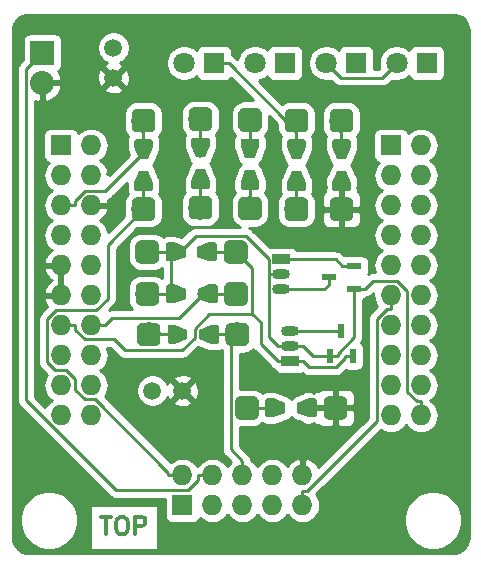
<source format=gtl>
G04 #@! TF.GenerationSoftware,KiCad,Pcbnew,(5.1.0-0)*
G04 #@! TF.CreationDate,2019-05-11T20:48:41+09:00*
G04 #@! TF.ProjectId,USBi_Programmer,55534269-5f50-4726-9f67-72616d6d6572,rev?*
G04 #@! TF.SameCoordinates,Original*
G04 #@! TF.FileFunction,Copper,L1,Top*
G04 #@! TF.FilePolarity,Positive*
%FSLAX46Y46*%
G04 Gerber Fmt 4.6, Leading zero omitted, Abs format (unit mm)*
G04 Created by KiCad (PCBNEW (5.1.0-0)) date 2019-05-11 20:48:41*
%MOMM*%
%LPD*%
G04 APERTURE LIST*
%ADD10C,0.300000*%
%ADD11O,1.500000X0.900000*%
%ADD12R,1.500000X0.900000*%
%ADD13C,1.501140*%
%ADD14O,1.727200X1.727200*%
%ADD15R,1.727200X1.727200*%
%ADD16R,2.032000X2.032000*%
%ADD17O,2.032000X2.032000*%
%ADD18R,0.600000X1.300000*%
%ADD19R,1.300000X0.600000*%
%ADD20C,1.800000*%
%ADD21R,1.800000X1.800000*%
%ADD22C,0.150000*%
%ADD23C,1.998980*%
%ADD24C,1.000000*%
%ADD25C,0.800000*%
%ADD26C,0.900000*%
%ADD27C,0.250000*%
%ADD28C,0.254000*%
G04 APERTURE END LIST*
D10*
X108144714Y-176216571D02*
X109001857Y-176216571D01*
X108573285Y-177716571D02*
X108573285Y-176216571D01*
X109787571Y-176216571D02*
X110073285Y-176216571D01*
X110216142Y-176288000D01*
X110359000Y-176430857D01*
X110430428Y-176716571D01*
X110430428Y-177216571D01*
X110359000Y-177502285D01*
X110216142Y-177645142D01*
X110073285Y-177716571D01*
X109787571Y-177716571D01*
X109644714Y-177645142D01*
X109501857Y-177502285D01*
X109430428Y-177216571D01*
X109430428Y-176716571D01*
X109501857Y-176430857D01*
X109644714Y-176288000D01*
X109787571Y-176216571D01*
X111073285Y-177716571D02*
X111073285Y-176216571D01*
X111644714Y-176216571D01*
X111787571Y-176288000D01*
X111859000Y-176359428D01*
X111930428Y-176502285D01*
X111930428Y-176716571D01*
X111859000Y-176859428D01*
X111787571Y-176930857D01*
X111644714Y-177002285D01*
X111073285Y-177002285D01*
D11*
X124206000Y-161798000D03*
X124206000Y-160528000D03*
D12*
X124206000Y-163068000D03*
D13*
X109220000Y-139065000D03*
X109220000Y-136525000D03*
X115062000Y-165544000D03*
X112522000Y-165544000D03*
D14*
X107315000Y-167640000D03*
X104775000Y-167640000D03*
X107315000Y-165100000D03*
X104775000Y-165100000D03*
X107315000Y-162560000D03*
X104775000Y-162560000D03*
X107315000Y-160020000D03*
X104775000Y-160020000D03*
X107315000Y-157480000D03*
X104775000Y-157480000D03*
X107315000Y-154940000D03*
X104775000Y-154940000D03*
X107315000Y-152400000D03*
X104775000Y-152400000D03*
X107315000Y-149860000D03*
X104775000Y-149860000D03*
X107315000Y-147320000D03*
X104775000Y-147320000D03*
X107315000Y-144780000D03*
D15*
X104775000Y-144780000D03*
D16*
X103205000Y-136935000D03*
D17*
X103205000Y-139475000D03*
D15*
X132715000Y-144780000D03*
D14*
X135255000Y-144780000D03*
X132715000Y-147320000D03*
X135255000Y-147320000D03*
X132715000Y-149860000D03*
X135255000Y-149860000D03*
X132715000Y-152400000D03*
X135255000Y-152400000D03*
X132715000Y-154940000D03*
X135255000Y-154940000D03*
X132715000Y-157480000D03*
X135255000Y-157480000D03*
X132715000Y-160020000D03*
X135255000Y-160020000D03*
X132715000Y-162560000D03*
X135255000Y-162560000D03*
X132715000Y-165100000D03*
X135255000Y-165100000D03*
X132715000Y-167640000D03*
X135255000Y-167640000D03*
D18*
X127574000Y-162594000D03*
X129474000Y-162594000D03*
X128524000Y-160494000D03*
D19*
X127474000Y-155956000D03*
X129574000Y-155006000D03*
X129574000Y-156906000D03*
D12*
X123444000Y-154432000D03*
D11*
X123444000Y-156972000D03*
X123444000Y-155702000D03*
D20*
X127239000Y-137811000D03*
D21*
X129779000Y-137811000D03*
X123739000Y-137811000D03*
D20*
X121199000Y-137811000D03*
X115199000Y-137811000D03*
D21*
X117739000Y-137811000D03*
X135739000Y-137811000D03*
D20*
X133199000Y-137811000D03*
D15*
X115062000Y-175260000D03*
D14*
X115062000Y-172720000D03*
X117602000Y-175260000D03*
X117602000Y-172720000D03*
X120142000Y-175260000D03*
X120142000Y-172720000D03*
X122682000Y-175260000D03*
X122682000Y-172720000D03*
X125222000Y-175260000D03*
X125222000Y-172720000D03*
D22*
G36*
X112308729Y-149183916D02*
G01*
X112357240Y-149191112D01*
X112404813Y-149203029D01*
X112450989Y-149219551D01*
X112495323Y-149240519D01*
X112537388Y-149265732D01*
X112576780Y-149294947D01*
X112613118Y-149327882D01*
X112646053Y-149364220D01*
X112675268Y-149403612D01*
X112700481Y-149445677D01*
X112721449Y-149490011D01*
X112737971Y-149536187D01*
X112749888Y-149583760D01*
X112757084Y-149632271D01*
X112759490Y-149681255D01*
X112759490Y-150680745D01*
X112757084Y-150729729D01*
X112749888Y-150778240D01*
X112737971Y-150825813D01*
X112721449Y-150871989D01*
X112700481Y-150916323D01*
X112675268Y-150958388D01*
X112646053Y-150997780D01*
X112613118Y-151034118D01*
X112576780Y-151067053D01*
X112537388Y-151096268D01*
X112495323Y-151121481D01*
X112450989Y-151142449D01*
X112404813Y-151158971D01*
X112357240Y-151170888D01*
X112308729Y-151178084D01*
X112259745Y-151180490D01*
X111260255Y-151180490D01*
X111211271Y-151178084D01*
X111162760Y-151170888D01*
X111115187Y-151158971D01*
X111069011Y-151142449D01*
X111024677Y-151121481D01*
X110982612Y-151096268D01*
X110943220Y-151067053D01*
X110906882Y-151034118D01*
X110873947Y-150997780D01*
X110844732Y-150958388D01*
X110819519Y-150916323D01*
X110798551Y-150871989D01*
X110782029Y-150825813D01*
X110770112Y-150778240D01*
X110762916Y-150729729D01*
X110760510Y-150680745D01*
X110760510Y-149681255D01*
X110762916Y-149632271D01*
X110770112Y-149583760D01*
X110782029Y-149536187D01*
X110798551Y-149490011D01*
X110819519Y-149445677D01*
X110844732Y-149403612D01*
X110873947Y-149364220D01*
X110906882Y-149327882D01*
X110943220Y-149294947D01*
X110982612Y-149265732D01*
X111024677Y-149240519D01*
X111069011Y-149219551D01*
X111115187Y-149203029D01*
X111162760Y-149191112D01*
X111211271Y-149183916D01*
X111260255Y-149181510D01*
X112259745Y-149181510D01*
X112308729Y-149183916D01*
X112308729Y-149183916D01*
G37*
D23*
X111760000Y-150181000D03*
D22*
G36*
X112308729Y-141683916D02*
G01*
X112357240Y-141691112D01*
X112404813Y-141703029D01*
X112450989Y-141719551D01*
X112495323Y-141740519D01*
X112537388Y-141765732D01*
X112576780Y-141794947D01*
X112613118Y-141827882D01*
X112646053Y-141864220D01*
X112675268Y-141903612D01*
X112700481Y-141945677D01*
X112721449Y-141990011D01*
X112737971Y-142036187D01*
X112749888Y-142083760D01*
X112757084Y-142132271D01*
X112759490Y-142181255D01*
X112759490Y-143180745D01*
X112757084Y-143229729D01*
X112749888Y-143278240D01*
X112737971Y-143325813D01*
X112721449Y-143371989D01*
X112700481Y-143416323D01*
X112675268Y-143458388D01*
X112646053Y-143497780D01*
X112613118Y-143534118D01*
X112576780Y-143567053D01*
X112537388Y-143596268D01*
X112495323Y-143621481D01*
X112450989Y-143642449D01*
X112404813Y-143658971D01*
X112357240Y-143670888D01*
X112308729Y-143678084D01*
X112259745Y-143680490D01*
X111260255Y-143680490D01*
X111211271Y-143678084D01*
X111162760Y-143670888D01*
X111115187Y-143658971D01*
X111069011Y-143642449D01*
X111024677Y-143621481D01*
X110982612Y-143596268D01*
X110943220Y-143567053D01*
X110906882Y-143534118D01*
X110873947Y-143497780D01*
X110844732Y-143458388D01*
X110819519Y-143416323D01*
X110798551Y-143371989D01*
X110782029Y-143325813D01*
X110770112Y-143278240D01*
X110762916Y-143229729D01*
X110760510Y-143180745D01*
X110760510Y-142181255D01*
X110762916Y-142132271D01*
X110770112Y-142083760D01*
X110782029Y-142036187D01*
X110798551Y-141990011D01*
X110819519Y-141945677D01*
X110844732Y-141903612D01*
X110873947Y-141864220D01*
X110906882Y-141827882D01*
X110943220Y-141794947D01*
X110982612Y-141765732D01*
X111024677Y-141740519D01*
X111069011Y-141719551D01*
X111115187Y-141703029D01*
X111162760Y-141691112D01*
X111211271Y-141683916D01*
X111260255Y-141681510D01*
X112259745Y-141681510D01*
X112308729Y-141683916D01*
X112308729Y-141683916D01*
G37*
D23*
X111760000Y-142681000D03*
D24*
X111760000Y-147431000D03*
D22*
G36*
X112560000Y-147931000D02*
G01*
X110960000Y-147931000D01*
X111360000Y-146931000D01*
X112160000Y-146931000D01*
X112560000Y-147931000D01*
X112560000Y-147931000D01*
G37*
D24*
X111760000Y-145431000D03*
D22*
G36*
X110960000Y-144931000D02*
G01*
X112560000Y-144931000D01*
X112160000Y-145931000D01*
X111360000Y-145931000D01*
X110960000Y-144931000D01*
X110960000Y-144931000D01*
G37*
G36*
X112379603Y-144281963D02*
G01*
X112399018Y-144284843D01*
X112418057Y-144289612D01*
X112436537Y-144296224D01*
X112454279Y-144304616D01*
X112471114Y-144314706D01*
X112486879Y-144326398D01*
X112501421Y-144339579D01*
X112514602Y-144354121D01*
X112526294Y-144369886D01*
X112536384Y-144386721D01*
X112544776Y-144404463D01*
X112551388Y-144422943D01*
X112556157Y-144441982D01*
X112559037Y-144461397D01*
X112560000Y-144481000D01*
X112560000Y-144881000D01*
X112559037Y-144900603D01*
X112556157Y-144920018D01*
X112551388Y-144939057D01*
X112544776Y-144957537D01*
X112536384Y-144975279D01*
X112526294Y-144992114D01*
X112514602Y-145007879D01*
X112501421Y-145022421D01*
X112486879Y-145035602D01*
X112471114Y-145047294D01*
X112454279Y-145057384D01*
X112436537Y-145065776D01*
X112418057Y-145072388D01*
X112399018Y-145077157D01*
X112379603Y-145080037D01*
X112360000Y-145081000D01*
X111160000Y-145081000D01*
X111140397Y-145080037D01*
X111120982Y-145077157D01*
X111101943Y-145072388D01*
X111083463Y-145065776D01*
X111065721Y-145057384D01*
X111048886Y-145047294D01*
X111033121Y-145035602D01*
X111018579Y-145022421D01*
X111005398Y-145007879D01*
X110993706Y-144992114D01*
X110983616Y-144975279D01*
X110975224Y-144957537D01*
X110968612Y-144939057D01*
X110963843Y-144920018D01*
X110960963Y-144900603D01*
X110960000Y-144881000D01*
X110960000Y-144481000D01*
X110960963Y-144461397D01*
X110963843Y-144441982D01*
X110968612Y-144422943D01*
X110975224Y-144404463D01*
X110983616Y-144386721D01*
X110993706Y-144369886D01*
X111005398Y-144354121D01*
X111018579Y-144339579D01*
X111033121Y-144326398D01*
X111048886Y-144314706D01*
X111065721Y-144304616D01*
X111083463Y-144296224D01*
X111101943Y-144289612D01*
X111120982Y-144284843D01*
X111140397Y-144281963D01*
X111160000Y-144281000D01*
X112360000Y-144281000D01*
X112379603Y-144281963D01*
X112379603Y-144281963D01*
G37*
D25*
X111760000Y-144681000D03*
D22*
G36*
X112357054Y-147732083D02*
G01*
X112378895Y-147735323D01*
X112400314Y-147740688D01*
X112421104Y-147748127D01*
X112441064Y-147757568D01*
X112460003Y-147768919D01*
X112477738Y-147782073D01*
X112494099Y-147796901D01*
X112508927Y-147813262D01*
X112522081Y-147830997D01*
X112533432Y-147849936D01*
X112542873Y-147869896D01*
X112550312Y-147890686D01*
X112555677Y-147912105D01*
X112558917Y-147933946D01*
X112560000Y-147956000D01*
X112560000Y-148406000D01*
X112558917Y-148428054D01*
X112555677Y-148449895D01*
X112550312Y-148471314D01*
X112542873Y-148492104D01*
X112533432Y-148512064D01*
X112522081Y-148531003D01*
X112508927Y-148548738D01*
X112494099Y-148565099D01*
X112477738Y-148579927D01*
X112460003Y-148593081D01*
X112441064Y-148604432D01*
X112421104Y-148613873D01*
X112400314Y-148621312D01*
X112378895Y-148626677D01*
X112357054Y-148629917D01*
X112335000Y-148631000D01*
X111185000Y-148631000D01*
X111162946Y-148629917D01*
X111141105Y-148626677D01*
X111119686Y-148621312D01*
X111098896Y-148613873D01*
X111078936Y-148604432D01*
X111059997Y-148593081D01*
X111042262Y-148579927D01*
X111025901Y-148565099D01*
X111011073Y-148548738D01*
X110997919Y-148531003D01*
X110986568Y-148512064D01*
X110977127Y-148492104D01*
X110969688Y-148471314D01*
X110964323Y-148449895D01*
X110961083Y-148428054D01*
X110960000Y-148406000D01*
X110960000Y-147956000D01*
X110961083Y-147933946D01*
X110964323Y-147912105D01*
X110969688Y-147890686D01*
X110977127Y-147869896D01*
X110986568Y-147849936D01*
X110997919Y-147830997D01*
X111011073Y-147813262D01*
X111025901Y-147796901D01*
X111042262Y-147782073D01*
X111059997Y-147768919D01*
X111078936Y-147757568D01*
X111098896Y-147748127D01*
X111119686Y-147740688D01*
X111141105Y-147735323D01*
X111162946Y-147732083D01*
X111185000Y-147731000D01*
X112335000Y-147731000D01*
X112357054Y-147732083D01*
X112357054Y-147732083D01*
G37*
D26*
X111760000Y-148181000D03*
D22*
G36*
X117948054Y-159983083D02*
G01*
X117969895Y-159986323D01*
X117991314Y-159991688D01*
X118012104Y-159999127D01*
X118032064Y-160008568D01*
X118051003Y-160019919D01*
X118068738Y-160033073D01*
X118085099Y-160047901D01*
X118099927Y-160064262D01*
X118113081Y-160081997D01*
X118124432Y-160100936D01*
X118133873Y-160120896D01*
X118141312Y-160141686D01*
X118146677Y-160163105D01*
X118149917Y-160184946D01*
X118151000Y-160207000D01*
X118151000Y-161357000D01*
X118149917Y-161379054D01*
X118146677Y-161400895D01*
X118141312Y-161422314D01*
X118133873Y-161443104D01*
X118124432Y-161463064D01*
X118113081Y-161482003D01*
X118099927Y-161499738D01*
X118085099Y-161516099D01*
X118068738Y-161530927D01*
X118051003Y-161544081D01*
X118032064Y-161555432D01*
X118012104Y-161564873D01*
X117991314Y-161572312D01*
X117969895Y-161577677D01*
X117948054Y-161580917D01*
X117926000Y-161582000D01*
X117476000Y-161582000D01*
X117453946Y-161580917D01*
X117432105Y-161577677D01*
X117410686Y-161572312D01*
X117389896Y-161564873D01*
X117369936Y-161555432D01*
X117350997Y-161544081D01*
X117333262Y-161530927D01*
X117316901Y-161516099D01*
X117302073Y-161499738D01*
X117288919Y-161482003D01*
X117277568Y-161463064D01*
X117268127Y-161443104D01*
X117260688Y-161422314D01*
X117255323Y-161400895D01*
X117252083Y-161379054D01*
X117251000Y-161357000D01*
X117251000Y-160207000D01*
X117252083Y-160184946D01*
X117255323Y-160163105D01*
X117260688Y-160141686D01*
X117268127Y-160120896D01*
X117277568Y-160100936D01*
X117288919Y-160081997D01*
X117302073Y-160064262D01*
X117316901Y-160047901D01*
X117333262Y-160033073D01*
X117350997Y-160019919D01*
X117369936Y-160008568D01*
X117389896Y-159999127D01*
X117410686Y-159991688D01*
X117432105Y-159986323D01*
X117453946Y-159983083D01*
X117476000Y-159982000D01*
X117926000Y-159982000D01*
X117948054Y-159983083D01*
X117948054Y-159983083D01*
G37*
D26*
X117701000Y-160782000D03*
D22*
G36*
X114420603Y-159982963D02*
G01*
X114440018Y-159985843D01*
X114459057Y-159990612D01*
X114477537Y-159997224D01*
X114495279Y-160005616D01*
X114512114Y-160015706D01*
X114527879Y-160027398D01*
X114542421Y-160040579D01*
X114555602Y-160055121D01*
X114567294Y-160070886D01*
X114577384Y-160087721D01*
X114585776Y-160105463D01*
X114592388Y-160123943D01*
X114597157Y-160142982D01*
X114600037Y-160162397D01*
X114601000Y-160182000D01*
X114601000Y-161382000D01*
X114600037Y-161401603D01*
X114597157Y-161421018D01*
X114592388Y-161440057D01*
X114585776Y-161458537D01*
X114577384Y-161476279D01*
X114567294Y-161493114D01*
X114555602Y-161508879D01*
X114542421Y-161523421D01*
X114527879Y-161536602D01*
X114512114Y-161548294D01*
X114495279Y-161558384D01*
X114477537Y-161566776D01*
X114459057Y-161573388D01*
X114440018Y-161578157D01*
X114420603Y-161581037D01*
X114401000Y-161582000D01*
X114001000Y-161582000D01*
X113981397Y-161581037D01*
X113961982Y-161578157D01*
X113942943Y-161573388D01*
X113924463Y-161566776D01*
X113906721Y-161558384D01*
X113889886Y-161548294D01*
X113874121Y-161536602D01*
X113859579Y-161523421D01*
X113846398Y-161508879D01*
X113834706Y-161493114D01*
X113824616Y-161476279D01*
X113816224Y-161458537D01*
X113809612Y-161440057D01*
X113804843Y-161421018D01*
X113801963Y-161401603D01*
X113801000Y-161382000D01*
X113801000Y-160182000D01*
X113801963Y-160162397D01*
X113804843Y-160142982D01*
X113809612Y-160123943D01*
X113816224Y-160105463D01*
X113824616Y-160087721D01*
X113834706Y-160070886D01*
X113846398Y-160055121D01*
X113859579Y-160040579D01*
X113874121Y-160027398D01*
X113889886Y-160015706D01*
X113906721Y-160005616D01*
X113924463Y-159997224D01*
X113942943Y-159990612D01*
X113961982Y-159985843D01*
X113981397Y-159982963D01*
X114001000Y-159982000D01*
X114401000Y-159982000D01*
X114420603Y-159982963D01*
X114420603Y-159982963D01*
G37*
D25*
X114201000Y-160782000D03*
D24*
X114951000Y-160782000D03*
D22*
G36*
X114451000Y-161582000D02*
G01*
X114451000Y-159982000D01*
X115451000Y-160382000D01*
X115451000Y-161182000D01*
X114451000Y-161582000D01*
X114451000Y-161582000D01*
G37*
D24*
X116951000Y-160782000D03*
D22*
G36*
X117451000Y-159982000D02*
G01*
X117451000Y-161582000D01*
X116451000Y-161182000D01*
X116451000Y-160382000D01*
X117451000Y-159982000D01*
X117451000Y-159982000D01*
G37*
G36*
X112749729Y-159784916D02*
G01*
X112798240Y-159792112D01*
X112845813Y-159804029D01*
X112891989Y-159820551D01*
X112936323Y-159841519D01*
X112978388Y-159866732D01*
X113017780Y-159895947D01*
X113054118Y-159928882D01*
X113087053Y-159965220D01*
X113116268Y-160004612D01*
X113141481Y-160046677D01*
X113162449Y-160091011D01*
X113178971Y-160137187D01*
X113190888Y-160184760D01*
X113198084Y-160233271D01*
X113200490Y-160282255D01*
X113200490Y-161281745D01*
X113198084Y-161330729D01*
X113190888Y-161379240D01*
X113178971Y-161426813D01*
X113162449Y-161472989D01*
X113141481Y-161517323D01*
X113116268Y-161559388D01*
X113087053Y-161598780D01*
X113054118Y-161635118D01*
X113017780Y-161668053D01*
X112978388Y-161697268D01*
X112936323Y-161722481D01*
X112891989Y-161743449D01*
X112845813Y-161759971D01*
X112798240Y-161771888D01*
X112749729Y-161779084D01*
X112700745Y-161781490D01*
X111701255Y-161781490D01*
X111652271Y-161779084D01*
X111603760Y-161771888D01*
X111556187Y-161759971D01*
X111510011Y-161743449D01*
X111465677Y-161722481D01*
X111423612Y-161697268D01*
X111384220Y-161668053D01*
X111347882Y-161635118D01*
X111314947Y-161598780D01*
X111285732Y-161559388D01*
X111260519Y-161517323D01*
X111239551Y-161472989D01*
X111223029Y-161426813D01*
X111211112Y-161379240D01*
X111203916Y-161330729D01*
X111201510Y-161281745D01*
X111201510Y-160282255D01*
X111203916Y-160233271D01*
X111211112Y-160184760D01*
X111223029Y-160137187D01*
X111239551Y-160091011D01*
X111260519Y-160046677D01*
X111285732Y-160004612D01*
X111314947Y-159965220D01*
X111347882Y-159928882D01*
X111384220Y-159895947D01*
X111423612Y-159866732D01*
X111465677Y-159841519D01*
X111510011Y-159820551D01*
X111556187Y-159804029D01*
X111603760Y-159792112D01*
X111652271Y-159784916D01*
X111701255Y-159782510D01*
X112700745Y-159782510D01*
X112749729Y-159784916D01*
X112749729Y-159784916D01*
G37*
D23*
X112201000Y-160782000D03*
D22*
G36*
X120249729Y-159784916D02*
G01*
X120298240Y-159792112D01*
X120345813Y-159804029D01*
X120391989Y-159820551D01*
X120436323Y-159841519D01*
X120478388Y-159866732D01*
X120517780Y-159895947D01*
X120554118Y-159928882D01*
X120587053Y-159965220D01*
X120616268Y-160004612D01*
X120641481Y-160046677D01*
X120662449Y-160091011D01*
X120678971Y-160137187D01*
X120690888Y-160184760D01*
X120698084Y-160233271D01*
X120700490Y-160282255D01*
X120700490Y-161281745D01*
X120698084Y-161330729D01*
X120690888Y-161379240D01*
X120678971Y-161426813D01*
X120662449Y-161472989D01*
X120641481Y-161517323D01*
X120616268Y-161559388D01*
X120587053Y-161598780D01*
X120554118Y-161635118D01*
X120517780Y-161668053D01*
X120478388Y-161697268D01*
X120436323Y-161722481D01*
X120391989Y-161743449D01*
X120345813Y-161759971D01*
X120298240Y-161771888D01*
X120249729Y-161779084D01*
X120200745Y-161781490D01*
X119201255Y-161781490D01*
X119152271Y-161779084D01*
X119103760Y-161771888D01*
X119056187Y-161759971D01*
X119010011Y-161743449D01*
X118965677Y-161722481D01*
X118923612Y-161697268D01*
X118884220Y-161668053D01*
X118847882Y-161635118D01*
X118814947Y-161598780D01*
X118785732Y-161559388D01*
X118760519Y-161517323D01*
X118739551Y-161472989D01*
X118723029Y-161426813D01*
X118711112Y-161379240D01*
X118703916Y-161330729D01*
X118701510Y-161281745D01*
X118701510Y-160282255D01*
X118703916Y-160233271D01*
X118711112Y-160184760D01*
X118723029Y-160137187D01*
X118739551Y-160091011D01*
X118760519Y-160046677D01*
X118785732Y-160004612D01*
X118814947Y-159965220D01*
X118847882Y-159928882D01*
X118884220Y-159895947D01*
X118923612Y-159866732D01*
X118965677Y-159841519D01*
X119010011Y-159820551D01*
X119056187Y-159804029D01*
X119103760Y-159792112D01*
X119152271Y-159784916D01*
X119201255Y-159782510D01*
X120200745Y-159782510D01*
X120249729Y-159784916D01*
X120249729Y-159784916D01*
G37*
D23*
X119701000Y-160782000D03*
D22*
G36*
X114321054Y-152998083D02*
G01*
X114342895Y-153001323D01*
X114364314Y-153006688D01*
X114385104Y-153014127D01*
X114405064Y-153023568D01*
X114424003Y-153034919D01*
X114441738Y-153048073D01*
X114458099Y-153062901D01*
X114472927Y-153079262D01*
X114486081Y-153096997D01*
X114497432Y-153115936D01*
X114506873Y-153135896D01*
X114514312Y-153156686D01*
X114519677Y-153178105D01*
X114522917Y-153199946D01*
X114524000Y-153222000D01*
X114524000Y-154372000D01*
X114522917Y-154394054D01*
X114519677Y-154415895D01*
X114514312Y-154437314D01*
X114506873Y-154458104D01*
X114497432Y-154478064D01*
X114486081Y-154497003D01*
X114472927Y-154514738D01*
X114458099Y-154531099D01*
X114441738Y-154545927D01*
X114424003Y-154559081D01*
X114405064Y-154570432D01*
X114385104Y-154579873D01*
X114364314Y-154587312D01*
X114342895Y-154592677D01*
X114321054Y-154595917D01*
X114299000Y-154597000D01*
X113849000Y-154597000D01*
X113826946Y-154595917D01*
X113805105Y-154592677D01*
X113783686Y-154587312D01*
X113762896Y-154579873D01*
X113742936Y-154570432D01*
X113723997Y-154559081D01*
X113706262Y-154545927D01*
X113689901Y-154531099D01*
X113675073Y-154514738D01*
X113661919Y-154497003D01*
X113650568Y-154478064D01*
X113641127Y-154458104D01*
X113633688Y-154437314D01*
X113628323Y-154415895D01*
X113625083Y-154394054D01*
X113624000Y-154372000D01*
X113624000Y-153222000D01*
X113625083Y-153199946D01*
X113628323Y-153178105D01*
X113633688Y-153156686D01*
X113641127Y-153135896D01*
X113650568Y-153115936D01*
X113661919Y-153096997D01*
X113675073Y-153079262D01*
X113689901Y-153062901D01*
X113706262Y-153048073D01*
X113723997Y-153034919D01*
X113742936Y-153023568D01*
X113762896Y-153014127D01*
X113783686Y-153006688D01*
X113805105Y-153001323D01*
X113826946Y-152998083D01*
X113849000Y-152997000D01*
X114299000Y-152997000D01*
X114321054Y-152998083D01*
X114321054Y-152998083D01*
G37*
D26*
X114074000Y-153797000D03*
D22*
G36*
X117793603Y-152997963D02*
G01*
X117813018Y-153000843D01*
X117832057Y-153005612D01*
X117850537Y-153012224D01*
X117868279Y-153020616D01*
X117885114Y-153030706D01*
X117900879Y-153042398D01*
X117915421Y-153055579D01*
X117928602Y-153070121D01*
X117940294Y-153085886D01*
X117950384Y-153102721D01*
X117958776Y-153120463D01*
X117965388Y-153138943D01*
X117970157Y-153157982D01*
X117973037Y-153177397D01*
X117974000Y-153197000D01*
X117974000Y-154397000D01*
X117973037Y-154416603D01*
X117970157Y-154436018D01*
X117965388Y-154455057D01*
X117958776Y-154473537D01*
X117950384Y-154491279D01*
X117940294Y-154508114D01*
X117928602Y-154523879D01*
X117915421Y-154538421D01*
X117900879Y-154551602D01*
X117885114Y-154563294D01*
X117868279Y-154573384D01*
X117850537Y-154581776D01*
X117832057Y-154588388D01*
X117813018Y-154593157D01*
X117793603Y-154596037D01*
X117774000Y-154597000D01*
X117374000Y-154597000D01*
X117354397Y-154596037D01*
X117334982Y-154593157D01*
X117315943Y-154588388D01*
X117297463Y-154581776D01*
X117279721Y-154573384D01*
X117262886Y-154563294D01*
X117247121Y-154551602D01*
X117232579Y-154538421D01*
X117219398Y-154523879D01*
X117207706Y-154508114D01*
X117197616Y-154491279D01*
X117189224Y-154473537D01*
X117182612Y-154455057D01*
X117177843Y-154436018D01*
X117174963Y-154416603D01*
X117174000Y-154397000D01*
X117174000Y-153197000D01*
X117174963Y-153177397D01*
X117177843Y-153157982D01*
X117182612Y-153138943D01*
X117189224Y-153120463D01*
X117197616Y-153102721D01*
X117207706Y-153085886D01*
X117219398Y-153070121D01*
X117232579Y-153055579D01*
X117247121Y-153042398D01*
X117262886Y-153030706D01*
X117279721Y-153020616D01*
X117297463Y-153012224D01*
X117315943Y-153005612D01*
X117334982Y-153000843D01*
X117354397Y-152997963D01*
X117374000Y-152997000D01*
X117774000Y-152997000D01*
X117793603Y-152997963D01*
X117793603Y-152997963D01*
G37*
D25*
X117574000Y-153797000D03*
D24*
X116824000Y-153797000D03*
D22*
G36*
X117324000Y-152997000D02*
G01*
X117324000Y-154597000D01*
X116324000Y-154197000D01*
X116324000Y-153397000D01*
X117324000Y-152997000D01*
X117324000Y-152997000D01*
G37*
D24*
X114824000Y-153797000D03*
D22*
G36*
X114324000Y-154597000D02*
G01*
X114324000Y-152997000D01*
X115324000Y-153397000D01*
X115324000Y-154197000D01*
X114324000Y-154597000D01*
X114324000Y-154597000D01*
G37*
G36*
X120122729Y-152799916D02*
G01*
X120171240Y-152807112D01*
X120218813Y-152819029D01*
X120264989Y-152835551D01*
X120309323Y-152856519D01*
X120351388Y-152881732D01*
X120390780Y-152910947D01*
X120427118Y-152943882D01*
X120460053Y-152980220D01*
X120489268Y-153019612D01*
X120514481Y-153061677D01*
X120535449Y-153106011D01*
X120551971Y-153152187D01*
X120563888Y-153199760D01*
X120571084Y-153248271D01*
X120573490Y-153297255D01*
X120573490Y-154296745D01*
X120571084Y-154345729D01*
X120563888Y-154394240D01*
X120551971Y-154441813D01*
X120535449Y-154487989D01*
X120514481Y-154532323D01*
X120489268Y-154574388D01*
X120460053Y-154613780D01*
X120427118Y-154650118D01*
X120390780Y-154683053D01*
X120351388Y-154712268D01*
X120309323Y-154737481D01*
X120264989Y-154758449D01*
X120218813Y-154774971D01*
X120171240Y-154786888D01*
X120122729Y-154794084D01*
X120073745Y-154796490D01*
X119074255Y-154796490D01*
X119025271Y-154794084D01*
X118976760Y-154786888D01*
X118929187Y-154774971D01*
X118883011Y-154758449D01*
X118838677Y-154737481D01*
X118796612Y-154712268D01*
X118757220Y-154683053D01*
X118720882Y-154650118D01*
X118687947Y-154613780D01*
X118658732Y-154574388D01*
X118633519Y-154532323D01*
X118612551Y-154487989D01*
X118596029Y-154441813D01*
X118584112Y-154394240D01*
X118576916Y-154345729D01*
X118574510Y-154296745D01*
X118574510Y-153297255D01*
X118576916Y-153248271D01*
X118584112Y-153199760D01*
X118596029Y-153152187D01*
X118612551Y-153106011D01*
X118633519Y-153061677D01*
X118658732Y-153019612D01*
X118687947Y-152980220D01*
X118720882Y-152943882D01*
X118757220Y-152910947D01*
X118796612Y-152881732D01*
X118838677Y-152856519D01*
X118883011Y-152835551D01*
X118929187Y-152819029D01*
X118976760Y-152807112D01*
X119025271Y-152799916D01*
X119074255Y-152797510D01*
X120073745Y-152797510D01*
X120122729Y-152799916D01*
X120122729Y-152799916D01*
G37*
D23*
X119574000Y-153797000D03*
D22*
G36*
X112622729Y-152799916D02*
G01*
X112671240Y-152807112D01*
X112718813Y-152819029D01*
X112764989Y-152835551D01*
X112809323Y-152856519D01*
X112851388Y-152881732D01*
X112890780Y-152910947D01*
X112927118Y-152943882D01*
X112960053Y-152980220D01*
X112989268Y-153019612D01*
X113014481Y-153061677D01*
X113035449Y-153106011D01*
X113051971Y-153152187D01*
X113063888Y-153199760D01*
X113071084Y-153248271D01*
X113073490Y-153297255D01*
X113073490Y-154296745D01*
X113071084Y-154345729D01*
X113063888Y-154394240D01*
X113051971Y-154441813D01*
X113035449Y-154487989D01*
X113014481Y-154532323D01*
X112989268Y-154574388D01*
X112960053Y-154613780D01*
X112927118Y-154650118D01*
X112890780Y-154683053D01*
X112851388Y-154712268D01*
X112809323Y-154737481D01*
X112764989Y-154758449D01*
X112718813Y-154774971D01*
X112671240Y-154786888D01*
X112622729Y-154794084D01*
X112573745Y-154796490D01*
X111574255Y-154796490D01*
X111525271Y-154794084D01*
X111476760Y-154786888D01*
X111429187Y-154774971D01*
X111383011Y-154758449D01*
X111338677Y-154737481D01*
X111296612Y-154712268D01*
X111257220Y-154683053D01*
X111220882Y-154650118D01*
X111187947Y-154613780D01*
X111158732Y-154574388D01*
X111133519Y-154532323D01*
X111112551Y-154487989D01*
X111096029Y-154441813D01*
X111084112Y-154394240D01*
X111076916Y-154345729D01*
X111074510Y-154296745D01*
X111074510Y-153297255D01*
X111076916Y-153248271D01*
X111084112Y-153199760D01*
X111096029Y-153152187D01*
X111112551Y-153106011D01*
X111133519Y-153061677D01*
X111158732Y-153019612D01*
X111187947Y-152980220D01*
X111220882Y-152943882D01*
X111257220Y-152910947D01*
X111296612Y-152881732D01*
X111338677Y-152856519D01*
X111383011Y-152835551D01*
X111429187Y-152819029D01*
X111476760Y-152807112D01*
X111525271Y-152799916D01*
X111574255Y-152797510D01*
X112573745Y-152797510D01*
X112622729Y-152799916D01*
X112622729Y-152799916D01*
G37*
D23*
X112074000Y-153797000D03*
D22*
G36*
X120138729Y-156355916D02*
G01*
X120187240Y-156363112D01*
X120234813Y-156375029D01*
X120280989Y-156391551D01*
X120325323Y-156412519D01*
X120367388Y-156437732D01*
X120406780Y-156466947D01*
X120443118Y-156499882D01*
X120476053Y-156536220D01*
X120505268Y-156575612D01*
X120530481Y-156617677D01*
X120551449Y-156662011D01*
X120567971Y-156708187D01*
X120579888Y-156755760D01*
X120587084Y-156804271D01*
X120589490Y-156853255D01*
X120589490Y-157852745D01*
X120587084Y-157901729D01*
X120579888Y-157950240D01*
X120567971Y-157997813D01*
X120551449Y-158043989D01*
X120530481Y-158088323D01*
X120505268Y-158130388D01*
X120476053Y-158169780D01*
X120443118Y-158206118D01*
X120406780Y-158239053D01*
X120367388Y-158268268D01*
X120325323Y-158293481D01*
X120280989Y-158314449D01*
X120234813Y-158330971D01*
X120187240Y-158342888D01*
X120138729Y-158350084D01*
X120089745Y-158352490D01*
X119090255Y-158352490D01*
X119041271Y-158350084D01*
X118992760Y-158342888D01*
X118945187Y-158330971D01*
X118899011Y-158314449D01*
X118854677Y-158293481D01*
X118812612Y-158268268D01*
X118773220Y-158239053D01*
X118736882Y-158206118D01*
X118703947Y-158169780D01*
X118674732Y-158130388D01*
X118649519Y-158088323D01*
X118628551Y-158043989D01*
X118612029Y-157997813D01*
X118600112Y-157950240D01*
X118592916Y-157901729D01*
X118590510Y-157852745D01*
X118590510Y-156853255D01*
X118592916Y-156804271D01*
X118600112Y-156755760D01*
X118612029Y-156708187D01*
X118628551Y-156662011D01*
X118649519Y-156617677D01*
X118674732Y-156575612D01*
X118703947Y-156536220D01*
X118736882Y-156499882D01*
X118773220Y-156466947D01*
X118812612Y-156437732D01*
X118854677Y-156412519D01*
X118899011Y-156391551D01*
X118945187Y-156375029D01*
X118992760Y-156363112D01*
X119041271Y-156355916D01*
X119090255Y-156353510D01*
X120089745Y-156353510D01*
X120138729Y-156355916D01*
X120138729Y-156355916D01*
G37*
D23*
X119590000Y-157353000D03*
D22*
G36*
X112638729Y-156355916D02*
G01*
X112687240Y-156363112D01*
X112734813Y-156375029D01*
X112780989Y-156391551D01*
X112825323Y-156412519D01*
X112867388Y-156437732D01*
X112906780Y-156466947D01*
X112943118Y-156499882D01*
X112976053Y-156536220D01*
X113005268Y-156575612D01*
X113030481Y-156617677D01*
X113051449Y-156662011D01*
X113067971Y-156708187D01*
X113079888Y-156755760D01*
X113087084Y-156804271D01*
X113089490Y-156853255D01*
X113089490Y-157852745D01*
X113087084Y-157901729D01*
X113079888Y-157950240D01*
X113067971Y-157997813D01*
X113051449Y-158043989D01*
X113030481Y-158088323D01*
X113005268Y-158130388D01*
X112976053Y-158169780D01*
X112943118Y-158206118D01*
X112906780Y-158239053D01*
X112867388Y-158268268D01*
X112825323Y-158293481D01*
X112780989Y-158314449D01*
X112734813Y-158330971D01*
X112687240Y-158342888D01*
X112638729Y-158350084D01*
X112589745Y-158352490D01*
X111590255Y-158352490D01*
X111541271Y-158350084D01*
X111492760Y-158342888D01*
X111445187Y-158330971D01*
X111399011Y-158314449D01*
X111354677Y-158293481D01*
X111312612Y-158268268D01*
X111273220Y-158239053D01*
X111236882Y-158206118D01*
X111203947Y-158169780D01*
X111174732Y-158130388D01*
X111149519Y-158088323D01*
X111128551Y-158043989D01*
X111112029Y-157997813D01*
X111100112Y-157950240D01*
X111092916Y-157901729D01*
X111090510Y-157852745D01*
X111090510Y-156853255D01*
X111092916Y-156804271D01*
X111100112Y-156755760D01*
X111112029Y-156708187D01*
X111128551Y-156662011D01*
X111149519Y-156617677D01*
X111174732Y-156575612D01*
X111203947Y-156536220D01*
X111236882Y-156499882D01*
X111273220Y-156466947D01*
X111312612Y-156437732D01*
X111354677Y-156412519D01*
X111399011Y-156391551D01*
X111445187Y-156375029D01*
X111492760Y-156363112D01*
X111541271Y-156355916D01*
X111590255Y-156353510D01*
X112589745Y-156353510D01*
X112638729Y-156355916D01*
X112638729Y-156355916D01*
G37*
D23*
X112090000Y-157353000D03*
D24*
X116840000Y-157353000D03*
D22*
G36*
X117340000Y-156553000D02*
G01*
X117340000Y-158153000D01*
X116340000Y-157753000D01*
X116340000Y-156953000D01*
X117340000Y-156553000D01*
X117340000Y-156553000D01*
G37*
D24*
X114840000Y-157353000D03*
D22*
G36*
X114340000Y-158153000D02*
G01*
X114340000Y-156553000D01*
X115340000Y-156953000D01*
X115340000Y-157753000D01*
X114340000Y-158153000D01*
X114340000Y-158153000D01*
G37*
G36*
X114309603Y-156553963D02*
G01*
X114329018Y-156556843D01*
X114348057Y-156561612D01*
X114366537Y-156568224D01*
X114384279Y-156576616D01*
X114401114Y-156586706D01*
X114416879Y-156598398D01*
X114431421Y-156611579D01*
X114444602Y-156626121D01*
X114456294Y-156641886D01*
X114466384Y-156658721D01*
X114474776Y-156676463D01*
X114481388Y-156694943D01*
X114486157Y-156713982D01*
X114489037Y-156733397D01*
X114490000Y-156753000D01*
X114490000Y-157953000D01*
X114489037Y-157972603D01*
X114486157Y-157992018D01*
X114481388Y-158011057D01*
X114474776Y-158029537D01*
X114466384Y-158047279D01*
X114456294Y-158064114D01*
X114444602Y-158079879D01*
X114431421Y-158094421D01*
X114416879Y-158107602D01*
X114401114Y-158119294D01*
X114384279Y-158129384D01*
X114366537Y-158137776D01*
X114348057Y-158144388D01*
X114329018Y-158149157D01*
X114309603Y-158152037D01*
X114290000Y-158153000D01*
X113890000Y-158153000D01*
X113870397Y-158152037D01*
X113850982Y-158149157D01*
X113831943Y-158144388D01*
X113813463Y-158137776D01*
X113795721Y-158129384D01*
X113778886Y-158119294D01*
X113763121Y-158107602D01*
X113748579Y-158094421D01*
X113735398Y-158079879D01*
X113723706Y-158064114D01*
X113713616Y-158047279D01*
X113705224Y-158029537D01*
X113698612Y-158011057D01*
X113693843Y-157992018D01*
X113690963Y-157972603D01*
X113690000Y-157953000D01*
X113690000Y-156753000D01*
X113690963Y-156733397D01*
X113693843Y-156713982D01*
X113698612Y-156694943D01*
X113705224Y-156676463D01*
X113713616Y-156658721D01*
X113723706Y-156641886D01*
X113735398Y-156626121D01*
X113748579Y-156611579D01*
X113763121Y-156598398D01*
X113778886Y-156586706D01*
X113795721Y-156576616D01*
X113813463Y-156568224D01*
X113831943Y-156561612D01*
X113850982Y-156556843D01*
X113870397Y-156553963D01*
X113890000Y-156553000D01*
X114290000Y-156553000D01*
X114309603Y-156553963D01*
X114309603Y-156553963D01*
G37*
D25*
X114090000Y-157353000D03*
D22*
G36*
X117837054Y-156554083D02*
G01*
X117858895Y-156557323D01*
X117880314Y-156562688D01*
X117901104Y-156570127D01*
X117921064Y-156579568D01*
X117940003Y-156590919D01*
X117957738Y-156604073D01*
X117974099Y-156618901D01*
X117988927Y-156635262D01*
X118002081Y-156652997D01*
X118013432Y-156671936D01*
X118022873Y-156691896D01*
X118030312Y-156712686D01*
X118035677Y-156734105D01*
X118038917Y-156755946D01*
X118040000Y-156778000D01*
X118040000Y-157928000D01*
X118038917Y-157950054D01*
X118035677Y-157971895D01*
X118030312Y-157993314D01*
X118022873Y-158014104D01*
X118013432Y-158034064D01*
X118002081Y-158053003D01*
X117988927Y-158070738D01*
X117974099Y-158087099D01*
X117957738Y-158101927D01*
X117940003Y-158115081D01*
X117921064Y-158126432D01*
X117901104Y-158135873D01*
X117880314Y-158143312D01*
X117858895Y-158148677D01*
X117837054Y-158151917D01*
X117815000Y-158153000D01*
X117365000Y-158153000D01*
X117342946Y-158151917D01*
X117321105Y-158148677D01*
X117299686Y-158143312D01*
X117278896Y-158135873D01*
X117258936Y-158126432D01*
X117239997Y-158115081D01*
X117222262Y-158101927D01*
X117205901Y-158087099D01*
X117191073Y-158070738D01*
X117177919Y-158053003D01*
X117166568Y-158034064D01*
X117157127Y-158014104D01*
X117149688Y-157993314D01*
X117144323Y-157971895D01*
X117141083Y-157950054D01*
X117140000Y-157928000D01*
X117140000Y-156778000D01*
X117141083Y-156755946D01*
X117144323Y-156734105D01*
X117149688Y-156712686D01*
X117157127Y-156691896D01*
X117166568Y-156671936D01*
X117177919Y-156652997D01*
X117191073Y-156635262D01*
X117205901Y-156618901D01*
X117222262Y-156604073D01*
X117239997Y-156590919D01*
X117258936Y-156579568D01*
X117278896Y-156570127D01*
X117299686Y-156562688D01*
X117321105Y-156557323D01*
X117342946Y-156554083D01*
X117365000Y-156553000D01*
X117815000Y-156553000D01*
X117837054Y-156554083D01*
X117837054Y-156554083D01*
G37*
D26*
X117590000Y-157353000D03*
D22*
G36*
X121325729Y-149120916D02*
G01*
X121374240Y-149128112D01*
X121421813Y-149140029D01*
X121467989Y-149156551D01*
X121512323Y-149177519D01*
X121554388Y-149202732D01*
X121593780Y-149231947D01*
X121630118Y-149264882D01*
X121663053Y-149301220D01*
X121692268Y-149340612D01*
X121717481Y-149382677D01*
X121738449Y-149427011D01*
X121754971Y-149473187D01*
X121766888Y-149520760D01*
X121774084Y-149569271D01*
X121776490Y-149618255D01*
X121776490Y-150617745D01*
X121774084Y-150666729D01*
X121766888Y-150715240D01*
X121754971Y-150762813D01*
X121738449Y-150808989D01*
X121717481Y-150853323D01*
X121692268Y-150895388D01*
X121663053Y-150934780D01*
X121630118Y-150971118D01*
X121593780Y-151004053D01*
X121554388Y-151033268D01*
X121512323Y-151058481D01*
X121467989Y-151079449D01*
X121421813Y-151095971D01*
X121374240Y-151107888D01*
X121325729Y-151115084D01*
X121276745Y-151117490D01*
X120277255Y-151117490D01*
X120228271Y-151115084D01*
X120179760Y-151107888D01*
X120132187Y-151095971D01*
X120086011Y-151079449D01*
X120041677Y-151058481D01*
X119999612Y-151033268D01*
X119960220Y-151004053D01*
X119923882Y-150971118D01*
X119890947Y-150934780D01*
X119861732Y-150895388D01*
X119836519Y-150853323D01*
X119815551Y-150808989D01*
X119799029Y-150762813D01*
X119787112Y-150715240D01*
X119779916Y-150666729D01*
X119777510Y-150617745D01*
X119777510Y-149618255D01*
X119779916Y-149569271D01*
X119787112Y-149520760D01*
X119799029Y-149473187D01*
X119815551Y-149427011D01*
X119836519Y-149382677D01*
X119861732Y-149340612D01*
X119890947Y-149301220D01*
X119923882Y-149264882D01*
X119960220Y-149231947D01*
X119999612Y-149202732D01*
X120041677Y-149177519D01*
X120086011Y-149156551D01*
X120132187Y-149140029D01*
X120179760Y-149128112D01*
X120228271Y-149120916D01*
X120277255Y-149118510D01*
X121276745Y-149118510D01*
X121325729Y-149120916D01*
X121325729Y-149120916D01*
G37*
D23*
X120777000Y-150118000D03*
D22*
G36*
X121325729Y-141620916D02*
G01*
X121374240Y-141628112D01*
X121421813Y-141640029D01*
X121467989Y-141656551D01*
X121512323Y-141677519D01*
X121554388Y-141702732D01*
X121593780Y-141731947D01*
X121630118Y-141764882D01*
X121663053Y-141801220D01*
X121692268Y-141840612D01*
X121717481Y-141882677D01*
X121738449Y-141927011D01*
X121754971Y-141973187D01*
X121766888Y-142020760D01*
X121774084Y-142069271D01*
X121776490Y-142118255D01*
X121776490Y-143117745D01*
X121774084Y-143166729D01*
X121766888Y-143215240D01*
X121754971Y-143262813D01*
X121738449Y-143308989D01*
X121717481Y-143353323D01*
X121692268Y-143395388D01*
X121663053Y-143434780D01*
X121630118Y-143471118D01*
X121593780Y-143504053D01*
X121554388Y-143533268D01*
X121512323Y-143558481D01*
X121467989Y-143579449D01*
X121421813Y-143595971D01*
X121374240Y-143607888D01*
X121325729Y-143615084D01*
X121276745Y-143617490D01*
X120277255Y-143617490D01*
X120228271Y-143615084D01*
X120179760Y-143607888D01*
X120132187Y-143595971D01*
X120086011Y-143579449D01*
X120041677Y-143558481D01*
X119999612Y-143533268D01*
X119960220Y-143504053D01*
X119923882Y-143471118D01*
X119890947Y-143434780D01*
X119861732Y-143395388D01*
X119836519Y-143353323D01*
X119815551Y-143308989D01*
X119799029Y-143262813D01*
X119787112Y-143215240D01*
X119779916Y-143166729D01*
X119777510Y-143117745D01*
X119777510Y-142118255D01*
X119779916Y-142069271D01*
X119787112Y-142020760D01*
X119799029Y-141973187D01*
X119815551Y-141927011D01*
X119836519Y-141882677D01*
X119861732Y-141840612D01*
X119890947Y-141801220D01*
X119923882Y-141764882D01*
X119960220Y-141731947D01*
X119999612Y-141702732D01*
X120041677Y-141677519D01*
X120086011Y-141656551D01*
X120132187Y-141640029D01*
X120179760Y-141628112D01*
X120228271Y-141620916D01*
X120277255Y-141618510D01*
X121276745Y-141618510D01*
X121325729Y-141620916D01*
X121325729Y-141620916D01*
G37*
D23*
X120777000Y-142618000D03*
D24*
X120777000Y-147368000D03*
D22*
G36*
X121577000Y-147868000D02*
G01*
X119977000Y-147868000D01*
X120377000Y-146868000D01*
X121177000Y-146868000D01*
X121577000Y-147868000D01*
X121577000Y-147868000D01*
G37*
D24*
X120777000Y-145368000D03*
D22*
G36*
X119977000Y-144868000D02*
G01*
X121577000Y-144868000D01*
X121177000Y-145868000D01*
X120377000Y-145868000D01*
X119977000Y-144868000D01*
X119977000Y-144868000D01*
G37*
G36*
X121396603Y-144218963D02*
G01*
X121416018Y-144221843D01*
X121435057Y-144226612D01*
X121453537Y-144233224D01*
X121471279Y-144241616D01*
X121488114Y-144251706D01*
X121503879Y-144263398D01*
X121518421Y-144276579D01*
X121531602Y-144291121D01*
X121543294Y-144306886D01*
X121553384Y-144323721D01*
X121561776Y-144341463D01*
X121568388Y-144359943D01*
X121573157Y-144378982D01*
X121576037Y-144398397D01*
X121577000Y-144418000D01*
X121577000Y-144818000D01*
X121576037Y-144837603D01*
X121573157Y-144857018D01*
X121568388Y-144876057D01*
X121561776Y-144894537D01*
X121553384Y-144912279D01*
X121543294Y-144929114D01*
X121531602Y-144944879D01*
X121518421Y-144959421D01*
X121503879Y-144972602D01*
X121488114Y-144984294D01*
X121471279Y-144994384D01*
X121453537Y-145002776D01*
X121435057Y-145009388D01*
X121416018Y-145014157D01*
X121396603Y-145017037D01*
X121377000Y-145018000D01*
X120177000Y-145018000D01*
X120157397Y-145017037D01*
X120137982Y-145014157D01*
X120118943Y-145009388D01*
X120100463Y-145002776D01*
X120082721Y-144994384D01*
X120065886Y-144984294D01*
X120050121Y-144972602D01*
X120035579Y-144959421D01*
X120022398Y-144944879D01*
X120010706Y-144929114D01*
X120000616Y-144912279D01*
X119992224Y-144894537D01*
X119985612Y-144876057D01*
X119980843Y-144857018D01*
X119977963Y-144837603D01*
X119977000Y-144818000D01*
X119977000Y-144418000D01*
X119977963Y-144398397D01*
X119980843Y-144378982D01*
X119985612Y-144359943D01*
X119992224Y-144341463D01*
X120000616Y-144323721D01*
X120010706Y-144306886D01*
X120022398Y-144291121D01*
X120035579Y-144276579D01*
X120050121Y-144263398D01*
X120065886Y-144251706D01*
X120082721Y-144241616D01*
X120100463Y-144233224D01*
X120118943Y-144226612D01*
X120137982Y-144221843D01*
X120157397Y-144218963D01*
X120177000Y-144218000D01*
X121377000Y-144218000D01*
X121396603Y-144218963D01*
X121396603Y-144218963D01*
G37*
D25*
X120777000Y-144618000D03*
D22*
G36*
X121374054Y-147669083D02*
G01*
X121395895Y-147672323D01*
X121417314Y-147677688D01*
X121438104Y-147685127D01*
X121458064Y-147694568D01*
X121477003Y-147705919D01*
X121494738Y-147719073D01*
X121511099Y-147733901D01*
X121525927Y-147750262D01*
X121539081Y-147767997D01*
X121550432Y-147786936D01*
X121559873Y-147806896D01*
X121567312Y-147827686D01*
X121572677Y-147849105D01*
X121575917Y-147870946D01*
X121577000Y-147893000D01*
X121577000Y-148343000D01*
X121575917Y-148365054D01*
X121572677Y-148386895D01*
X121567312Y-148408314D01*
X121559873Y-148429104D01*
X121550432Y-148449064D01*
X121539081Y-148468003D01*
X121525927Y-148485738D01*
X121511099Y-148502099D01*
X121494738Y-148516927D01*
X121477003Y-148530081D01*
X121458064Y-148541432D01*
X121438104Y-148550873D01*
X121417314Y-148558312D01*
X121395895Y-148563677D01*
X121374054Y-148566917D01*
X121352000Y-148568000D01*
X120202000Y-148568000D01*
X120179946Y-148566917D01*
X120158105Y-148563677D01*
X120136686Y-148558312D01*
X120115896Y-148550873D01*
X120095936Y-148541432D01*
X120076997Y-148530081D01*
X120059262Y-148516927D01*
X120042901Y-148502099D01*
X120028073Y-148485738D01*
X120014919Y-148468003D01*
X120003568Y-148449064D01*
X119994127Y-148429104D01*
X119986688Y-148408314D01*
X119981323Y-148386895D01*
X119978083Y-148365054D01*
X119977000Y-148343000D01*
X119977000Y-147893000D01*
X119978083Y-147870946D01*
X119981323Y-147849105D01*
X119986688Y-147827686D01*
X119994127Y-147806896D01*
X120003568Y-147786936D01*
X120014919Y-147767997D01*
X120028073Y-147750262D01*
X120042901Y-147733901D01*
X120059262Y-147719073D01*
X120076997Y-147705919D01*
X120095936Y-147694568D01*
X120115896Y-147685127D01*
X120136686Y-147677688D01*
X120158105Y-147672323D01*
X120179946Y-147669083D01*
X120202000Y-147668000D01*
X121352000Y-147668000D01*
X121374054Y-147669083D01*
X121374054Y-147669083D01*
G37*
D26*
X120777000Y-148118000D03*
D22*
G36*
X117183054Y-147605083D02*
G01*
X117204895Y-147608323D01*
X117226314Y-147613688D01*
X117247104Y-147621127D01*
X117267064Y-147630568D01*
X117286003Y-147641919D01*
X117303738Y-147655073D01*
X117320099Y-147669901D01*
X117334927Y-147686262D01*
X117348081Y-147703997D01*
X117359432Y-147722936D01*
X117368873Y-147742896D01*
X117376312Y-147763686D01*
X117381677Y-147785105D01*
X117384917Y-147806946D01*
X117386000Y-147829000D01*
X117386000Y-148279000D01*
X117384917Y-148301054D01*
X117381677Y-148322895D01*
X117376312Y-148344314D01*
X117368873Y-148365104D01*
X117359432Y-148385064D01*
X117348081Y-148404003D01*
X117334927Y-148421738D01*
X117320099Y-148438099D01*
X117303738Y-148452927D01*
X117286003Y-148466081D01*
X117267064Y-148477432D01*
X117247104Y-148486873D01*
X117226314Y-148494312D01*
X117204895Y-148499677D01*
X117183054Y-148502917D01*
X117161000Y-148504000D01*
X116011000Y-148504000D01*
X115988946Y-148502917D01*
X115967105Y-148499677D01*
X115945686Y-148494312D01*
X115924896Y-148486873D01*
X115904936Y-148477432D01*
X115885997Y-148466081D01*
X115868262Y-148452927D01*
X115851901Y-148438099D01*
X115837073Y-148421738D01*
X115823919Y-148404003D01*
X115812568Y-148385064D01*
X115803127Y-148365104D01*
X115795688Y-148344314D01*
X115790323Y-148322895D01*
X115787083Y-148301054D01*
X115786000Y-148279000D01*
X115786000Y-147829000D01*
X115787083Y-147806946D01*
X115790323Y-147785105D01*
X115795688Y-147763686D01*
X115803127Y-147742896D01*
X115812568Y-147722936D01*
X115823919Y-147703997D01*
X115837073Y-147686262D01*
X115851901Y-147669901D01*
X115868262Y-147655073D01*
X115885997Y-147641919D01*
X115904936Y-147630568D01*
X115924896Y-147621127D01*
X115945686Y-147613688D01*
X115967105Y-147608323D01*
X115988946Y-147605083D01*
X116011000Y-147604000D01*
X117161000Y-147604000D01*
X117183054Y-147605083D01*
X117183054Y-147605083D01*
G37*
D26*
X116586000Y-148054000D03*
D22*
G36*
X117205603Y-144154963D02*
G01*
X117225018Y-144157843D01*
X117244057Y-144162612D01*
X117262537Y-144169224D01*
X117280279Y-144177616D01*
X117297114Y-144187706D01*
X117312879Y-144199398D01*
X117327421Y-144212579D01*
X117340602Y-144227121D01*
X117352294Y-144242886D01*
X117362384Y-144259721D01*
X117370776Y-144277463D01*
X117377388Y-144295943D01*
X117382157Y-144314982D01*
X117385037Y-144334397D01*
X117386000Y-144354000D01*
X117386000Y-144754000D01*
X117385037Y-144773603D01*
X117382157Y-144793018D01*
X117377388Y-144812057D01*
X117370776Y-144830537D01*
X117362384Y-144848279D01*
X117352294Y-144865114D01*
X117340602Y-144880879D01*
X117327421Y-144895421D01*
X117312879Y-144908602D01*
X117297114Y-144920294D01*
X117280279Y-144930384D01*
X117262537Y-144938776D01*
X117244057Y-144945388D01*
X117225018Y-144950157D01*
X117205603Y-144953037D01*
X117186000Y-144954000D01*
X115986000Y-144954000D01*
X115966397Y-144953037D01*
X115946982Y-144950157D01*
X115927943Y-144945388D01*
X115909463Y-144938776D01*
X115891721Y-144930384D01*
X115874886Y-144920294D01*
X115859121Y-144908602D01*
X115844579Y-144895421D01*
X115831398Y-144880879D01*
X115819706Y-144865114D01*
X115809616Y-144848279D01*
X115801224Y-144830537D01*
X115794612Y-144812057D01*
X115789843Y-144793018D01*
X115786963Y-144773603D01*
X115786000Y-144754000D01*
X115786000Y-144354000D01*
X115786963Y-144334397D01*
X115789843Y-144314982D01*
X115794612Y-144295943D01*
X115801224Y-144277463D01*
X115809616Y-144259721D01*
X115819706Y-144242886D01*
X115831398Y-144227121D01*
X115844579Y-144212579D01*
X115859121Y-144199398D01*
X115874886Y-144187706D01*
X115891721Y-144177616D01*
X115909463Y-144169224D01*
X115927943Y-144162612D01*
X115946982Y-144157843D01*
X115966397Y-144154963D01*
X115986000Y-144154000D01*
X117186000Y-144154000D01*
X117205603Y-144154963D01*
X117205603Y-144154963D01*
G37*
D25*
X116586000Y-144554000D03*
D24*
X116586000Y-145304000D03*
D22*
G36*
X115786000Y-144804000D02*
G01*
X117386000Y-144804000D01*
X116986000Y-145804000D01*
X116186000Y-145804000D01*
X115786000Y-144804000D01*
X115786000Y-144804000D01*
G37*
D24*
X116586000Y-147304000D03*
D22*
G36*
X117386000Y-147804000D02*
G01*
X115786000Y-147804000D01*
X116186000Y-146804000D01*
X116986000Y-146804000D01*
X117386000Y-147804000D01*
X117386000Y-147804000D01*
G37*
G36*
X117134729Y-141556916D02*
G01*
X117183240Y-141564112D01*
X117230813Y-141576029D01*
X117276989Y-141592551D01*
X117321323Y-141613519D01*
X117363388Y-141638732D01*
X117402780Y-141667947D01*
X117439118Y-141700882D01*
X117472053Y-141737220D01*
X117501268Y-141776612D01*
X117526481Y-141818677D01*
X117547449Y-141863011D01*
X117563971Y-141909187D01*
X117575888Y-141956760D01*
X117583084Y-142005271D01*
X117585490Y-142054255D01*
X117585490Y-143053745D01*
X117583084Y-143102729D01*
X117575888Y-143151240D01*
X117563971Y-143198813D01*
X117547449Y-143244989D01*
X117526481Y-143289323D01*
X117501268Y-143331388D01*
X117472053Y-143370780D01*
X117439118Y-143407118D01*
X117402780Y-143440053D01*
X117363388Y-143469268D01*
X117321323Y-143494481D01*
X117276989Y-143515449D01*
X117230813Y-143531971D01*
X117183240Y-143543888D01*
X117134729Y-143551084D01*
X117085745Y-143553490D01*
X116086255Y-143553490D01*
X116037271Y-143551084D01*
X115988760Y-143543888D01*
X115941187Y-143531971D01*
X115895011Y-143515449D01*
X115850677Y-143494481D01*
X115808612Y-143469268D01*
X115769220Y-143440053D01*
X115732882Y-143407118D01*
X115699947Y-143370780D01*
X115670732Y-143331388D01*
X115645519Y-143289323D01*
X115624551Y-143244989D01*
X115608029Y-143198813D01*
X115596112Y-143151240D01*
X115588916Y-143102729D01*
X115586510Y-143053745D01*
X115586510Y-142054255D01*
X115588916Y-142005271D01*
X115596112Y-141956760D01*
X115608029Y-141909187D01*
X115624551Y-141863011D01*
X115645519Y-141818677D01*
X115670732Y-141776612D01*
X115699947Y-141737220D01*
X115732882Y-141700882D01*
X115769220Y-141667947D01*
X115808612Y-141638732D01*
X115850677Y-141613519D01*
X115895011Y-141592551D01*
X115941187Y-141576029D01*
X115988760Y-141564112D01*
X116037271Y-141556916D01*
X116086255Y-141554510D01*
X117085745Y-141554510D01*
X117134729Y-141556916D01*
X117134729Y-141556916D01*
G37*
D23*
X116586000Y-142554000D03*
D22*
G36*
X117134729Y-149056916D02*
G01*
X117183240Y-149064112D01*
X117230813Y-149076029D01*
X117276989Y-149092551D01*
X117321323Y-149113519D01*
X117363388Y-149138732D01*
X117402780Y-149167947D01*
X117439118Y-149200882D01*
X117472053Y-149237220D01*
X117501268Y-149276612D01*
X117526481Y-149318677D01*
X117547449Y-149363011D01*
X117563971Y-149409187D01*
X117575888Y-149456760D01*
X117583084Y-149505271D01*
X117585490Y-149554255D01*
X117585490Y-150553745D01*
X117583084Y-150602729D01*
X117575888Y-150651240D01*
X117563971Y-150698813D01*
X117547449Y-150744989D01*
X117526481Y-150789323D01*
X117501268Y-150831388D01*
X117472053Y-150870780D01*
X117439118Y-150907118D01*
X117402780Y-150940053D01*
X117363388Y-150969268D01*
X117321323Y-150994481D01*
X117276989Y-151015449D01*
X117230813Y-151031971D01*
X117183240Y-151043888D01*
X117134729Y-151051084D01*
X117085745Y-151053490D01*
X116086255Y-151053490D01*
X116037271Y-151051084D01*
X115988760Y-151043888D01*
X115941187Y-151031971D01*
X115895011Y-151015449D01*
X115850677Y-150994481D01*
X115808612Y-150969268D01*
X115769220Y-150940053D01*
X115732882Y-150907118D01*
X115699947Y-150870780D01*
X115670732Y-150831388D01*
X115645519Y-150789323D01*
X115624551Y-150744989D01*
X115608029Y-150698813D01*
X115596112Y-150651240D01*
X115588916Y-150602729D01*
X115586510Y-150553745D01*
X115586510Y-149554255D01*
X115588916Y-149505271D01*
X115596112Y-149456760D01*
X115608029Y-149409187D01*
X115624551Y-149363011D01*
X115645519Y-149318677D01*
X115670732Y-149276612D01*
X115699947Y-149237220D01*
X115732882Y-149200882D01*
X115769220Y-149167947D01*
X115808612Y-149138732D01*
X115850677Y-149113519D01*
X115895011Y-149092551D01*
X115941187Y-149076029D01*
X115988760Y-149064112D01*
X116037271Y-149056916D01*
X116086255Y-149054510D01*
X117085745Y-149054510D01*
X117134729Y-149056916D01*
X117134729Y-149056916D01*
G37*
D23*
X116586000Y-150054000D03*
D22*
G36*
X125262729Y-149183916D02*
G01*
X125311240Y-149191112D01*
X125358813Y-149203029D01*
X125404989Y-149219551D01*
X125449323Y-149240519D01*
X125491388Y-149265732D01*
X125530780Y-149294947D01*
X125567118Y-149327882D01*
X125600053Y-149364220D01*
X125629268Y-149403612D01*
X125654481Y-149445677D01*
X125675449Y-149490011D01*
X125691971Y-149536187D01*
X125703888Y-149583760D01*
X125711084Y-149632271D01*
X125713490Y-149681255D01*
X125713490Y-150680745D01*
X125711084Y-150729729D01*
X125703888Y-150778240D01*
X125691971Y-150825813D01*
X125675449Y-150871989D01*
X125654481Y-150916323D01*
X125629268Y-150958388D01*
X125600053Y-150997780D01*
X125567118Y-151034118D01*
X125530780Y-151067053D01*
X125491388Y-151096268D01*
X125449323Y-151121481D01*
X125404989Y-151142449D01*
X125358813Y-151158971D01*
X125311240Y-151170888D01*
X125262729Y-151178084D01*
X125213745Y-151180490D01*
X124214255Y-151180490D01*
X124165271Y-151178084D01*
X124116760Y-151170888D01*
X124069187Y-151158971D01*
X124023011Y-151142449D01*
X123978677Y-151121481D01*
X123936612Y-151096268D01*
X123897220Y-151067053D01*
X123860882Y-151034118D01*
X123827947Y-150997780D01*
X123798732Y-150958388D01*
X123773519Y-150916323D01*
X123752551Y-150871989D01*
X123736029Y-150825813D01*
X123724112Y-150778240D01*
X123716916Y-150729729D01*
X123714510Y-150680745D01*
X123714510Y-149681255D01*
X123716916Y-149632271D01*
X123724112Y-149583760D01*
X123736029Y-149536187D01*
X123752551Y-149490011D01*
X123773519Y-149445677D01*
X123798732Y-149403612D01*
X123827947Y-149364220D01*
X123860882Y-149327882D01*
X123897220Y-149294947D01*
X123936612Y-149265732D01*
X123978677Y-149240519D01*
X124023011Y-149219551D01*
X124069187Y-149203029D01*
X124116760Y-149191112D01*
X124165271Y-149183916D01*
X124214255Y-149181510D01*
X125213745Y-149181510D01*
X125262729Y-149183916D01*
X125262729Y-149183916D01*
G37*
D23*
X124714000Y-150181000D03*
D22*
G36*
X125262729Y-141683916D02*
G01*
X125311240Y-141691112D01*
X125358813Y-141703029D01*
X125404989Y-141719551D01*
X125449323Y-141740519D01*
X125491388Y-141765732D01*
X125530780Y-141794947D01*
X125567118Y-141827882D01*
X125600053Y-141864220D01*
X125629268Y-141903612D01*
X125654481Y-141945677D01*
X125675449Y-141990011D01*
X125691971Y-142036187D01*
X125703888Y-142083760D01*
X125711084Y-142132271D01*
X125713490Y-142181255D01*
X125713490Y-143180745D01*
X125711084Y-143229729D01*
X125703888Y-143278240D01*
X125691971Y-143325813D01*
X125675449Y-143371989D01*
X125654481Y-143416323D01*
X125629268Y-143458388D01*
X125600053Y-143497780D01*
X125567118Y-143534118D01*
X125530780Y-143567053D01*
X125491388Y-143596268D01*
X125449323Y-143621481D01*
X125404989Y-143642449D01*
X125358813Y-143658971D01*
X125311240Y-143670888D01*
X125262729Y-143678084D01*
X125213745Y-143680490D01*
X124214255Y-143680490D01*
X124165271Y-143678084D01*
X124116760Y-143670888D01*
X124069187Y-143658971D01*
X124023011Y-143642449D01*
X123978677Y-143621481D01*
X123936612Y-143596268D01*
X123897220Y-143567053D01*
X123860882Y-143534118D01*
X123827947Y-143497780D01*
X123798732Y-143458388D01*
X123773519Y-143416323D01*
X123752551Y-143371989D01*
X123736029Y-143325813D01*
X123724112Y-143278240D01*
X123716916Y-143229729D01*
X123714510Y-143180745D01*
X123714510Y-142181255D01*
X123716916Y-142132271D01*
X123724112Y-142083760D01*
X123736029Y-142036187D01*
X123752551Y-141990011D01*
X123773519Y-141945677D01*
X123798732Y-141903612D01*
X123827947Y-141864220D01*
X123860882Y-141827882D01*
X123897220Y-141794947D01*
X123936612Y-141765732D01*
X123978677Y-141740519D01*
X124023011Y-141719551D01*
X124069187Y-141703029D01*
X124116760Y-141691112D01*
X124165271Y-141683916D01*
X124214255Y-141681510D01*
X125213745Y-141681510D01*
X125262729Y-141683916D01*
X125262729Y-141683916D01*
G37*
D23*
X124714000Y-142681000D03*
D24*
X124714000Y-147431000D03*
D22*
G36*
X125514000Y-147931000D02*
G01*
X123914000Y-147931000D01*
X124314000Y-146931000D01*
X125114000Y-146931000D01*
X125514000Y-147931000D01*
X125514000Y-147931000D01*
G37*
D24*
X124714000Y-145431000D03*
D22*
G36*
X123914000Y-144931000D02*
G01*
X125514000Y-144931000D01*
X125114000Y-145931000D01*
X124314000Y-145931000D01*
X123914000Y-144931000D01*
X123914000Y-144931000D01*
G37*
G36*
X125333603Y-144281963D02*
G01*
X125353018Y-144284843D01*
X125372057Y-144289612D01*
X125390537Y-144296224D01*
X125408279Y-144304616D01*
X125425114Y-144314706D01*
X125440879Y-144326398D01*
X125455421Y-144339579D01*
X125468602Y-144354121D01*
X125480294Y-144369886D01*
X125490384Y-144386721D01*
X125498776Y-144404463D01*
X125505388Y-144422943D01*
X125510157Y-144441982D01*
X125513037Y-144461397D01*
X125514000Y-144481000D01*
X125514000Y-144881000D01*
X125513037Y-144900603D01*
X125510157Y-144920018D01*
X125505388Y-144939057D01*
X125498776Y-144957537D01*
X125490384Y-144975279D01*
X125480294Y-144992114D01*
X125468602Y-145007879D01*
X125455421Y-145022421D01*
X125440879Y-145035602D01*
X125425114Y-145047294D01*
X125408279Y-145057384D01*
X125390537Y-145065776D01*
X125372057Y-145072388D01*
X125353018Y-145077157D01*
X125333603Y-145080037D01*
X125314000Y-145081000D01*
X124114000Y-145081000D01*
X124094397Y-145080037D01*
X124074982Y-145077157D01*
X124055943Y-145072388D01*
X124037463Y-145065776D01*
X124019721Y-145057384D01*
X124002886Y-145047294D01*
X123987121Y-145035602D01*
X123972579Y-145022421D01*
X123959398Y-145007879D01*
X123947706Y-144992114D01*
X123937616Y-144975279D01*
X123929224Y-144957537D01*
X123922612Y-144939057D01*
X123917843Y-144920018D01*
X123914963Y-144900603D01*
X123914000Y-144881000D01*
X123914000Y-144481000D01*
X123914963Y-144461397D01*
X123917843Y-144441982D01*
X123922612Y-144422943D01*
X123929224Y-144404463D01*
X123937616Y-144386721D01*
X123947706Y-144369886D01*
X123959398Y-144354121D01*
X123972579Y-144339579D01*
X123987121Y-144326398D01*
X124002886Y-144314706D01*
X124019721Y-144304616D01*
X124037463Y-144296224D01*
X124055943Y-144289612D01*
X124074982Y-144284843D01*
X124094397Y-144281963D01*
X124114000Y-144281000D01*
X125314000Y-144281000D01*
X125333603Y-144281963D01*
X125333603Y-144281963D01*
G37*
D25*
X124714000Y-144681000D03*
D22*
G36*
X125311054Y-147732083D02*
G01*
X125332895Y-147735323D01*
X125354314Y-147740688D01*
X125375104Y-147748127D01*
X125395064Y-147757568D01*
X125414003Y-147768919D01*
X125431738Y-147782073D01*
X125448099Y-147796901D01*
X125462927Y-147813262D01*
X125476081Y-147830997D01*
X125487432Y-147849936D01*
X125496873Y-147869896D01*
X125504312Y-147890686D01*
X125509677Y-147912105D01*
X125512917Y-147933946D01*
X125514000Y-147956000D01*
X125514000Y-148406000D01*
X125512917Y-148428054D01*
X125509677Y-148449895D01*
X125504312Y-148471314D01*
X125496873Y-148492104D01*
X125487432Y-148512064D01*
X125476081Y-148531003D01*
X125462927Y-148548738D01*
X125448099Y-148565099D01*
X125431738Y-148579927D01*
X125414003Y-148593081D01*
X125395064Y-148604432D01*
X125375104Y-148613873D01*
X125354314Y-148621312D01*
X125332895Y-148626677D01*
X125311054Y-148629917D01*
X125289000Y-148631000D01*
X124139000Y-148631000D01*
X124116946Y-148629917D01*
X124095105Y-148626677D01*
X124073686Y-148621312D01*
X124052896Y-148613873D01*
X124032936Y-148604432D01*
X124013997Y-148593081D01*
X123996262Y-148579927D01*
X123979901Y-148565099D01*
X123965073Y-148548738D01*
X123951919Y-148531003D01*
X123940568Y-148512064D01*
X123931127Y-148492104D01*
X123923688Y-148471314D01*
X123918323Y-148449895D01*
X123915083Y-148428054D01*
X123914000Y-148406000D01*
X123914000Y-147956000D01*
X123915083Y-147933946D01*
X123918323Y-147912105D01*
X123923688Y-147890686D01*
X123931127Y-147869896D01*
X123940568Y-147849936D01*
X123951919Y-147830997D01*
X123965073Y-147813262D01*
X123979901Y-147796901D01*
X123996262Y-147782073D01*
X124013997Y-147768919D01*
X124032936Y-147757568D01*
X124052896Y-147748127D01*
X124073686Y-147740688D01*
X124095105Y-147735323D01*
X124116946Y-147732083D01*
X124139000Y-147731000D01*
X125289000Y-147731000D01*
X125311054Y-147732083D01*
X125311054Y-147732083D01*
G37*
D26*
X124714000Y-148181000D03*
D22*
G36*
X121068729Y-166007916D02*
G01*
X121117240Y-166015112D01*
X121164813Y-166027029D01*
X121210989Y-166043551D01*
X121255323Y-166064519D01*
X121297388Y-166089732D01*
X121336780Y-166118947D01*
X121373118Y-166151882D01*
X121406053Y-166188220D01*
X121435268Y-166227612D01*
X121460481Y-166269677D01*
X121481449Y-166314011D01*
X121497971Y-166360187D01*
X121509888Y-166407760D01*
X121517084Y-166456271D01*
X121519490Y-166505255D01*
X121519490Y-167504745D01*
X121517084Y-167553729D01*
X121509888Y-167602240D01*
X121497971Y-167649813D01*
X121481449Y-167695989D01*
X121460481Y-167740323D01*
X121435268Y-167782388D01*
X121406053Y-167821780D01*
X121373118Y-167858118D01*
X121336780Y-167891053D01*
X121297388Y-167920268D01*
X121255323Y-167945481D01*
X121210989Y-167966449D01*
X121164813Y-167982971D01*
X121117240Y-167994888D01*
X121068729Y-168002084D01*
X121019745Y-168004490D01*
X120020255Y-168004490D01*
X119971271Y-168002084D01*
X119922760Y-167994888D01*
X119875187Y-167982971D01*
X119829011Y-167966449D01*
X119784677Y-167945481D01*
X119742612Y-167920268D01*
X119703220Y-167891053D01*
X119666882Y-167858118D01*
X119633947Y-167821780D01*
X119604732Y-167782388D01*
X119579519Y-167740323D01*
X119558551Y-167695989D01*
X119542029Y-167649813D01*
X119530112Y-167602240D01*
X119522916Y-167553729D01*
X119520510Y-167504745D01*
X119520510Y-166505255D01*
X119522916Y-166456271D01*
X119530112Y-166407760D01*
X119542029Y-166360187D01*
X119558551Y-166314011D01*
X119579519Y-166269677D01*
X119604732Y-166227612D01*
X119633947Y-166188220D01*
X119666882Y-166151882D01*
X119703220Y-166118947D01*
X119742612Y-166089732D01*
X119784677Y-166064519D01*
X119829011Y-166043551D01*
X119875187Y-166027029D01*
X119922760Y-166015112D01*
X119971271Y-166007916D01*
X120020255Y-166005510D01*
X121019745Y-166005510D01*
X121068729Y-166007916D01*
X121068729Y-166007916D01*
G37*
D23*
X120520000Y-167005000D03*
D22*
G36*
X128568729Y-166007916D02*
G01*
X128617240Y-166015112D01*
X128664813Y-166027029D01*
X128710989Y-166043551D01*
X128755323Y-166064519D01*
X128797388Y-166089732D01*
X128836780Y-166118947D01*
X128873118Y-166151882D01*
X128906053Y-166188220D01*
X128935268Y-166227612D01*
X128960481Y-166269677D01*
X128981449Y-166314011D01*
X128997971Y-166360187D01*
X129009888Y-166407760D01*
X129017084Y-166456271D01*
X129019490Y-166505255D01*
X129019490Y-167504745D01*
X129017084Y-167553729D01*
X129009888Y-167602240D01*
X128997971Y-167649813D01*
X128981449Y-167695989D01*
X128960481Y-167740323D01*
X128935268Y-167782388D01*
X128906053Y-167821780D01*
X128873118Y-167858118D01*
X128836780Y-167891053D01*
X128797388Y-167920268D01*
X128755323Y-167945481D01*
X128710989Y-167966449D01*
X128664813Y-167982971D01*
X128617240Y-167994888D01*
X128568729Y-168002084D01*
X128519745Y-168004490D01*
X127520255Y-168004490D01*
X127471271Y-168002084D01*
X127422760Y-167994888D01*
X127375187Y-167982971D01*
X127329011Y-167966449D01*
X127284677Y-167945481D01*
X127242612Y-167920268D01*
X127203220Y-167891053D01*
X127166882Y-167858118D01*
X127133947Y-167821780D01*
X127104732Y-167782388D01*
X127079519Y-167740323D01*
X127058551Y-167695989D01*
X127042029Y-167649813D01*
X127030112Y-167602240D01*
X127022916Y-167553729D01*
X127020510Y-167504745D01*
X127020510Y-166505255D01*
X127022916Y-166456271D01*
X127030112Y-166407760D01*
X127042029Y-166360187D01*
X127058551Y-166314011D01*
X127079519Y-166269677D01*
X127104732Y-166227612D01*
X127133947Y-166188220D01*
X127166882Y-166151882D01*
X127203220Y-166118947D01*
X127242612Y-166089732D01*
X127284677Y-166064519D01*
X127329011Y-166043551D01*
X127375187Y-166027029D01*
X127422760Y-166015112D01*
X127471271Y-166007916D01*
X127520255Y-166005510D01*
X128519745Y-166005510D01*
X128568729Y-166007916D01*
X128568729Y-166007916D01*
G37*
D23*
X128020000Y-167005000D03*
D24*
X123270000Y-167005000D03*
D22*
G36*
X122770000Y-167805000D02*
G01*
X122770000Y-166205000D01*
X123770000Y-166605000D01*
X123770000Y-167405000D01*
X122770000Y-167805000D01*
X122770000Y-167805000D01*
G37*
D24*
X125270000Y-167005000D03*
D22*
G36*
X125770000Y-166205000D02*
G01*
X125770000Y-167805000D01*
X124770000Y-167405000D01*
X124770000Y-166605000D01*
X125770000Y-166205000D01*
X125770000Y-166205000D01*
G37*
G36*
X126239603Y-166205963D02*
G01*
X126259018Y-166208843D01*
X126278057Y-166213612D01*
X126296537Y-166220224D01*
X126314279Y-166228616D01*
X126331114Y-166238706D01*
X126346879Y-166250398D01*
X126361421Y-166263579D01*
X126374602Y-166278121D01*
X126386294Y-166293886D01*
X126396384Y-166310721D01*
X126404776Y-166328463D01*
X126411388Y-166346943D01*
X126416157Y-166365982D01*
X126419037Y-166385397D01*
X126420000Y-166405000D01*
X126420000Y-167605000D01*
X126419037Y-167624603D01*
X126416157Y-167644018D01*
X126411388Y-167663057D01*
X126404776Y-167681537D01*
X126396384Y-167699279D01*
X126386294Y-167716114D01*
X126374602Y-167731879D01*
X126361421Y-167746421D01*
X126346879Y-167759602D01*
X126331114Y-167771294D01*
X126314279Y-167781384D01*
X126296537Y-167789776D01*
X126278057Y-167796388D01*
X126259018Y-167801157D01*
X126239603Y-167804037D01*
X126220000Y-167805000D01*
X125820000Y-167805000D01*
X125800397Y-167804037D01*
X125780982Y-167801157D01*
X125761943Y-167796388D01*
X125743463Y-167789776D01*
X125725721Y-167781384D01*
X125708886Y-167771294D01*
X125693121Y-167759602D01*
X125678579Y-167746421D01*
X125665398Y-167731879D01*
X125653706Y-167716114D01*
X125643616Y-167699279D01*
X125635224Y-167681537D01*
X125628612Y-167663057D01*
X125623843Y-167644018D01*
X125620963Y-167624603D01*
X125620000Y-167605000D01*
X125620000Y-166405000D01*
X125620963Y-166385397D01*
X125623843Y-166365982D01*
X125628612Y-166346943D01*
X125635224Y-166328463D01*
X125643616Y-166310721D01*
X125653706Y-166293886D01*
X125665398Y-166278121D01*
X125678579Y-166263579D01*
X125693121Y-166250398D01*
X125708886Y-166238706D01*
X125725721Y-166228616D01*
X125743463Y-166220224D01*
X125761943Y-166213612D01*
X125780982Y-166208843D01*
X125800397Y-166205963D01*
X125820000Y-166205000D01*
X126220000Y-166205000D01*
X126239603Y-166205963D01*
X126239603Y-166205963D01*
G37*
D25*
X126020000Y-167005000D03*
D22*
G36*
X122767054Y-166206083D02*
G01*
X122788895Y-166209323D01*
X122810314Y-166214688D01*
X122831104Y-166222127D01*
X122851064Y-166231568D01*
X122870003Y-166242919D01*
X122887738Y-166256073D01*
X122904099Y-166270901D01*
X122918927Y-166287262D01*
X122932081Y-166304997D01*
X122943432Y-166323936D01*
X122952873Y-166343896D01*
X122960312Y-166364686D01*
X122965677Y-166386105D01*
X122968917Y-166407946D01*
X122970000Y-166430000D01*
X122970000Y-167580000D01*
X122968917Y-167602054D01*
X122965677Y-167623895D01*
X122960312Y-167645314D01*
X122952873Y-167666104D01*
X122943432Y-167686064D01*
X122932081Y-167705003D01*
X122918927Y-167722738D01*
X122904099Y-167739099D01*
X122887738Y-167753927D01*
X122870003Y-167767081D01*
X122851064Y-167778432D01*
X122831104Y-167787873D01*
X122810314Y-167795312D01*
X122788895Y-167800677D01*
X122767054Y-167803917D01*
X122745000Y-167805000D01*
X122295000Y-167805000D01*
X122272946Y-167803917D01*
X122251105Y-167800677D01*
X122229686Y-167795312D01*
X122208896Y-167787873D01*
X122188936Y-167778432D01*
X122169997Y-167767081D01*
X122152262Y-167753927D01*
X122135901Y-167739099D01*
X122121073Y-167722738D01*
X122107919Y-167705003D01*
X122096568Y-167686064D01*
X122087127Y-167666104D01*
X122079688Y-167645314D01*
X122074323Y-167623895D01*
X122071083Y-167602054D01*
X122070000Y-167580000D01*
X122070000Y-166430000D01*
X122071083Y-166407946D01*
X122074323Y-166386105D01*
X122079688Y-166364686D01*
X122087127Y-166343896D01*
X122096568Y-166323936D01*
X122107919Y-166304997D01*
X122121073Y-166287262D01*
X122135901Y-166270901D01*
X122152262Y-166256073D01*
X122169997Y-166242919D01*
X122188936Y-166231568D01*
X122208896Y-166222127D01*
X122229686Y-166214688D01*
X122251105Y-166209323D01*
X122272946Y-166206083D01*
X122295000Y-166205000D01*
X122745000Y-166205000D01*
X122767054Y-166206083D01*
X122767054Y-166206083D01*
G37*
D26*
X122520000Y-167005000D03*
D22*
G36*
X129121054Y-147732083D02*
G01*
X129142895Y-147735323D01*
X129164314Y-147740688D01*
X129185104Y-147748127D01*
X129205064Y-147757568D01*
X129224003Y-147768919D01*
X129241738Y-147782073D01*
X129258099Y-147796901D01*
X129272927Y-147813262D01*
X129286081Y-147830997D01*
X129297432Y-147849936D01*
X129306873Y-147869896D01*
X129314312Y-147890686D01*
X129319677Y-147912105D01*
X129322917Y-147933946D01*
X129324000Y-147956000D01*
X129324000Y-148406000D01*
X129322917Y-148428054D01*
X129319677Y-148449895D01*
X129314312Y-148471314D01*
X129306873Y-148492104D01*
X129297432Y-148512064D01*
X129286081Y-148531003D01*
X129272927Y-148548738D01*
X129258099Y-148565099D01*
X129241738Y-148579927D01*
X129224003Y-148593081D01*
X129205064Y-148604432D01*
X129185104Y-148613873D01*
X129164314Y-148621312D01*
X129142895Y-148626677D01*
X129121054Y-148629917D01*
X129099000Y-148631000D01*
X127949000Y-148631000D01*
X127926946Y-148629917D01*
X127905105Y-148626677D01*
X127883686Y-148621312D01*
X127862896Y-148613873D01*
X127842936Y-148604432D01*
X127823997Y-148593081D01*
X127806262Y-148579927D01*
X127789901Y-148565099D01*
X127775073Y-148548738D01*
X127761919Y-148531003D01*
X127750568Y-148512064D01*
X127741127Y-148492104D01*
X127733688Y-148471314D01*
X127728323Y-148449895D01*
X127725083Y-148428054D01*
X127724000Y-148406000D01*
X127724000Y-147956000D01*
X127725083Y-147933946D01*
X127728323Y-147912105D01*
X127733688Y-147890686D01*
X127741127Y-147869896D01*
X127750568Y-147849936D01*
X127761919Y-147830997D01*
X127775073Y-147813262D01*
X127789901Y-147796901D01*
X127806262Y-147782073D01*
X127823997Y-147768919D01*
X127842936Y-147757568D01*
X127862896Y-147748127D01*
X127883686Y-147740688D01*
X127905105Y-147735323D01*
X127926946Y-147732083D01*
X127949000Y-147731000D01*
X129099000Y-147731000D01*
X129121054Y-147732083D01*
X129121054Y-147732083D01*
G37*
D26*
X128524000Y-148181000D03*
D22*
G36*
X129143603Y-144281963D02*
G01*
X129163018Y-144284843D01*
X129182057Y-144289612D01*
X129200537Y-144296224D01*
X129218279Y-144304616D01*
X129235114Y-144314706D01*
X129250879Y-144326398D01*
X129265421Y-144339579D01*
X129278602Y-144354121D01*
X129290294Y-144369886D01*
X129300384Y-144386721D01*
X129308776Y-144404463D01*
X129315388Y-144422943D01*
X129320157Y-144441982D01*
X129323037Y-144461397D01*
X129324000Y-144481000D01*
X129324000Y-144881000D01*
X129323037Y-144900603D01*
X129320157Y-144920018D01*
X129315388Y-144939057D01*
X129308776Y-144957537D01*
X129300384Y-144975279D01*
X129290294Y-144992114D01*
X129278602Y-145007879D01*
X129265421Y-145022421D01*
X129250879Y-145035602D01*
X129235114Y-145047294D01*
X129218279Y-145057384D01*
X129200537Y-145065776D01*
X129182057Y-145072388D01*
X129163018Y-145077157D01*
X129143603Y-145080037D01*
X129124000Y-145081000D01*
X127924000Y-145081000D01*
X127904397Y-145080037D01*
X127884982Y-145077157D01*
X127865943Y-145072388D01*
X127847463Y-145065776D01*
X127829721Y-145057384D01*
X127812886Y-145047294D01*
X127797121Y-145035602D01*
X127782579Y-145022421D01*
X127769398Y-145007879D01*
X127757706Y-144992114D01*
X127747616Y-144975279D01*
X127739224Y-144957537D01*
X127732612Y-144939057D01*
X127727843Y-144920018D01*
X127724963Y-144900603D01*
X127724000Y-144881000D01*
X127724000Y-144481000D01*
X127724963Y-144461397D01*
X127727843Y-144441982D01*
X127732612Y-144422943D01*
X127739224Y-144404463D01*
X127747616Y-144386721D01*
X127757706Y-144369886D01*
X127769398Y-144354121D01*
X127782579Y-144339579D01*
X127797121Y-144326398D01*
X127812886Y-144314706D01*
X127829721Y-144304616D01*
X127847463Y-144296224D01*
X127865943Y-144289612D01*
X127884982Y-144284843D01*
X127904397Y-144281963D01*
X127924000Y-144281000D01*
X129124000Y-144281000D01*
X129143603Y-144281963D01*
X129143603Y-144281963D01*
G37*
D25*
X128524000Y-144681000D03*
D24*
X128524000Y-145431000D03*
D22*
G36*
X127724000Y-144931000D02*
G01*
X129324000Y-144931000D01*
X128924000Y-145931000D01*
X128124000Y-145931000D01*
X127724000Y-144931000D01*
X127724000Y-144931000D01*
G37*
D24*
X128524000Y-147431000D03*
D22*
G36*
X129324000Y-147931000D02*
G01*
X127724000Y-147931000D01*
X128124000Y-146931000D01*
X128924000Y-146931000D01*
X129324000Y-147931000D01*
X129324000Y-147931000D01*
G37*
G36*
X129072729Y-141683916D02*
G01*
X129121240Y-141691112D01*
X129168813Y-141703029D01*
X129214989Y-141719551D01*
X129259323Y-141740519D01*
X129301388Y-141765732D01*
X129340780Y-141794947D01*
X129377118Y-141827882D01*
X129410053Y-141864220D01*
X129439268Y-141903612D01*
X129464481Y-141945677D01*
X129485449Y-141990011D01*
X129501971Y-142036187D01*
X129513888Y-142083760D01*
X129521084Y-142132271D01*
X129523490Y-142181255D01*
X129523490Y-143180745D01*
X129521084Y-143229729D01*
X129513888Y-143278240D01*
X129501971Y-143325813D01*
X129485449Y-143371989D01*
X129464481Y-143416323D01*
X129439268Y-143458388D01*
X129410053Y-143497780D01*
X129377118Y-143534118D01*
X129340780Y-143567053D01*
X129301388Y-143596268D01*
X129259323Y-143621481D01*
X129214989Y-143642449D01*
X129168813Y-143658971D01*
X129121240Y-143670888D01*
X129072729Y-143678084D01*
X129023745Y-143680490D01*
X128024255Y-143680490D01*
X127975271Y-143678084D01*
X127926760Y-143670888D01*
X127879187Y-143658971D01*
X127833011Y-143642449D01*
X127788677Y-143621481D01*
X127746612Y-143596268D01*
X127707220Y-143567053D01*
X127670882Y-143534118D01*
X127637947Y-143497780D01*
X127608732Y-143458388D01*
X127583519Y-143416323D01*
X127562551Y-143371989D01*
X127546029Y-143325813D01*
X127534112Y-143278240D01*
X127526916Y-143229729D01*
X127524510Y-143180745D01*
X127524510Y-142181255D01*
X127526916Y-142132271D01*
X127534112Y-142083760D01*
X127546029Y-142036187D01*
X127562551Y-141990011D01*
X127583519Y-141945677D01*
X127608732Y-141903612D01*
X127637947Y-141864220D01*
X127670882Y-141827882D01*
X127707220Y-141794947D01*
X127746612Y-141765732D01*
X127788677Y-141740519D01*
X127833011Y-141719551D01*
X127879187Y-141703029D01*
X127926760Y-141691112D01*
X127975271Y-141683916D01*
X128024255Y-141681510D01*
X129023745Y-141681510D01*
X129072729Y-141683916D01*
X129072729Y-141683916D01*
G37*
D23*
X128524000Y-142681000D03*
D22*
G36*
X129072729Y-149183916D02*
G01*
X129121240Y-149191112D01*
X129168813Y-149203029D01*
X129214989Y-149219551D01*
X129259323Y-149240519D01*
X129301388Y-149265732D01*
X129340780Y-149294947D01*
X129377118Y-149327882D01*
X129410053Y-149364220D01*
X129439268Y-149403612D01*
X129464481Y-149445677D01*
X129485449Y-149490011D01*
X129501971Y-149536187D01*
X129513888Y-149583760D01*
X129521084Y-149632271D01*
X129523490Y-149681255D01*
X129523490Y-150680745D01*
X129521084Y-150729729D01*
X129513888Y-150778240D01*
X129501971Y-150825813D01*
X129485449Y-150871989D01*
X129464481Y-150916323D01*
X129439268Y-150958388D01*
X129410053Y-150997780D01*
X129377118Y-151034118D01*
X129340780Y-151067053D01*
X129301388Y-151096268D01*
X129259323Y-151121481D01*
X129214989Y-151142449D01*
X129168813Y-151158971D01*
X129121240Y-151170888D01*
X129072729Y-151178084D01*
X129023745Y-151180490D01*
X128024255Y-151180490D01*
X127975271Y-151178084D01*
X127926760Y-151170888D01*
X127879187Y-151158971D01*
X127833011Y-151142449D01*
X127788677Y-151121481D01*
X127746612Y-151096268D01*
X127707220Y-151067053D01*
X127670882Y-151034118D01*
X127637947Y-150997780D01*
X127608732Y-150958388D01*
X127583519Y-150916323D01*
X127562551Y-150871989D01*
X127546029Y-150825813D01*
X127534112Y-150778240D01*
X127526916Y-150729729D01*
X127524510Y-150680745D01*
X127524510Y-149681255D01*
X127526916Y-149632271D01*
X127534112Y-149583760D01*
X127546029Y-149536187D01*
X127562551Y-149490011D01*
X127583519Y-149445677D01*
X127608732Y-149403612D01*
X127637947Y-149364220D01*
X127670882Y-149327882D01*
X127707220Y-149294947D01*
X127746612Y-149265732D01*
X127788677Y-149240519D01*
X127833011Y-149219551D01*
X127879187Y-149203029D01*
X127926760Y-149191112D01*
X127975271Y-149183916D01*
X128024255Y-149181510D01*
X129023745Y-149181510D01*
X129072729Y-149183916D01*
X129072729Y-149183916D01*
G37*
D23*
X128524000Y-150181000D03*
D27*
X117602000Y-172720000D02*
X116413100Y-172720000D01*
X116413100Y-172720000D02*
X116413100Y-173091500D01*
X116413100Y-173091500D02*
X115546300Y-173958300D01*
X115546300Y-173958300D02*
X109400000Y-173958300D01*
X109400000Y-173958300D02*
X101820100Y-166378400D01*
X101820100Y-166378400D02*
X101820100Y-138319900D01*
X101820100Y-138319900D02*
X103205000Y-136935000D01*
X120777000Y-144618000D02*
X120777000Y-142618000D01*
X120777000Y-145368000D02*
X120777000Y-144618000D01*
X133199000Y-137811000D02*
X131973600Y-139036400D01*
X131973600Y-139036400D02*
X128464400Y-139036400D01*
X128464400Y-139036400D02*
X127239000Y-137811000D01*
X116586000Y-145304000D02*
X116586000Y-144554000D01*
X116586000Y-142554000D02*
X116586000Y-144554000D01*
X124714000Y-142681000D02*
X123834300Y-142681000D01*
X123834300Y-142681000D02*
X118964300Y-137811000D01*
X124714000Y-144681000D02*
X124714000Y-142681000D01*
X124714000Y-144681000D02*
X124714000Y-145431000D01*
X117739000Y-137811000D02*
X118964300Y-137811000D01*
X128524000Y-145431000D02*
X128524000Y-144681000D01*
X128524000Y-142681000D02*
X128524000Y-144681000D01*
X111760000Y-145431000D02*
X108519900Y-148671100D01*
X108519900Y-148671100D02*
X106781200Y-148671100D01*
X106781200Y-148671100D02*
X105963900Y-149488400D01*
X105963900Y-149488400D02*
X105963900Y-149860000D01*
X111760000Y-145431000D02*
X111760000Y-144681000D01*
X104775000Y-149860000D02*
X105963900Y-149860000D01*
X111760000Y-144681000D02*
X111760000Y-142681000D01*
X120951200Y-159045600D02*
X117325500Y-159045600D01*
X117325500Y-159045600D02*
X116079900Y-160291200D01*
X116079900Y-160291200D02*
X116079900Y-161052800D01*
X116079900Y-161052800D02*
X115018700Y-162114000D01*
X115018700Y-162114000D02*
X110158400Y-162114000D01*
X110158400Y-162114000D02*
X109253300Y-161208900D01*
X109253300Y-161208900D02*
X106781200Y-161208900D01*
X106781200Y-161208900D02*
X105963900Y-160391600D01*
X105963900Y-160391600D02*
X105963900Y-160020000D01*
X123130700Y-163068000D02*
X121672600Y-161609900D01*
X121672600Y-161609900D02*
X121672600Y-159767000D01*
X121672600Y-159767000D02*
X120951200Y-159045600D01*
X119574000Y-153797000D02*
X120951200Y-155174200D01*
X120951200Y-155174200D02*
X120951200Y-159045600D01*
X104775000Y-160020000D02*
X105963900Y-160020000D01*
X117574000Y-153797000D02*
X119574000Y-153797000D01*
X124206000Y-163068000D02*
X123130700Y-163068000D01*
X129474000Y-162594000D02*
X128848700Y-162594000D01*
X124206000Y-163068000D02*
X125281300Y-163068000D01*
X125281300Y-163068000D02*
X125782700Y-163569400D01*
X125782700Y-163569400D02*
X128029600Y-163569400D01*
X128029600Y-163569400D02*
X128848700Y-162750300D01*
X128848700Y-162750300D02*
X128848700Y-162594000D01*
X116824000Y-153797000D02*
X117574000Y-153797000D01*
X116840000Y-157353000D02*
X114781300Y-159411700D01*
X114781300Y-159411700D02*
X109112200Y-159411700D01*
X109112200Y-159411700D02*
X108503900Y-160020000D01*
X116840000Y-157353000D02*
X117590000Y-157353000D01*
X107315000Y-160020000D02*
X108503900Y-160020000D01*
X128598700Y-155006000D02*
X128024700Y-154432000D01*
X128024700Y-154432000D02*
X123444000Y-154432000D01*
X129574000Y-155006000D02*
X128598700Y-155006000D01*
X117590000Y-157353000D02*
X119590000Y-157353000D01*
X112201000Y-160782000D02*
X114201000Y-160782000D01*
X114951000Y-160782000D02*
X114201000Y-160782000D01*
X120777000Y-148118000D02*
X120777000Y-150118000D01*
X120777000Y-147368000D02*
X120777000Y-148118000D01*
X116586000Y-147304000D02*
X116586000Y-148054000D01*
X116586000Y-150054000D02*
X116586000Y-148054000D01*
X124714000Y-148181000D02*
X124714000Y-150181000D01*
X124714000Y-147431000D02*
X124714000Y-148181000D01*
X124206000Y-160528000D02*
X125281300Y-160528000D01*
X125281300Y-160528000D02*
X125315300Y-160494000D01*
X125315300Y-160494000D02*
X128524000Y-160494000D01*
X111760000Y-150181000D02*
X108731500Y-153209500D01*
X108731500Y-153209500D02*
X108731500Y-157748000D01*
X108731500Y-157748000D02*
X107729500Y-158750000D01*
X107729500Y-158750000D02*
X104349000Y-158750000D01*
X104349000Y-158750000D02*
X103581700Y-159517300D01*
X103581700Y-159517300D02*
X103581700Y-163116000D01*
X103581700Y-163116000D02*
X104295700Y-163830000D01*
X104295700Y-163830000D02*
X105208300Y-163830000D01*
X105208300Y-163830000D02*
X105964000Y-164585700D01*
X105964000Y-164585700D02*
X105964000Y-165452300D01*
X105964000Y-165452300D02*
X106800700Y-166289000D01*
X106800700Y-166289000D02*
X107665000Y-166289000D01*
X107665000Y-166289000D02*
X113873100Y-172497100D01*
X113873100Y-172497100D02*
X113873100Y-172720000D01*
X111760000Y-148181000D02*
X111760000Y-150181000D01*
X115062000Y-172720000D02*
X113873100Y-172720000D01*
X111760000Y-147431000D02*
X111760000Y-148181000D01*
X127474000Y-155956000D02*
X127474000Y-156581300D01*
X123444000Y-156972000D02*
X127083300Y-156972000D01*
X127083300Y-156972000D02*
X127474000Y-156581300D01*
X119138500Y-160782000D02*
X117701000Y-160782000D01*
X119701000Y-160782000D02*
X119138500Y-160782000D01*
X119138500Y-160782000D02*
X119138500Y-170527600D01*
X119138500Y-170527600D02*
X120142000Y-171531100D01*
X120142000Y-172720000D02*
X120142000Y-171531100D01*
X116951000Y-160782000D02*
X117701000Y-160782000D01*
X132715000Y-157480000D02*
X132715000Y-158668900D01*
X125222000Y-175260000D02*
X125222000Y-174071100D01*
X125222000Y-174071100D02*
X125593500Y-174071100D01*
X125593500Y-174071100D02*
X131526100Y-168138500D01*
X131526100Y-168138500D02*
X131526100Y-159486200D01*
X131526100Y-159486200D02*
X132343400Y-158668900D01*
X132343400Y-158668900D02*
X132715000Y-158668900D01*
X129574000Y-156906000D02*
X130549300Y-156906000D01*
X130549300Y-156906000D02*
X131164300Y-156291000D01*
X131164300Y-156291000D02*
X133232700Y-156291000D01*
X133232700Y-156291000D02*
X134066100Y-157124400D01*
X134066100Y-157124400D02*
X134066100Y-165633800D01*
X134066100Y-165633800D02*
X134883400Y-166451100D01*
X134883400Y-166451100D02*
X135255000Y-166451100D01*
X128199300Y-162594000D02*
X128199300Y-162422100D01*
X128199300Y-162422100D02*
X129574000Y-161047400D01*
X129574000Y-161047400D02*
X129574000Y-156906000D01*
X135255000Y-167640000D02*
X135255000Y-166451100D01*
X127574000Y-162594000D02*
X128199300Y-162594000D01*
X127261400Y-162594000D02*
X127574000Y-162594000D01*
X124206000Y-161798000D02*
X123130700Y-161798000D01*
X123130700Y-161798000D02*
X122368700Y-161036000D01*
X122368700Y-161036000D02*
X122368700Y-155702000D01*
X124302000Y-161798000D02*
X124206000Y-161798000D01*
X124302000Y-161798000D02*
X125281300Y-161798000D01*
X114824000Y-153797000D02*
X116167100Y-152453900D01*
X116167100Y-152453900D02*
X120423800Y-152453900D01*
X120423800Y-152453900D02*
X122368700Y-154398800D01*
X122368700Y-154398800D02*
X122368700Y-155702000D01*
X114090000Y-153797000D02*
X114824000Y-153797000D01*
X123444000Y-155702000D02*
X122368700Y-155702000D01*
X127261400Y-162594000D02*
X126948700Y-162594000D01*
X114090000Y-157353000D02*
X112090000Y-157353000D01*
X114840000Y-157353000D02*
X114090000Y-157353000D01*
X112074000Y-153797000D02*
X114074000Y-153797000D01*
X122520000Y-167005000D02*
X123270000Y-167005000D01*
X126948700Y-162594000D02*
X126077300Y-162594000D01*
X126077300Y-162594000D02*
X125281300Y-161798000D01*
X114090000Y-153797000D02*
X114074000Y-153797000D01*
X114090000Y-153797000D02*
X114090000Y-157353000D01*
X122520000Y-167005000D02*
X120520000Y-167005000D01*
D28*
G36*
X138249899Y-133737907D02*
G01*
X138490285Y-133810484D01*
X138711991Y-133928368D01*
X138906577Y-134087068D01*
X139066635Y-134280545D01*
X139186064Y-134501424D01*
X139260317Y-134741297D01*
X139290001Y-135023726D01*
X139290000Y-177965279D01*
X139262093Y-178249899D01*
X139189517Y-178490282D01*
X139071633Y-178711989D01*
X138912929Y-178906580D01*
X138719455Y-179066635D01*
X138498576Y-179186064D01*
X138258701Y-179260317D01*
X137976291Y-179290000D01*
X102034721Y-179290000D01*
X101750101Y-179262093D01*
X101509718Y-179189517D01*
X101288011Y-179071633D01*
X101093420Y-178912929D01*
X100933365Y-178719455D01*
X100813936Y-178498576D01*
X100739683Y-178258701D01*
X100710000Y-177976291D01*
X100710000Y-176285249D01*
X101274000Y-176285249D01*
X101274000Y-176774751D01*
X101369497Y-177254848D01*
X101556821Y-177707089D01*
X101828774Y-178114095D01*
X102174905Y-178460226D01*
X102581911Y-178732179D01*
X103034152Y-178919503D01*
X103514249Y-179015000D01*
X104003751Y-179015000D01*
X104483848Y-178919503D01*
X104936089Y-178732179D01*
X105343095Y-178460226D01*
X105689226Y-178114095D01*
X105961179Y-177707089D01*
X106148503Y-177254848D01*
X106244000Y-176774751D01*
X106244000Y-176285249D01*
X106148503Y-175805152D01*
X105961179Y-175352911D01*
X105891080Y-175248000D01*
X107216857Y-175248000D01*
X107216857Y-179068000D01*
X113001143Y-179068000D01*
X113001143Y-175248000D01*
X107216857Y-175248000D01*
X105891080Y-175248000D01*
X105689226Y-174945905D01*
X105343095Y-174599774D01*
X104936089Y-174327821D01*
X104483848Y-174140497D01*
X104003751Y-174045000D01*
X103514249Y-174045000D01*
X103034152Y-174140497D01*
X102581911Y-174327821D01*
X102174905Y-174599774D01*
X101828774Y-174945905D01*
X101556821Y-175352911D01*
X101369497Y-175805152D01*
X101274000Y-176285249D01*
X100710000Y-176285249D01*
X100710000Y-138319900D01*
X101056424Y-138319900D01*
X101060101Y-138357233D01*
X101060100Y-166341078D01*
X101056424Y-166378400D01*
X101060100Y-166415722D01*
X101060100Y-166415732D01*
X101071097Y-166527385D01*
X101114554Y-166670646D01*
X101185126Y-166802676D01*
X101206730Y-166829000D01*
X101280099Y-166918401D01*
X101309103Y-166942204D01*
X108836205Y-174469308D01*
X108859999Y-174498301D01*
X108888992Y-174522095D01*
X108888996Y-174522099D01*
X108959685Y-174580111D01*
X108975724Y-174593274D01*
X109107753Y-174663846D01*
X109251014Y-174707303D01*
X109362667Y-174718300D01*
X109362676Y-174718300D01*
X109399999Y-174721976D01*
X109437322Y-174718300D01*
X113560328Y-174718300D01*
X113560328Y-176123600D01*
X113572588Y-176248082D01*
X113608898Y-176367780D01*
X113667863Y-176478094D01*
X113747215Y-176574785D01*
X113843906Y-176654137D01*
X113954220Y-176713102D01*
X114073918Y-176749412D01*
X114198400Y-176761672D01*
X115925600Y-176761672D01*
X116050082Y-176749412D01*
X116169780Y-176713102D01*
X116280094Y-176654137D01*
X116376785Y-176574785D01*
X116456137Y-176478094D01*
X116515102Y-176367780D01*
X116530586Y-176316735D01*
X116537203Y-176324797D01*
X116765394Y-176512069D01*
X117025736Y-176651225D01*
X117308223Y-176736916D01*
X117528381Y-176758600D01*
X117675619Y-176758600D01*
X117895777Y-176736916D01*
X118178264Y-176651225D01*
X118438606Y-176512069D01*
X118666797Y-176324797D01*
X118854069Y-176096606D01*
X118872000Y-176063060D01*
X118889931Y-176096606D01*
X119077203Y-176324797D01*
X119305394Y-176512069D01*
X119565736Y-176651225D01*
X119848223Y-176736916D01*
X120068381Y-176758600D01*
X120215619Y-176758600D01*
X120435777Y-176736916D01*
X120718264Y-176651225D01*
X120978606Y-176512069D01*
X121206797Y-176324797D01*
X121394069Y-176096606D01*
X121412000Y-176063060D01*
X121429931Y-176096606D01*
X121617203Y-176324797D01*
X121845394Y-176512069D01*
X122105736Y-176651225D01*
X122388223Y-176736916D01*
X122608381Y-176758600D01*
X122755619Y-176758600D01*
X122975777Y-176736916D01*
X123258264Y-176651225D01*
X123518606Y-176512069D01*
X123746797Y-176324797D01*
X123934069Y-176096606D01*
X123952000Y-176063060D01*
X123969931Y-176096606D01*
X124157203Y-176324797D01*
X124385394Y-176512069D01*
X124645736Y-176651225D01*
X124928223Y-176736916D01*
X125148381Y-176758600D01*
X125295619Y-176758600D01*
X125515777Y-176736916D01*
X125798264Y-176651225D01*
X126058606Y-176512069D01*
X126286797Y-176324797D01*
X126319253Y-176285249D01*
X133786000Y-176285249D01*
X133786000Y-176774751D01*
X133881497Y-177254848D01*
X134068821Y-177707089D01*
X134340774Y-178114095D01*
X134686905Y-178460226D01*
X135093911Y-178732179D01*
X135546152Y-178919503D01*
X136026249Y-179015000D01*
X136515751Y-179015000D01*
X136995848Y-178919503D01*
X137448089Y-178732179D01*
X137855095Y-178460226D01*
X138201226Y-178114095D01*
X138473179Y-177707089D01*
X138660503Y-177254848D01*
X138756000Y-176774751D01*
X138756000Y-176285249D01*
X138660503Y-175805152D01*
X138473179Y-175352911D01*
X138201226Y-174945905D01*
X137855095Y-174599774D01*
X137448089Y-174327821D01*
X136995848Y-174140497D01*
X136515751Y-174045000D01*
X136026249Y-174045000D01*
X135546152Y-174140497D01*
X135093911Y-174327821D01*
X134686905Y-174599774D01*
X134340774Y-174945905D01*
X134068821Y-175352911D01*
X133881497Y-175805152D01*
X133786000Y-176285249D01*
X126319253Y-176285249D01*
X126474069Y-176096606D01*
X126613225Y-175836264D01*
X126698916Y-175553777D01*
X126727851Y-175260000D01*
X126698916Y-174966223D01*
X126613225Y-174683736D01*
X126474069Y-174423394D01*
X126402822Y-174336579D01*
X131861334Y-168878069D01*
X131878394Y-168892069D01*
X132138736Y-169031225D01*
X132421223Y-169116916D01*
X132641381Y-169138600D01*
X132788619Y-169138600D01*
X133008777Y-169116916D01*
X133291264Y-169031225D01*
X133551606Y-168892069D01*
X133779797Y-168704797D01*
X133967069Y-168476606D01*
X133985000Y-168443060D01*
X134002931Y-168476606D01*
X134190203Y-168704797D01*
X134418394Y-168892069D01*
X134678736Y-169031225D01*
X134961223Y-169116916D01*
X135181381Y-169138600D01*
X135328619Y-169138600D01*
X135548777Y-169116916D01*
X135831264Y-169031225D01*
X136091606Y-168892069D01*
X136319797Y-168704797D01*
X136507069Y-168476606D01*
X136646225Y-168216264D01*
X136731916Y-167933777D01*
X136760851Y-167640000D01*
X136731916Y-167346223D01*
X136646225Y-167063736D01*
X136507069Y-166803394D01*
X136319797Y-166575203D01*
X136091606Y-166387931D01*
X136058060Y-166370000D01*
X136091606Y-166352069D01*
X136319797Y-166164797D01*
X136507069Y-165936606D01*
X136646225Y-165676264D01*
X136731916Y-165393777D01*
X136760851Y-165100000D01*
X136731916Y-164806223D01*
X136646225Y-164523736D01*
X136507069Y-164263394D01*
X136319797Y-164035203D01*
X136091606Y-163847931D01*
X136058060Y-163830000D01*
X136091606Y-163812069D01*
X136319797Y-163624797D01*
X136507069Y-163396606D01*
X136646225Y-163136264D01*
X136731916Y-162853777D01*
X136760851Y-162560000D01*
X136731916Y-162266223D01*
X136646225Y-161983736D01*
X136507069Y-161723394D01*
X136319797Y-161495203D01*
X136091606Y-161307931D01*
X136058060Y-161290000D01*
X136091606Y-161272069D01*
X136319797Y-161084797D01*
X136507069Y-160856606D01*
X136646225Y-160596264D01*
X136731916Y-160313777D01*
X136760851Y-160020000D01*
X136731916Y-159726223D01*
X136646225Y-159443736D01*
X136507069Y-159183394D01*
X136319797Y-158955203D01*
X136091606Y-158767931D01*
X136058060Y-158750000D01*
X136091606Y-158732069D01*
X136319797Y-158544797D01*
X136507069Y-158316606D01*
X136646225Y-158056264D01*
X136731916Y-157773777D01*
X136760851Y-157480000D01*
X136731916Y-157186223D01*
X136646225Y-156903736D01*
X136507069Y-156643394D01*
X136319797Y-156415203D01*
X136091606Y-156227931D01*
X136058060Y-156210000D01*
X136091606Y-156192069D01*
X136319797Y-156004797D01*
X136507069Y-155776606D01*
X136646225Y-155516264D01*
X136731916Y-155233777D01*
X136760851Y-154940000D01*
X136731916Y-154646223D01*
X136646225Y-154363736D01*
X136507069Y-154103394D01*
X136319797Y-153875203D01*
X136091606Y-153687931D01*
X136058060Y-153670000D01*
X136091606Y-153652069D01*
X136319797Y-153464797D01*
X136507069Y-153236606D01*
X136646225Y-152976264D01*
X136731916Y-152693777D01*
X136760851Y-152400000D01*
X136731916Y-152106223D01*
X136646225Y-151823736D01*
X136507069Y-151563394D01*
X136319797Y-151335203D01*
X136091606Y-151147931D01*
X136058060Y-151130000D01*
X136091606Y-151112069D01*
X136319797Y-150924797D01*
X136507069Y-150696606D01*
X136646225Y-150436264D01*
X136731916Y-150153777D01*
X136760851Y-149860000D01*
X136731916Y-149566223D01*
X136646225Y-149283736D01*
X136507069Y-149023394D01*
X136319797Y-148795203D01*
X136091606Y-148607931D01*
X136058060Y-148590000D01*
X136091606Y-148572069D01*
X136319797Y-148384797D01*
X136507069Y-148156606D01*
X136646225Y-147896264D01*
X136731916Y-147613777D01*
X136760851Y-147320000D01*
X136731916Y-147026223D01*
X136646225Y-146743736D01*
X136507069Y-146483394D01*
X136319797Y-146255203D01*
X136091606Y-146067931D01*
X136058060Y-146050000D01*
X136091606Y-146032069D01*
X136319797Y-145844797D01*
X136507069Y-145616606D01*
X136646225Y-145356264D01*
X136731916Y-145073777D01*
X136760851Y-144780000D01*
X136731916Y-144486223D01*
X136646225Y-144203736D01*
X136507069Y-143943394D01*
X136319797Y-143715203D01*
X136091606Y-143527931D01*
X135831264Y-143388775D01*
X135548777Y-143303084D01*
X135328619Y-143281400D01*
X135181381Y-143281400D01*
X134961223Y-143303084D01*
X134678736Y-143388775D01*
X134418394Y-143527931D01*
X134190203Y-143715203D01*
X134183586Y-143723265D01*
X134168102Y-143672220D01*
X134109137Y-143561906D01*
X134029785Y-143465215D01*
X133933094Y-143385863D01*
X133822780Y-143326898D01*
X133703082Y-143290588D01*
X133578600Y-143278328D01*
X131851400Y-143278328D01*
X131726918Y-143290588D01*
X131607220Y-143326898D01*
X131496906Y-143385863D01*
X131400215Y-143465215D01*
X131320863Y-143561906D01*
X131261898Y-143672220D01*
X131225588Y-143791918D01*
X131213328Y-143916400D01*
X131213328Y-145643600D01*
X131225588Y-145768082D01*
X131261898Y-145887780D01*
X131320863Y-145998094D01*
X131400215Y-146094785D01*
X131496906Y-146174137D01*
X131607220Y-146233102D01*
X131658265Y-146248586D01*
X131650203Y-146255203D01*
X131462931Y-146483394D01*
X131323775Y-146743736D01*
X131238084Y-147026223D01*
X131209149Y-147320000D01*
X131238084Y-147613777D01*
X131323775Y-147896264D01*
X131462931Y-148156606D01*
X131650203Y-148384797D01*
X131878394Y-148572069D01*
X131911940Y-148590000D01*
X131878394Y-148607931D01*
X131650203Y-148795203D01*
X131462931Y-149023394D01*
X131323775Y-149283736D01*
X131238084Y-149566223D01*
X131209149Y-149860000D01*
X131238084Y-150153777D01*
X131323775Y-150436264D01*
X131462931Y-150696606D01*
X131650203Y-150924797D01*
X131878394Y-151112069D01*
X131911940Y-151130000D01*
X131878394Y-151147931D01*
X131650203Y-151335203D01*
X131462931Y-151563394D01*
X131323775Y-151823736D01*
X131238084Y-152106223D01*
X131209149Y-152400000D01*
X131238084Y-152693777D01*
X131323775Y-152976264D01*
X131462931Y-153236606D01*
X131650203Y-153464797D01*
X131878394Y-153652069D01*
X131911940Y-153670000D01*
X131878394Y-153687931D01*
X131650203Y-153875203D01*
X131462931Y-154103394D01*
X131323775Y-154363736D01*
X131238084Y-154646223D01*
X131209149Y-154940000D01*
X131238084Y-155233777D01*
X131323775Y-155516264D01*
X131331652Y-155531000D01*
X131201622Y-155531000D01*
X131164299Y-155527324D01*
X131126976Y-155531000D01*
X131126967Y-155531000D01*
X131015314Y-155541997D01*
X130872053Y-155585454D01*
X130763686Y-155643378D01*
X130813502Y-155550180D01*
X130849812Y-155430482D01*
X130862072Y-155306000D01*
X130862072Y-154706000D01*
X130849812Y-154581518D01*
X130813502Y-154461820D01*
X130754537Y-154351506D01*
X130675185Y-154254815D01*
X130578494Y-154175463D01*
X130468180Y-154116498D01*
X130348482Y-154080188D01*
X130224000Y-154067928D01*
X128924000Y-154067928D01*
X128799518Y-154080188D01*
X128759752Y-154092251D01*
X128588503Y-153921002D01*
X128564701Y-153891999D01*
X128448976Y-153797026D01*
X128316947Y-153726454D01*
X128173686Y-153682997D01*
X128062033Y-153672000D01*
X128062022Y-153672000D01*
X128024700Y-153668324D01*
X127987378Y-153672000D01*
X124748320Y-153672000D01*
X124724537Y-153627506D01*
X124645185Y-153530815D01*
X124548494Y-153451463D01*
X124438180Y-153392498D01*
X124318482Y-153356188D01*
X124194000Y-153343928D01*
X122694000Y-153343928D01*
X122569518Y-153356188D01*
X122449820Y-153392498D01*
X122441596Y-153396894D01*
X120987604Y-151942903D01*
X120963801Y-151913899D01*
X120848076Y-151818926D01*
X120729532Y-151755562D01*
X121276745Y-151755562D01*
X121498722Y-151733699D01*
X121712169Y-151668951D01*
X121908882Y-151563805D01*
X122081303Y-151422303D01*
X122222805Y-151249882D01*
X122327951Y-151053169D01*
X122392699Y-150839722D01*
X122414562Y-150617745D01*
X122414562Y-149618255D01*
X122392699Y-149396278D01*
X122327951Y-149182831D01*
X122222805Y-148986118D01*
X122081303Y-148813697D01*
X122076450Y-148809715D01*
X122149375Y-148673283D01*
X122198488Y-148511377D01*
X122215072Y-148343000D01*
X122215072Y-147893000D01*
X122214152Y-147883658D01*
X122215025Y-147875780D01*
X122204283Y-147751158D01*
X122199466Y-147734552D01*
X122198488Y-147724623D01*
X122149375Y-147562717D01*
X122120512Y-147508718D01*
X121769435Y-146631026D01*
X121707537Y-146513506D01*
X121628185Y-146416815D01*
X121568879Y-146368144D01*
X121633653Y-146313650D01*
X121711820Y-146215999D01*
X121769435Y-146104974D01*
X122169435Y-145104974D01*
X122202812Y-144992482D01*
X122215072Y-144868000D01*
X122212610Y-144843000D01*
X122215072Y-144818000D01*
X122215072Y-144418000D01*
X122198969Y-144254500D01*
X122151278Y-144097284D01*
X122073831Y-143952392D01*
X122062083Y-143938077D01*
X122081303Y-143922303D01*
X122222805Y-143749882D01*
X122327951Y-143553169D01*
X122392699Y-143339722D01*
X122414562Y-143117745D01*
X122414562Y-142336064D01*
X123076438Y-142997940D01*
X123076438Y-143180745D01*
X123098301Y-143402722D01*
X123163049Y-143616169D01*
X123268195Y-143812882D01*
X123409697Y-143985303D01*
X123428917Y-144001077D01*
X123417169Y-144015392D01*
X123339722Y-144160284D01*
X123292031Y-144317500D01*
X123275928Y-144481000D01*
X123275928Y-144881000D01*
X123278152Y-144903579D01*
X123275975Y-144923220D01*
X123286717Y-145047842D01*
X123321565Y-145167974D01*
X123721565Y-146167974D01*
X123783463Y-146285494D01*
X123862815Y-146382185D01*
X123922121Y-146430856D01*
X123857347Y-146485350D01*
X123779180Y-146583001D01*
X123721565Y-146694026D01*
X123370488Y-147571718D01*
X123341625Y-147625717D01*
X123292512Y-147787623D01*
X123291875Y-147794092D01*
X123288188Y-147806518D01*
X123275928Y-147931000D01*
X123277159Y-147943500D01*
X123275928Y-147956000D01*
X123275928Y-148406000D01*
X123292512Y-148574377D01*
X123341625Y-148736283D01*
X123414550Y-148872715D01*
X123409697Y-148876697D01*
X123268195Y-149049118D01*
X123163049Y-149245831D01*
X123098301Y-149459278D01*
X123076438Y-149681255D01*
X123076438Y-150680745D01*
X123098301Y-150902722D01*
X123163049Y-151116169D01*
X123268195Y-151312882D01*
X123409697Y-151485303D01*
X123582118Y-151626805D01*
X123778831Y-151731951D01*
X123992278Y-151796699D01*
X124214255Y-151818562D01*
X125213745Y-151818562D01*
X125435722Y-151796699D01*
X125649169Y-151731951D01*
X125845882Y-151626805D01*
X126018303Y-151485303D01*
X126159805Y-151312882D01*
X126230570Y-151180490D01*
X126886438Y-151180490D01*
X126898698Y-151304972D01*
X126935008Y-151424670D01*
X126993973Y-151534984D01*
X127073325Y-151631675D01*
X127170016Y-151711027D01*
X127280330Y-151769992D01*
X127400028Y-151806302D01*
X127524510Y-151818562D01*
X128238250Y-151815490D01*
X128397000Y-151656740D01*
X128397000Y-150308000D01*
X128651000Y-150308000D01*
X128651000Y-151656740D01*
X128809750Y-151815490D01*
X129523490Y-151818562D01*
X129647972Y-151806302D01*
X129767670Y-151769992D01*
X129877984Y-151711027D01*
X129974675Y-151631675D01*
X130054027Y-151534984D01*
X130112992Y-151424670D01*
X130149302Y-151304972D01*
X130161562Y-151180490D01*
X130158490Y-150466750D01*
X129999740Y-150308000D01*
X128651000Y-150308000D01*
X128397000Y-150308000D01*
X127048260Y-150308000D01*
X126889510Y-150466750D01*
X126886438Y-151180490D01*
X126230570Y-151180490D01*
X126264951Y-151116169D01*
X126329699Y-150902722D01*
X126351562Y-150680745D01*
X126351562Y-149681255D01*
X126329699Y-149459278D01*
X126264951Y-149245831D01*
X126159805Y-149049118D01*
X126018303Y-148876697D01*
X126013450Y-148872715D01*
X126086375Y-148736283D01*
X126135488Y-148574377D01*
X126152072Y-148406000D01*
X126152072Y-147956000D01*
X126151152Y-147946658D01*
X126152025Y-147938780D01*
X126141283Y-147814158D01*
X126136466Y-147797552D01*
X126135488Y-147787623D01*
X126086375Y-147625717D01*
X126057512Y-147571718D01*
X125706435Y-146694026D01*
X125644537Y-146576506D01*
X125565185Y-146479815D01*
X125505879Y-146431144D01*
X125570653Y-146376650D01*
X125648820Y-146278999D01*
X125706435Y-146167974D01*
X126106435Y-145167974D01*
X126139812Y-145055482D01*
X126152072Y-144931000D01*
X126149610Y-144906000D01*
X126152072Y-144881000D01*
X126152072Y-144481000D01*
X126135969Y-144317500D01*
X126088278Y-144160284D01*
X126010831Y-144015392D01*
X125999083Y-144001077D01*
X126018303Y-143985303D01*
X126159805Y-143812882D01*
X126264951Y-143616169D01*
X126329699Y-143402722D01*
X126351562Y-143180745D01*
X126351562Y-142181255D01*
X126886438Y-142181255D01*
X126886438Y-143180745D01*
X126908301Y-143402722D01*
X126973049Y-143616169D01*
X127078195Y-143812882D01*
X127219697Y-143985303D01*
X127238917Y-144001077D01*
X127227169Y-144015392D01*
X127149722Y-144160284D01*
X127102031Y-144317500D01*
X127085928Y-144481000D01*
X127085928Y-144881000D01*
X127088152Y-144903579D01*
X127085975Y-144923220D01*
X127096717Y-145047842D01*
X127131565Y-145167974D01*
X127531565Y-146167974D01*
X127593463Y-146285494D01*
X127672815Y-146382185D01*
X127732121Y-146430856D01*
X127667347Y-146485350D01*
X127589180Y-146583001D01*
X127531565Y-146694026D01*
X127309190Y-147249963D01*
X127272815Y-147279815D01*
X127193463Y-147376506D01*
X127134498Y-147486820D01*
X127098188Y-147606518D01*
X127085928Y-147731000D01*
X127089000Y-147895250D01*
X127089409Y-147895659D01*
X127085928Y-147931000D01*
X127098188Y-148055482D01*
X127134498Y-148175180D01*
X127193463Y-148285494D01*
X127228078Y-148327672D01*
X127089000Y-148466750D01*
X127085928Y-148631000D01*
X127094036Y-148713328D01*
X127073325Y-148730325D01*
X126993973Y-148827016D01*
X126935008Y-148937330D01*
X126898698Y-149057028D01*
X126886438Y-149181510D01*
X126889510Y-149895250D01*
X127048260Y-150054000D01*
X128397000Y-150054000D01*
X128397000Y-147284000D01*
X128651000Y-147284000D01*
X128651000Y-150054000D01*
X129999740Y-150054000D01*
X130158490Y-149895250D01*
X130161562Y-149181510D01*
X130149302Y-149057028D01*
X130112992Y-148937330D01*
X130054027Y-148827016D01*
X129974675Y-148730325D01*
X129953964Y-148713328D01*
X129962072Y-148631000D01*
X129959000Y-148466750D01*
X129820025Y-148327775D01*
X129850176Y-148291936D01*
X129910481Y-148182349D01*
X129948247Y-148063103D01*
X129962025Y-147938780D01*
X129958331Y-147895919D01*
X129959000Y-147895250D01*
X129962072Y-147731000D01*
X129949812Y-147606518D01*
X129913502Y-147486820D01*
X129854537Y-147376506D01*
X129775185Y-147279815D01*
X129738810Y-147249963D01*
X129516435Y-146694026D01*
X129454537Y-146576506D01*
X129375185Y-146479815D01*
X129315879Y-146431144D01*
X129380653Y-146376650D01*
X129458820Y-146278999D01*
X129516435Y-146167974D01*
X129916435Y-145167974D01*
X129949812Y-145055482D01*
X129962072Y-144931000D01*
X129959610Y-144906000D01*
X129962072Y-144881000D01*
X129962072Y-144481000D01*
X129945969Y-144317500D01*
X129898278Y-144160284D01*
X129820831Y-144015392D01*
X129809083Y-144001077D01*
X129828303Y-143985303D01*
X129969805Y-143812882D01*
X130074951Y-143616169D01*
X130139699Y-143402722D01*
X130161562Y-143180745D01*
X130161562Y-142181255D01*
X130139699Y-141959278D01*
X130074951Y-141745831D01*
X129969805Y-141549118D01*
X129828303Y-141376697D01*
X129655882Y-141235195D01*
X129459169Y-141130049D01*
X129245722Y-141065301D01*
X129023745Y-141043438D01*
X128024255Y-141043438D01*
X127802278Y-141065301D01*
X127588831Y-141130049D01*
X127392118Y-141235195D01*
X127219697Y-141376697D01*
X127078195Y-141549118D01*
X126973049Y-141745831D01*
X126908301Y-141959278D01*
X126886438Y-142181255D01*
X126351562Y-142181255D01*
X126329699Y-141959278D01*
X126264951Y-141745831D01*
X126159805Y-141549118D01*
X126018303Y-141376697D01*
X125845882Y-141235195D01*
X125649169Y-141130049D01*
X125435722Y-141065301D01*
X125213745Y-141043438D01*
X124214255Y-141043438D01*
X123992278Y-141065301D01*
X123778831Y-141130049D01*
X123582118Y-141235195D01*
X123516856Y-141288754D01*
X121536951Y-139308850D01*
X121646743Y-139287011D01*
X121926095Y-139171299D01*
X122177505Y-139003312D01*
X122243944Y-138936873D01*
X122249498Y-138955180D01*
X122308463Y-139065494D01*
X122387815Y-139162185D01*
X122484506Y-139241537D01*
X122594820Y-139300502D01*
X122714518Y-139336812D01*
X122839000Y-139349072D01*
X124639000Y-139349072D01*
X124763482Y-139336812D01*
X124883180Y-139300502D01*
X124993494Y-139241537D01*
X125090185Y-139162185D01*
X125169537Y-139065494D01*
X125228502Y-138955180D01*
X125264812Y-138835482D01*
X125277072Y-138711000D01*
X125277072Y-137659816D01*
X125704000Y-137659816D01*
X125704000Y-137962184D01*
X125762989Y-138258743D01*
X125878701Y-138538095D01*
X126046688Y-138789505D01*
X126260495Y-139003312D01*
X126511905Y-139171299D01*
X126791257Y-139287011D01*
X127087816Y-139346000D01*
X127390184Y-139346000D01*
X127647930Y-139294731D01*
X127900601Y-139547403D01*
X127924399Y-139576401D01*
X128040124Y-139671374D01*
X128172153Y-139741946D01*
X128315414Y-139785403D01*
X128427067Y-139796400D01*
X128427076Y-139796400D01*
X128464399Y-139800076D01*
X128501722Y-139796400D01*
X131936278Y-139796400D01*
X131973600Y-139800076D01*
X132010922Y-139796400D01*
X132010933Y-139796400D01*
X132122586Y-139785403D01*
X132265847Y-139741946D01*
X132397876Y-139671374D01*
X132513601Y-139576401D01*
X132537404Y-139547397D01*
X132790070Y-139294731D01*
X133047816Y-139346000D01*
X133350184Y-139346000D01*
X133646743Y-139287011D01*
X133926095Y-139171299D01*
X134177505Y-139003312D01*
X134243944Y-138936873D01*
X134249498Y-138955180D01*
X134308463Y-139065494D01*
X134387815Y-139162185D01*
X134484506Y-139241537D01*
X134594820Y-139300502D01*
X134714518Y-139336812D01*
X134839000Y-139349072D01*
X136639000Y-139349072D01*
X136763482Y-139336812D01*
X136883180Y-139300502D01*
X136993494Y-139241537D01*
X137090185Y-139162185D01*
X137169537Y-139065494D01*
X137228502Y-138955180D01*
X137264812Y-138835482D01*
X137277072Y-138711000D01*
X137277072Y-136911000D01*
X137264812Y-136786518D01*
X137228502Y-136666820D01*
X137169537Y-136556506D01*
X137090185Y-136459815D01*
X136993494Y-136380463D01*
X136883180Y-136321498D01*
X136763482Y-136285188D01*
X136639000Y-136272928D01*
X134839000Y-136272928D01*
X134714518Y-136285188D01*
X134594820Y-136321498D01*
X134484506Y-136380463D01*
X134387815Y-136459815D01*
X134308463Y-136556506D01*
X134249498Y-136666820D01*
X134243944Y-136685127D01*
X134177505Y-136618688D01*
X133926095Y-136450701D01*
X133646743Y-136334989D01*
X133350184Y-136276000D01*
X133047816Y-136276000D01*
X132751257Y-136334989D01*
X132471905Y-136450701D01*
X132220495Y-136618688D01*
X132006688Y-136832495D01*
X131838701Y-137083905D01*
X131722989Y-137363257D01*
X131664000Y-137659816D01*
X131664000Y-137962184D01*
X131715269Y-138219930D01*
X131658799Y-138276400D01*
X131317072Y-138276400D01*
X131317072Y-136911000D01*
X131304812Y-136786518D01*
X131268502Y-136666820D01*
X131209537Y-136556506D01*
X131130185Y-136459815D01*
X131033494Y-136380463D01*
X130923180Y-136321498D01*
X130803482Y-136285188D01*
X130679000Y-136272928D01*
X128879000Y-136272928D01*
X128754518Y-136285188D01*
X128634820Y-136321498D01*
X128524506Y-136380463D01*
X128427815Y-136459815D01*
X128348463Y-136556506D01*
X128289498Y-136666820D01*
X128283944Y-136685127D01*
X128217505Y-136618688D01*
X127966095Y-136450701D01*
X127686743Y-136334989D01*
X127390184Y-136276000D01*
X127087816Y-136276000D01*
X126791257Y-136334989D01*
X126511905Y-136450701D01*
X126260495Y-136618688D01*
X126046688Y-136832495D01*
X125878701Y-137083905D01*
X125762989Y-137363257D01*
X125704000Y-137659816D01*
X125277072Y-137659816D01*
X125277072Y-136911000D01*
X125264812Y-136786518D01*
X125228502Y-136666820D01*
X125169537Y-136556506D01*
X125090185Y-136459815D01*
X124993494Y-136380463D01*
X124883180Y-136321498D01*
X124763482Y-136285188D01*
X124639000Y-136272928D01*
X122839000Y-136272928D01*
X122714518Y-136285188D01*
X122594820Y-136321498D01*
X122484506Y-136380463D01*
X122387815Y-136459815D01*
X122308463Y-136556506D01*
X122249498Y-136666820D01*
X122243944Y-136685127D01*
X122177505Y-136618688D01*
X121926095Y-136450701D01*
X121646743Y-136334989D01*
X121350184Y-136276000D01*
X121047816Y-136276000D01*
X120751257Y-136334989D01*
X120471905Y-136450701D01*
X120220495Y-136618688D01*
X120006688Y-136832495D01*
X119838701Y-137083905D01*
X119722989Y-137363257D01*
X119701150Y-137473049D01*
X119528104Y-137300003D01*
X119504301Y-137270999D01*
X119388576Y-137176026D01*
X119277072Y-137116425D01*
X119277072Y-136911000D01*
X119264812Y-136786518D01*
X119228502Y-136666820D01*
X119169537Y-136556506D01*
X119090185Y-136459815D01*
X118993494Y-136380463D01*
X118883180Y-136321498D01*
X118763482Y-136285188D01*
X118639000Y-136272928D01*
X116839000Y-136272928D01*
X116714518Y-136285188D01*
X116594820Y-136321498D01*
X116484506Y-136380463D01*
X116387815Y-136459815D01*
X116308463Y-136556506D01*
X116249498Y-136666820D01*
X116243944Y-136685127D01*
X116177505Y-136618688D01*
X115926095Y-136450701D01*
X115646743Y-136334989D01*
X115350184Y-136276000D01*
X115047816Y-136276000D01*
X114751257Y-136334989D01*
X114471905Y-136450701D01*
X114220495Y-136618688D01*
X114006688Y-136832495D01*
X113838701Y-137083905D01*
X113722989Y-137363257D01*
X113664000Y-137659816D01*
X113664000Y-137962184D01*
X113722989Y-138258743D01*
X113838701Y-138538095D01*
X114006688Y-138789505D01*
X114220495Y-139003312D01*
X114471905Y-139171299D01*
X114751257Y-139287011D01*
X115047816Y-139346000D01*
X115350184Y-139346000D01*
X115646743Y-139287011D01*
X115926095Y-139171299D01*
X116177505Y-139003312D01*
X116243944Y-138936873D01*
X116249498Y-138955180D01*
X116308463Y-139065494D01*
X116387815Y-139162185D01*
X116484506Y-139241537D01*
X116594820Y-139300502D01*
X116714518Y-139336812D01*
X116839000Y-139349072D01*
X118639000Y-139349072D01*
X118763482Y-139336812D01*
X118883180Y-139300502D01*
X118993494Y-139241537D01*
X119090185Y-139162185D01*
X119158023Y-139079524D01*
X121058936Y-140980438D01*
X120277255Y-140980438D01*
X120055278Y-141002301D01*
X119841831Y-141067049D01*
X119645118Y-141172195D01*
X119472697Y-141313697D01*
X119331195Y-141486118D01*
X119226049Y-141682831D01*
X119161301Y-141896278D01*
X119139438Y-142118255D01*
X119139438Y-143117745D01*
X119161301Y-143339722D01*
X119226049Y-143553169D01*
X119331195Y-143749882D01*
X119472697Y-143922303D01*
X119491917Y-143938077D01*
X119480169Y-143952392D01*
X119402722Y-144097284D01*
X119355031Y-144254500D01*
X119338928Y-144418000D01*
X119338928Y-144818000D01*
X119341152Y-144840579D01*
X119338975Y-144860220D01*
X119349717Y-144984842D01*
X119384565Y-145104974D01*
X119784565Y-146104974D01*
X119846463Y-146222494D01*
X119925815Y-146319185D01*
X119985121Y-146367856D01*
X119920347Y-146422350D01*
X119842180Y-146520001D01*
X119784565Y-146631026D01*
X119433488Y-147508718D01*
X119404625Y-147562717D01*
X119355512Y-147724623D01*
X119354875Y-147731092D01*
X119351188Y-147743518D01*
X119338928Y-147868000D01*
X119340159Y-147880500D01*
X119338928Y-147893000D01*
X119338928Y-148343000D01*
X119355512Y-148511377D01*
X119404625Y-148673283D01*
X119477550Y-148809715D01*
X119472697Y-148813697D01*
X119331195Y-148986118D01*
X119226049Y-149182831D01*
X119161301Y-149396278D01*
X119139438Y-149618255D01*
X119139438Y-150617745D01*
X119161301Y-150839722D01*
X119226049Y-151053169D01*
X119331195Y-151249882D01*
X119472697Y-151422303D01*
X119645118Y-151563805D01*
X119841831Y-151668951D01*
X119924077Y-151693900D01*
X116204422Y-151693900D01*
X116180684Y-151691562D01*
X117085745Y-151691562D01*
X117307722Y-151669699D01*
X117521169Y-151604951D01*
X117717882Y-151499805D01*
X117890303Y-151358303D01*
X118031805Y-151185882D01*
X118136951Y-150989169D01*
X118201699Y-150775722D01*
X118223562Y-150553745D01*
X118223562Y-149554255D01*
X118201699Y-149332278D01*
X118136951Y-149118831D01*
X118031805Y-148922118D01*
X117890303Y-148749697D01*
X117885450Y-148745715D01*
X117958375Y-148609283D01*
X118007488Y-148447377D01*
X118024072Y-148279000D01*
X118024072Y-147829000D01*
X118023152Y-147819658D01*
X118024025Y-147811780D01*
X118013283Y-147687158D01*
X118008466Y-147670552D01*
X118007488Y-147660623D01*
X117958375Y-147498717D01*
X117929512Y-147444718D01*
X117578435Y-146567026D01*
X117516537Y-146449506D01*
X117437185Y-146352815D01*
X117377879Y-146304144D01*
X117442653Y-146249650D01*
X117520820Y-146151999D01*
X117578435Y-146040974D01*
X117978435Y-145040974D01*
X118011812Y-144928482D01*
X118024072Y-144804000D01*
X118021610Y-144779000D01*
X118024072Y-144754000D01*
X118024072Y-144354000D01*
X118007969Y-144190500D01*
X117960278Y-144033284D01*
X117882831Y-143888392D01*
X117871083Y-143874077D01*
X117890303Y-143858303D01*
X118031805Y-143685882D01*
X118136951Y-143489169D01*
X118201699Y-143275722D01*
X118223562Y-143053745D01*
X118223562Y-142054255D01*
X118201699Y-141832278D01*
X118136951Y-141618831D01*
X118031805Y-141422118D01*
X117890303Y-141249697D01*
X117717882Y-141108195D01*
X117521169Y-141003049D01*
X117307722Y-140938301D01*
X117085745Y-140916438D01*
X116086255Y-140916438D01*
X115864278Y-140938301D01*
X115650831Y-141003049D01*
X115454118Y-141108195D01*
X115281697Y-141249697D01*
X115140195Y-141422118D01*
X115035049Y-141618831D01*
X114970301Y-141832278D01*
X114948438Y-142054255D01*
X114948438Y-143053745D01*
X114970301Y-143275722D01*
X115035049Y-143489169D01*
X115140195Y-143685882D01*
X115281697Y-143858303D01*
X115300917Y-143874077D01*
X115289169Y-143888392D01*
X115211722Y-144033284D01*
X115164031Y-144190500D01*
X115147928Y-144354000D01*
X115147928Y-144754000D01*
X115150152Y-144776579D01*
X115147975Y-144796220D01*
X115158717Y-144920842D01*
X115193565Y-145040974D01*
X115593565Y-146040974D01*
X115655463Y-146158494D01*
X115734815Y-146255185D01*
X115794121Y-146303856D01*
X115729347Y-146358350D01*
X115651180Y-146456001D01*
X115593565Y-146567026D01*
X115242488Y-147444718D01*
X115213625Y-147498717D01*
X115164512Y-147660623D01*
X115163875Y-147667092D01*
X115160188Y-147679518D01*
X115147928Y-147804000D01*
X115149159Y-147816500D01*
X115147928Y-147829000D01*
X115147928Y-148279000D01*
X115164512Y-148447377D01*
X115213625Y-148609283D01*
X115286550Y-148745715D01*
X115281697Y-148749697D01*
X115140195Y-148922118D01*
X115035049Y-149118831D01*
X114970301Y-149332278D01*
X114948438Y-149554255D01*
X114948438Y-150553745D01*
X114970301Y-150775722D01*
X115035049Y-150989169D01*
X115140195Y-151185882D01*
X115281697Y-151358303D01*
X115454118Y-151499805D01*
X115650831Y-151604951D01*
X115864278Y-151669699D01*
X116086255Y-151691562D01*
X116153514Y-151691562D01*
X116129776Y-151693900D01*
X116129767Y-151693900D01*
X116018114Y-151704897D01*
X115874853Y-151748354D01*
X115742824Y-151818926D01*
X115627099Y-151913899D01*
X115603301Y-151942897D01*
X114975731Y-152570468D01*
X114683282Y-152453488D01*
X114629283Y-152424625D01*
X114467377Y-152375512D01*
X114460908Y-152374875D01*
X114448482Y-152371188D01*
X114324000Y-152358928D01*
X114311500Y-152360159D01*
X114299000Y-152358928D01*
X113849000Y-152358928D01*
X113680623Y-152375512D01*
X113518717Y-152424625D01*
X113382285Y-152497550D01*
X113378303Y-152492697D01*
X113205882Y-152351195D01*
X113009169Y-152246049D01*
X112795722Y-152181301D01*
X112573745Y-152159438D01*
X111574255Y-152159438D01*
X111352278Y-152181301D01*
X111138831Y-152246049D01*
X110942118Y-152351195D01*
X110769697Y-152492697D01*
X110628195Y-152665118D01*
X110523049Y-152861831D01*
X110458301Y-153075278D01*
X110436438Y-153297255D01*
X110436438Y-154296745D01*
X110458301Y-154518722D01*
X110523049Y-154732169D01*
X110628195Y-154928882D01*
X110769697Y-155101303D01*
X110942118Y-155242805D01*
X111138831Y-155347951D01*
X111352278Y-155412699D01*
X111574255Y-155434562D01*
X112573745Y-155434562D01*
X112795722Y-155412699D01*
X113009169Y-155347951D01*
X113205882Y-155242805D01*
X113330000Y-155140944D01*
X113330001Y-155995925D01*
X113221882Y-155907195D01*
X113025169Y-155802049D01*
X112811722Y-155737301D01*
X112589745Y-155715438D01*
X111590255Y-155715438D01*
X111368278Y-155737301D01*
X111154831Y-155802049D01*
X110958118Y-155907195D01*
X110785697Y-156048697D01*
X110644195Y-156221118D01*
X110539049Y-156417831D01*
X110474301Y-156631278D01*
X110452438Y-156853255D01*
X110452438Y-157852745D01*
X110474301Y-158074722D01*
X110539049Y-158288169D01*
X110644195Y-158484882D01*
X110781099Y-158651700D01*
X109149522Y-158651700D01*
X109112199Y-158648024D01*
X109074876Y-158651700D01*
X109074867Y-158651700D01*
X108963214Y-158662697D01*
X108860424Y-158693877D01*
X109242503Y-158311799D01*
X109271501Y-158288001D01*
X109340287Y-158204185D01*
X109366474Y-158172277D01*
X109437046Y-158040247D01*
X109452344Y-157989814D01*
X109480503Y-157896986D01*
X109491500Y-157785333D01*
X109491500Y-157785323D01*
X109495176Y-157748000D01*
X109491500Y-157710678D01*
X109491500Y-153524301D01*
X111202890Y-151812912D01*
X111260255Y-151818562D01*
X112259745Y-151818562D01*
X112481722Y-151796699D01*
X112695169Y-151731951D01*
X112891882Y-151626805D01*
X113064303Y-151485303D01*
X113205805Y-151312882D01*
X113310951Y-151116169D01*
X113375699Y-150902722D01*
X113397562Y-150680745D01*
X113397562Y-149681255D01*
X113375699Y-149459278D01*
X113310951Y-149245831D01*
X113205805Y-149049118D01*
X113064303Y-148876697D01*
X113059450Y-148872715D01*
X113132375Y-148736283D01*
X113181488Y-148574377D01*
X113198072Y-148406000D01*
X113198072Y-147956000D01*
X113197152Y-147946658D01*
X113198025Y-147938780D01*
X113187283Y-147814158D01*
X113182466Y-147797552D01*
X113181488Y-147787623D01*
X113132375Y-147625717D01*
X113103512Y-147571718D01*
X112752435Y-146694026D01*
X112690537Y-146576506D01*
X112611185Y-146479815D01*
X112551879Y-146431144D01*
X112616653Y-146376650D01*
X112694820Y-146278999D01*
X112752435Y-146167974D01*
X113152435Y-145167974D01*
X113185812Y-145055482D01*
X113198072Y-144931000D01*
X113195610Y-144906000D01*
X113198072Y-144881000D01*
X113198072Y-144481000D01*
X113181969Y-144317500D01*
X113134278Y-144160284D01*
X113056831Y-144015392D01*
X113045083Y-144001077D01*
X113064303Y-143985303D01*
X113205805Y-143812882D01*
X113310951Y-143616169D01*
X113375699Y-143402722D01*
X113397562Y-143180745D01*
X113397562Y-142181255D01*
X113375699Y-141959278D01*
X113310951Y-141745831D01*
X113205805Y-141549118D01*
X113064303Y-141376697D01*
X112891882Y-141235195D01*
X112695169Y-141130049D01*
X112481722Y-141065301D01*
X112259745Y-141043438D01*
X111260255Y-141043438D01*
X111038278Y-141065301D01*
X110824831Y-141130049D01*
X110628118Y-141235195D01*
X110455697Y-141376697D01*
X110314195Y-141549118D01*
X110209049Y-141745831D01*
X110144301Y-141959278D01*
X110122438Y-142181255D01*
X110122438Y-143180745D01*
X110144301Y-143402722D01*
X110209049Y-143616169D01*
X110314195Y-143812882D01*
X110455697Y-143985303D01*
X110474917Y-144001077D01*
X110463169Y-144015392D01*
X110385722Y-144160284D01*
X110338031Y-144317500D01*
X110321928Y-144481000D01*
X110321928Y-144881000D01*
X110324152Y-144903579D01*
X110321975Y-144923220D01*
X110332717Y-145047842D01*
X110367565Y-145167974D01*
X110533468Y-145582731D01*
X108813600Y-147302599D01*
X108813600Y-147192998D01*
X108648818Y-147192998D01*
X108769958Y-146960974D01*
X108724222Y-146810186D01*
X108597684Y-146545056D01*
X108421854Y-146309707D01*
X108203488Y-146113183D01*
X108107090Y-146055863D01*
X108151606Y-146032069D01*
X108379797Y-145844797D01*
X108567069Y-145616606D01*
X108706225Y-145356264D01*
X108791916Y-145073777D01*
X108820851Y-144780000D01*
X108791916Y-144486223D01*
X108706225Y-144203736D01*
X108567069Y-143943394D01*
X108379797Y-143715203D01*
X108151606Y-143527931D01*
X107891264Y-143388775D01*
X107608777Y-143303084D01*
X107388619Y-143281400D01*
X107241381Y-143281400D01*
X107021223Y-143303084D01*
X106738736Y-143388775D01*
X106478394Y-143527931D01*
X106250203Y-143715203D01*
X106243586Y-143723265D01*
X106228102Y-143672220D01*
X106169137Y-143561906D01*
X106089785Y-143465215D01*
X105993094Y-143385863D01*
X105882780Y-143326898D01*
X105763082Y-143290588D01*
X105638600Y-143278328D01*
X103911400Y-143278328D01*
X103786918Y-143290588D01*
X103667220Y-143326898D01*
X103556906Y-143385863D01*
X103460215Y-143465215D01*
X103380863Y-143561906D01*
X103321898Y-143672220D01*
X103285588Y-143791918D01*
X103273328Y-143916400D01*
X103273328Y-145643600D01*
X103285588Y-145768082D01*
X103321898Y-145887780D01*
X103380863Y-145998094D01*
X103460215Y-146094785D01*
X103556906Y-146174137D01*
X103667220Y-146233102D01*
X103718265Y-146248586D01*
X103710203Y-146255203D01*
X103522931Y-146483394D01*
X103383775Y-146743736D01*
X103298084Y-147026223D01*
X103269149Y-147320000D01*
X103298084Y-147613777D01*
X103383775Y-147896264D01*
X103522931Y-148156606D01*
X103710203Y-148384797D01*
X103938394Y-148572069D01*
X103971940Y-148590000D01*
X103938394Y-148607931D01*
X103710203Y-148795203D01*
X103522931Y-149023394D01*
X103383775Y-149283736D01*
X103298084Y-149566223D01*
X103269149Y-149860000D01*
X103298084Y-150153777D01*
X103383775Y-150436264D01*
X103522931Y-150696606D01*
X103710203Y-150924797D01*
X103938394Y-151112069D01*
X103971940Y-151130000D01*
X103938394Y-151147931D01*
X103710203Y-151335203D01*
X103522931Y-151563394D01*
X103383775Y-151823736D01*
X103298084Y-152106223D01*
X103269149Y-152400000D01*
X103298084Y-152693777D01*
X103383775Y-152976264D01*
X103522931Y-153236606D01*
X103710203Y-153464797D01*
X103938394Y-153652069D01*
X103982910Y-153675863D01*
X103886512Y-153733183D01*
X103668146Y-153929707D01*
X103492316Y-154165056D01*
X103365778Y-154430186D01*
X103320042Y-154580974D01*
X103441183Y-154813000D01*
X104648000Y-154813000D01*
X104648000Y-154793000D01*
X104902000Y-154793000D01*
X104902000Y-154813000D01*
X104922000Y-154813000D01*
X104922000Y-155067000D01*
X104902000Y-155067000D01*
X104902000Y-157353000D01*
X104922000Y-157353000D01*
X104922000Y-157607000D01*
X104902000Y-157607000D01*
X104902000Y-157627000D01*
X104648000Y-157627000D01*
X104648000Y-157607000D01*
X103441183Y-157607000D01*
X103320042Y-157839026D01*
X103365778Y-157989814D01*
X103492316Y-158254944D01*
X103610741Y-158413457D01*
X103070702Y-158953497D01*
X103041699Y-158977299D01*
X102988399Y-159042246D01*
X102946726Y-159093024D01*
X102892440Y-159194585D01*
X102876154Y-159225054D01*
X102832697Y-159368315D01*
X102821700Y-159479968D01*
X102821700Y-159479978D01*
X102818024Y-159517300D01*
X102821700Y-159554623D01*
X102821701Y-163078668D01*
X102818024Y-163116000D01*
X102821701Y-163153333D01*
X102832698Y-163264986D01*
X102845880Y-163308442D01*
X102876154Y-163408246D01*
X102946726Y-163540276D01*
X103017901Y-163627002D01*
X103041700Y-163656001D01*
X103070697Y-163679799D01*
X103582142Y-164191245D01*
X103522931Y-164263394D01*
X103383775Y-164523736D01*
X103298084Y-164806223D01*
X103269149Y-165100000D01*
X103298084Y-165393777D01*
X103383775Y-165676264D01*
X103522931Y-165936606D01*
X103710203Y-166164797D01*
X103938394Y-166352069D01*
X103971940Y-166370000D01*
X103938394Y-166387931D01*
X103710203Y-166575203D01*
X103522931Y-166803394D01*
X103452208Y-166935707D01*
X102580100Y-166063599D01*
X102580100Y-155299026D01*
X103320042Y-155299026D01*
X103365778Y-155449814D01*
X103492316Y-155714944D01*
X103668146Y-155950293D01*
X103886512Y-156146817D01*
X103992770Y-156210000D01*
X103886512Y-156273183D01*
X103668146Y-156469707D01*
X103492316Y-156705056D01*
X103365778Y-156970186D01*
X103320042Y-157120974D01*
X103441183Y-157353000D01*
X104648000Y-157353000D01*
X104648000Y-155067000D01*
X103441183Y-155067000D01*
X103320042Y-155299026D01*
X102580100Y-155299026D01*
X102580100Y-140997493D01*
X102822055Y-141080978D01*
X103078000Y-140962362D01*
X103078000Y-139602000D01*
X103332000Y-139602000D01*
X103332000Y-140962362D01*
X103587945Y-141080978D01*
X103893898Y-140975411D01*
X104173377Y-140812184D01*
X104415642Y-140597569D01*
X104611382Y-140339815D01*
X104753076Y-140048826D01*
X104761091Y-140022401D01*
X108442204Y-140022401D01*
X108507799Y-140261326D01*
X108754875Y-140377283D01*
X109019827Y-140442809D01*
X109292470Y-140455387D01*
X109562329Y-140414533D01*
X109819032Y-140321817D01*
X109932201Y-140261326D01*
X109997796Y-140022401D01*
X109220000Y-139244605D01*
X108442204Y-140022401D01*
X104761091Y-140022401D01*
X104810975Y-139857944D01*
X104691836Y-139602000D01*
X103332000Y-139602000D01*
X103078000Y-139602000D01*
X103058000Y-139602000D01*
X103058000Y-139348000D01*
X103078000Y-139348000D01*
X103078000Y-139328000D01*
X103332000Y-139328000D01*
X103332000Y-139348000D01*
X104691836Y-139348000D01*
X104789835Y-139137470D01*
X107829613Y-139137470D01*
X107870467Y-139407329D01*
X107963183Y-139664032D01*
X108023674Y-139777201D01*
X108262599Y-139842796D01*
X109040395Y-139065000D01*
X109399605Y-139065000D01*
X110177401Y-139842796D01*
X110416326Y-139777201D01*
X110532283Y-139530125D01*
X110597809Y-139265173D01*
X110610387Y-138992530D01*
X110569533Y-138722671D01*
X110476817Y-138465968D01*
X110416326Y-138352799D01*
X110177401Y-138287204D01*
X109399605Y-139065000D01*
X109040395Y-139065000D01*
X108262599Y-138287204D01*
X108023674Y-138352799D01*
X107907717Y-138599875D01*
X107842191Y-138864827D01*
X107829613Y-139137470D01*
X104789835Y-139137470D01*
X104810975Y-139092056D01*
X104753076Y-138901174D01*
X104611382Y-138610185D01*
X104531531Y-138505036D01*
X104575494Y-138481537D01*
X104672185Y-138402185D01*
X104751537Y-138305494D01*
X104810502Y-138195180D01*
X104846812Y-138075482D01*
X104859072Y-137951000D01*
X104859072Y-136388533D01*
X107834430Y-136388533D01*
X107834430Y-136661467D01*
X107887677Y-136929156D01*
X107992124Y-137181313D01*
X108143758Y-137408249D01*
X108336751Y-137601242D01*
X108563687Y-137752876D01*
X108661696Y-137793473D01*
X108620968Y-137808183D01*
X108507799Y-137868674D01*
X108442204Y-138107599D01*
X109220000Y-138885395D01*
X109997796Y-138107599D01*
X109932201Y-137868674D01*
X109774937Y-137794867D01*
X109876313Y-137752876D01*
X110103249Y-137601242D01*
X110296242Y-137408249D01*
X110447876Y-137181313D01*
X110552323Y-136929156D01*
X110605570Y-136661467D01*
X110605570Y-136388533D01*
X110552323Y-136120844D01*
X110447876Y-135868687D01*
X110296242Y-135641751D01*
X110103249Y-135448758D01*
X109876313Y-135297124D01*
X109624156Y-135192677D01*
X109356467Y-135139430D01*
X109083533Y-135139430D01*
X108815844Y-135192677D01*
X108563687Y-135297124D01*
X108336751Y-135448758D01*
X108143758Y-135641751D01*
X107992124Y-135868687D01*
X107887677Y-136120844D01*
X107834430Y-136388533D01*
X104859072Y-136388533D01*
X104859072Y-135919000D01*
X104846812Y-135794518D01*
X104810502Y-135674820D01*
X104751537Y-135564506D01*
X104672185Y-135467815D01*
X104575494Y-135388463D01*
X104465180Y-135329498D01*
X104345482Y-135293188D01*
X104221000Y-135280928D01*
X102189000Y-135280928D01*
X102064518Y-135293188D01*
X101944820Y-135329498D01*
X101834506Y-135388463D01*
X101737815Y-135467815D01*
X101658463Y-135564506D01*
X101599498Y-135674820D01*
X101563188Y-135794518D01*
X101550928Y-135919000D01*
X101550928Y-137514271D01*
X101309098Y-137756101D01*
X101280100Y-137779899D01*
X101256302Y-137808897D01*
X101256301Y-137808898D01*
X101185126Y-137895624D01*
X101114554Y-138027654D01*
X101091624Y-138103247D01*
X101071098Y-138170914D01*
X101060708Y-138276400D01*
X101056424Y-138319900D01*
X100710000Y-138319900D01*
X100710000Y-135035721D01*
X100737907Y-134751101D01*
X100810484Y-134510715D01*
X100928368Y-134289009D01*
X101087068Y-134094423D01*
X101280545Y-133934365D01*
X101501424Y-133814936D01*
X101741297Y-133740683D01*
X102033231Y-133710000D01*
X137965279Y-133710000D01*
X138249899Y-133737907D01*
X138249899Y-133737907D01*
G37*
X138249899Y-133737907D02*
X138490285Y-133810484D01*
X138711991Y-133928368D01*
X138906577Y-134087068D01*
X139066635Y-134280545D01*
X139186064Y-134501424D01*
X139260317Y-134741297D01*
X139290001Y-135023726D01*
X139290000Y-177965279D01*
X139262093Y-178249899D01*
X139189517Y-178490282D01*
X139071633Y-178711989D01*
X138912929Y-178906580D01*
X138719455Y-179066635D01*
X138498576Y-179186064D01*
X138258701Y-179260317D01*
X137976291Y-179290000D01*
X102034721Y-179290000D01*
X101750101Y-179262093D01*
X101509718Y-179189517D01*
X101288011Y-179071633D01*
X101093420Y-178912929D01*
X100933365Y-178719455D01*
X100813936Y-178498576D01*
X100739683Y-178258701D01*
X100710000Y-177976291D01*
X100710000Y-176285249D01*
X101274000Y-176285249D01*
X101274000Y-176774751D01*
X101369497Y-177254848D01*
X101556821Y-177707089D01*
X101828774Y-178114095D01*
X102174905Y-178460226D01*
X102581911Y-178732179D01*
X103034152Y-178919503D01*
X103514249Y-179015000D01*
X104003751Y-179015000D01*
X104483848Y-178919503D01*
X104936089Y-178732179D01*
X105343095Y-178460226D01*
X105689226Y-178114095D01*
X105961179Y-177707089D01*
X106148503Y-177254848D01*
X106244000Y-176774751D01*
X106244000Y-176285249D01*
X106148503Y-175805152D01*
X105961179Y-175352911D01*
X105891080Y-175248000D01*
X107216857Y-175248000D01*
X107216857Y-179068000D01*
X113001143Y-179068000D01*
X113001143Y-175248000D01*
X107216857Y-175248000D01*
X105891080Y-175248000D01*
X105689226Y-174945905D01*
X105343095Y-174599774D01*
X104936089Y-174327821D01*
X104483848Y-174140497D01*
X104003751Y-174045000D01*
X103514249Y-174045000D01*
X103034152Y-174140497D01*
X102581911Y-174327821D01*
X102174905Y-174599774D01*
X101828774Y-174945905D01*
X101556821Y-175352911D01*
X101369497Y-175805152D01*
X101274000Y-176285249D01*
X100710000Y-176285249D01*
X100710000Y-138319900D01*
X101056424Y-138319900D01*
X101060101Y-138357233D01*
X101060100Y-166341078D01*
X101056424Y-166378400D01*
X101060100Y-166415722D01*
X101060100Y-166415732D01*
X101071097Y-166527385D01*
X101114554Y-166670646D01*
X101185126Y-166802676D01*
X101206730Y-166829000D01*
X101280099Y-166918401D01*
X101309103Y-166942204D01*
X108836205Y-174469308D01*
X108859999Y-174498301D01*
X108888992Y-174522095D01*
X108888996Y-174522099D01*
X108959685Y-174580111D01*
X108975724Y-174593274D01*
X109107753Y-174663846D01*
X109251014Y-174707303D01*
X109362667Y-174718300D01*
X109362676Y-174718300D01*
X109399999Y-174721976D01*
X109437322Y-174718300D01*
X113560328Y-174718300D01*
X113560328Y-176123600D01*
X113572588Y-176248082D01*
X113608898Y-176367780D01*
X113667863Y-176478094D01*
X113747215Y-176574785D01*
X113843906Y-176654137D01*
X113954220Y-176713102D01*
X114073918Y-176749412D01*
X114198400Y-176761672D01*
X115925600Y-176761672D01*
X116050082Y-176749412D01*
X116169780Y-176713102D01*
X116280094Y-176654137D01*
X116376785Y-176574785D01*
X116456137Y-176478094D01*
X116515102Y-176367780D01*
X116530586Y-176316735D01*
X116537203Y-176324797D01*
X116765394Y-176512069D01*
X117025736Y-176651225D01*
X117308223Y-176736916D01*
X117528381Y-176758600D01*
X117675619Y-176758600D01*
X117895777Y-176736916D01*
X118178264Y-176651225D01*
X118438606Y-176512069D01*
X118666797Y-176324797D01*
X118854069Y-176096606D01*
X118872000Y-176063060D01*
X118889931Y-176096606D01*
X119077203Y-176324797D01*
X119305394Y-176512069D01*
X119565736Y-176651225D01*
X119848223Y-176736916D01*
X120068381Y-176758600D01*
X120215619Y-176758600D01*
X120435777Y-176736916D01*
X120718264Y-176651225D01*
X120978606Y-176512069D01*
X121206797Y-176324797D01*
X121394069Y-176096606D01*
X121412000Y-176063060D01*
X121429931Y-176096606D01*
X121617203Y-176324797D01*
X121845394Y-176512069D01*
X122105736Y-176651225D01*
X122388223Y-176736916D01*
X122608381Y-176758600D01*
X122755619Y-176758600D01*
X122975777Y-176736916D01*
X123258264Y-176651225D01*
X123518606Y-176512069D01*
X123746797Y-176324797D01*
X123934069Y-176096606D01*
X123952000Y-176063060D01*
X123969931Y-176096606D01*
X124157203Y-176324797D01*
X124385394Y-176512069D01*
X124645736Y-176651225D01*
X124928223Y-176736916D01*
X125148381Y-176758600D01*
X125295619Y-176758600D01*
X125515777Y-176736916D01*
X125798264Y-176651225D01*
X126058606Y-176512069D01*
X126286797Y-176324797D01*
X126319253Y-176285249D01*
X133786000Y-176285249D01*
X133786000Y-176774751D01*
X133881497Y-177254848D01*
X134068821Y-177707089D01*
X134340774Y-178114095D01*
X134686905Y-178460226D01*
X135093911Y-178732179D01*
X135546152Y-178919503D01*
X136026249Y-179015000D01*
X136515751Y-179015000D01*
X136995848Y-178919503D01*
X137448089Y-178732179D01*
X137855095Y-178460226D01*
X138201226Y-178114095D01*
X138473179Y-177707089D01*
X138660503Y-177254848D01*
X138756000Y-176774751D01*
X138756000Y-176285249D01*
X138660503Y-175805152D01*
X138473179Y-175352911D01*
X138201226Y-174945905D01*
X137855095Y-174599774D01*
X137448089Y-174327821D01*
X136995848Y-174140497D01*
X136515751Y-174045000D01*
X136026249Y-174045000D01*
X135546152Y-174140497D01*
X135093911Y-174327821D01*
X134686905Y-174599774D01*
X134340774Y-174945905D01*
X134068821Y-175352911D01*
X133881497Y-175805152D01*
X133786000Y-176285249D01*
X126319253Y-176285249D01*
X126474069Y-176096606D01*
X126613225Y-175836264D01*
X126698916Y-175553777D01*
X126727851Y-175260000D01*
X126698916Y-174966223D01*
X126613225Y-174683736D01*
X126474069Y-174423394D01*
X126402822Y-174336579D01*
X131861334Y-168878069D01*
X131878394Y-168892069D01*
X132138736Y-169031225D01*
X132421223Y-169116916D01*
X132641381Y-169138600D01*
X132788619Y-169138600D01*
X133008777Y-169116916D01*
X133291264Y-169031225D01*
X133551606Y-168892069D01*
X133779797Y-168704797D01*
X133967069Y-168476606D01*
X133985000Y-168443060D01*
X134002931Y-168476606D01*
X134190203Y-168704797D01*
X134418394Y-168892069D01*
X134678736Y-169031225D01*
X134961223Y-169116916D01*
X135181381Y-169138600D01*
X135328619Y-169138600D01*
X135548777Y-169116916D01*
X135831264Y-169031225D01*
X136091606Y-168892069D01*
X136319797Y-168704797D01*
X136507069Y-168476606D01*
X136646225Y-168216264D01*
X136731916Y-167933777D01*
X136760851Y-167640000D01*
X136731916Y-167346223D01*
X136646225Y-167063736D01*
X136507069Y-166803394D01*
X136319797Y-166575203D01*
X136091606Y-166387931D01*
X136058060Y-166370000D01*
X136091606Y-166352069D01*
X136319797Y-166164797D01*
X136507069Y-165936606D01*
X136646225Y-165676264D01*
X136731916Y-165393777D01*
X136760851Y-165100000D01*
X136731916Y-164806223D01*
X136646225Y-164523736D01*
X136507069Y-164263394D01*
X136319797Y-164035203D01*
X136091606Y-163847931D01*
X136058060Y-163830000D01*
X136091606Y-163812069D01*
X136319797Y-163624797D01*
X136507069Y-163396606D01*
X136646225Y-163136264D01*
X136731916Y-162853777D01*
X136760851Y-162560000D01*
X136731916Y-162266223D01*
X136646225Y-161983736D01*
X136507069Y-161723394D01*
X136319797Y-161495203D01*
X136091606Y-161307931D01*
X136058060Y-161290000D01*
X136091606Y-161272069D01*
X136319797Y-161084797D01*
X136507069Y-160856606D01*
X136646225Y-160596264D01*
X136731916Y-160313777D01*
X136760851Y-160020000D01*
X136731916Y-159726223D01*
X136646225Y-159443736D01*
X136507069Y-159183394D01*
X136319797Y-158955203D01*
X136091606Y-158767931D01*
X136058060Y-158750000D01*
X136091606Y-158732069D01*
X136319797Y-158544797D01*
X136507069Y-158316606D01*
X136646225Y-158056264D01*
X136731916Y-157773777D01*
X136760851Y-157480000D01*
X136731916Y-157186223D01*
X136646225Y-156903736D01*
X136507069Y-156643394D01*
X136319797Y-156415203D01*
X136091606Y-156227931D01*
X136058060Y-156210000D01*
X136091606Y-156192069D01*
X136319797Y-156004797D01*
X136507069Y-155776606D01*
X136646225Y-155516264D01*
X136731916Y-155233777D01*
X136760851Y-154940000D01*
X136731916Y-154646223D01*
X136646225Y-154363736D01*
X136507069Y-154103394D01*
X136319797Y-153875203D01*
X136091606Y-153687931D01*
X136058060Y-153670000D01*
X136091606Y-153652069D01*
X136319797Y-153464797D01*
X136507069Y-153236606D01*
X136646225Y-152976264D01*
X136731916Y-152693777D01*
X136760851Y-152400000D01*
X136731916Y-152106223D01*
X136646225Y-151823736D01*
X136507069Y-151563394D01*
X136319797Y-151335203D01*
X136091606Y-151147931D01*
X136058060Y-151130000D01*
X136091606Y-151112069D01*
X136319797Y-150924797D01*
X136507069Y-150696606D01*
X136646225Y-150436264D01*
X136731916Y-150153777D01*
X136760851Y-149860000D01*
X136731916Y-149566223D01*
X136646225Y-149283736D01*
X136507069Y-149023394D01*
X136319797Y-148795203D01*
X136091606Y-148607931D01*
X136058060Y-148590000D01*
X136091606Y-148572069D01*
X136319797Y-148384797D01*
X136507069Y-148156606D01*
X136646225Y-147896264D01*
X136731916Y-147613777D01*
X136760851Y-147320000D01*
X136731916Y-147026223D01*
X136646225Y-146743736D01*
X136507069Y-146483394D01*
X136319797Y-146255203D01*
X136091606Y-146067931D01*
X136058060Y-146050000D01*
X136091606Y-146032069D01*
X136319797Y-145844797D01*
X136507069Y-145616606D01*
X136646225Y-145356264D01*
X136731916Y-145073777D01*
X136760851Y-144780000D01*
X136731916Y-144486223D01*
X136646225Y-144203736D01*
X136507069Y-143943394D01*
X136319797Y-143715203D01*
X136091606Y-143527931D01*
X135831264Y-143388775D01*
X135548777Y-143303084D01*
X135328619Y-143281400D01*
X135181381Y-143281400D01*
X134961223Y-143303084D01*
X134678736Y-143388775D01*
X134418394Y-143527931D01*
X134190203Y-143715203D01*
X134183586Y-143723265D01*
X134168102Y-143672220D01*
X134109137Y-143561906D01*
X134029785Y-143465215D01*
X133933094Y-143385863D01*
X133822780Y-143326898D01*
X133703082Y-143290588D01*
X133578600Y-143278328D01*
X131851400Y-143278328D01*
X131726918Y-143290588D01*
X131607220Y-143326898D01*
X131496906Y-143385863D01*
X131400215Y-143465215D01*
X131320863Y-143561906D01*
X131261898Y-143672220D01*
X131225588Y-143791918D01*
X131213328Y-143916400D01*
X131213328Y-145643600D01*
X131225588Y-145768082D01*
X131261898Y-145887780D01*
X131320863Y-145998094D01*
X131400215Y-146094785D01*
X131496906Y-146174137D01*
X131607220Y-146233102D01*
X131658265Y-146248586D01*
X131650203Y-146255203D01*
X131462931Y-146483394D01*
X131323775Y-146743736D01*
X131238084Y-147026223D01*
X131209149Y-147320000D01*
X131238084Y-147613777D01*
X131323775Y-147896264D01*
X131462931Y-148156606D01*
X131650203Y-148384797D01*
X131878394Y-148572069D01*
X131911940Y-148590000D01*
X131878394Y-148607931D01*
X131650203Y-148795203D01*
X131462931Y-149023394D01*
X131323775Y-149283736D01*
X131238084Y-149566223D01*
X131209149Y-149860000D01*
X131238084Y-150153777D01*
X131323775Y-150436264D01*
X131462931Y-150696606D01*
X131650203Y-150924797D01*
X131878394Y-151112069D01*
X131911940Y-151130000D01*
X131878394Y-151147931D01*
X131650203Y-151335203D01*
X131462931Y-151563394D01*
X131323775Y-151823736D01*
X131238084Y-152106223D01*
X131209149Y-152400000D01*
X131238084Y-152693777D01*
X131323775Y-152976264D01*
X131462931Y-153236606D01*
X131650203Y-153464797D01*
X131878394Y-153652069D01*
X131911940Y-153670000D01*
X131878394Y-153687931D01*
X131650203Y-153875203D01*
X131462931Y-154103394D01*
X131323775Y-154363736D01*
X131238084Y-154646223D01*
X131209149Y-154940000D01*
X131238084Y-155233777D01*
X131323775Y-155516264D01*
X131331652Y-155531000D01*
X131201622Y-155531000D01*
X131164299Y-155527324D01*
X131126976Y-155531000D01*
X131126967Y-155531000D01*
X131015314Y-155541997D01*
X130872053Y-155585454D01*
X130763686Y-155643378D01*
X130813502Y-155550180D01*
X130849812Y-155430482D01*
X130862072Y-155306000D01*
X130862072Y-154706000D01*
X130849812Y-154581518D01*
X130813502Y-154461820D01*
X130754537Y-154351506D01*
X130675185Y-154254815D01*
X130578494Y-154175463D01*
X130468180Y-154116498D01*
X130348482Y-154080188D01*
X130224000Y-154067928D01*
X128924000Y-154067928D01*
X128799518Y-154080188D01*
X128759752Y-154092251D01*
X128588503Y-153921002D01*
X128564701Y-153891999D01*
X128448976Y-153797026D01*
X128316947Y-153726454D01*
X128173686Y-153682997D01*
X128062033Y-153672000D01*
X128062022Y-153672000D01*
X128024700Y-153668324D01*
X127987378Y-153672000D01*
X124748320Y-153672000D01*
X124724537Y-153627506D01*
X124645185Y-153530815D01*
X124548494Y-153451463D01*
X124438180Y-153392498D01*
X124318482Y-153356188D01*
X124194000Y-153343928D01*
X122694000Y-153343928D01*
X122569518Y-153356188D01*
X122449820Y-153392498D01*
X122441596Y-153396894D01*
X120987604Y-151942903D01*
X120963801Y-151913899D01*
X120848076Y-151818926D01*
X120729532Y-151755562D01*
X121276745Y-151755562D01*
X121498722Y-151733699D01*
X121712169Y-151668951D01*
X121908882Y-151563805D01*
X122081303Y-151422303D01*
X122222805Y-151249882D01*
X122327951Y-151053169D01*
X122392699Y-150839722D01*
X122414562Y-150617745D01*
X122414562Y-149618255D01*
X122392699Y-149396278D01*
X122327951Y-149182831D01*
X122222805Y-148986118D01*
X122081303Y-148813697D01*
X122076450Y-148809715D01*
X122149375Y-148673283D01*
X122198488Y-148511377D01*
X122215072Y-148343000D01*
X122215072Y-147893000D01*
X122214152Y-147883658D01*
X122215025Y-147875780D01*
X122204283Y-147751158D01*
X122199466Y-147734552D01*
X122198488Y-147724623D01*
X122149375Y-147562717D01*
X122120512Y-147508718D01*
X121769435Y-146631026D01*
X121707537Y-146513506D01*
X121628185Y-146416815D01*
X121568879Y-146368144D01*
X121633653Y-146313650D01*
X121711820Y-146215999D01*
X121769435Y-146104974D01*
X122169435Y-145104974D01*
X122202812Y-144992482D01*
X122215072Y-144868000D01*
X122212610Y-144843000D01*
X122215072Y-144818000D01*
X122215072Y-144418000D01*
X122198969Y-144254500D01*
X122151278Y-144097284D01*
X122073831Y-143952392D01*
X122062083Y-143938077D01*
X122081303Y-143922303D01*
X122222805Y-143749882D01*
X122327951Y-143553169D01*
X122392699Y-143339722D01*
X122414562Y-143117745D01*
X122414562Y-142336064D01*
X123076438Y-142997940D01*
X123076438Y-143180745D01*
X123098301Y-143402722D01*
X123163049Y-143616169D01*
X123268195Y-143812882D01*
X123409697Y-143985303D01*
X123428917Y-144001077D01*
X123417169Y-144015392D01*
X123339722Y-144160284D01*
X123292031Y-144317500D01*
X123275928Y-144481000D01*
X123275928Y-144881000D01*
X123278152Y-144903579D01*
X123275975Y-144923220D01*
X123286717Y-145047842D01*
X123321565Y-145167974D01*
X123721565Y-146167974D01*
X123783463Y-146285494D01*
X123862815Y-146382185D01*
X123922121Y-146430856D01*
X123857347Y-146485350D01*
X123779180Y-146583001D01*
X123721565Y-146694026D01*
X123370488Y-147571718D01*
X123341625Y-147625717D01*
X123292512Y-147787623D01*
X123291875Y-147794092D01*
X123288188Y-147806518D01*
X123275928Y-147931000D01*
X123277159Y-147943500D01*
X123275928Y-147956000D01*
X123275928Y-148406000D01*
X123292512Y-148574377D01*
X123341625Y-148736283D01*
X123414550Y-148872715D01*
X123409697Y-148876697D01*
X123268195Y-149049118D01*
X123163049Y-149245831D01*
X123098301Y-149459278D01*
X123076438Y-149681255D01*
X123076438Y-150680745D01*
X123098301Y-150902722D01*
X123163049Y-151116169D01*
X123268195Y-151312882D01*
X123409697Y-151485303D01*
X123582118Y-151626805D01*
X123778831Y-151731951D01*
X123992278Y-151796699D01*
X124214255Y-151818562D01*
X125213745Y-151818562D01*
X125435722Y-151796699D01*
X125649169Y-151731951D01*
X125845882Y-151626805D01*
X126018303Y-151485303D01*
X126159805Y-151312882D01*
X126230570Y-151180490D01*
X126886438Y-151180490D01*
X126898698Y-151304972D01*
X126935008Y-151424670D01*
X126993973Y-151534984D01*
X127073325Y-151631675D01*
X127170016Y-151711027D01*
X127280330Y-151769992D01*
X127400028Y-151806302D01*
X127524510Y-151818562D01*
X128238250Y-151815490D01*
X128397000Y-151656740D01*
X128397000Y-150308000D01*
X128651000Y-150308000D01*
X128651000Y-151656740D01*
X128809750Y-151815490D01*
X129523490Y-151818562D01*
X129647972Y-151806302D01*
X129767670Y-151769992D01*
X129877984Y-151711027D01*
X129974675Y-151631675D01*
X130054027Y-151534984D01*
X130112992Y-151424670D01*
X130149302Y-151304972D01*
X130161562Y-151180490D01*
X130158490Y-150466750D01*
X129999740Y-150308000D01*
X128651000Y-150308000D01*
X128397000Y-150308000D01*
X127048260Y-150308000D01*
X126889510Y-150466750D01*
X126886438Y-151180490D01*
X126230570Y-151180490D01*
X126264951Y-151116169D01*
X126329699Y-150902722D01*
X126351562Y-150680745D01*
X126351562Y-149681255D01*
X126329699Y-149459278D01*
X126264951Y-149245831D01*
X126159805Y-149049118D01*
X126018303Y-148876697D01*
X126013450Y-148872715D01*
X126086375Y-148736283D01*
X126135488Y-148574377D01*
X126152072Y-148406000D01*
X126152072Y-147956000D01*
X126151152Y-147946658D01*
X126152025Y-147938780D01*
X126141283Y-147814158D01*
X126136466Y-147797552D01*
X126135488Y-147787623D01*
X126086375Y-147625717D01*
X126057512Y-147571718D01*
X125706435Y-146694026D01*
X125644537Y-146576506D01*
X125565185Y-146479815D01*
X125505879Y-146431144D01*
X125570653Y-146376650D01*
X125648820Y-146278999D01*
X125706435Y-146167974D01*
X126106435Y-145167974D01*
X126139812Y-145055482D01*
X126152072Y-144931000D01*
X126149610Y-144906000D01*
X126152072Y-144881000D01*
X126152072Y-144481000D01*
X126135969Y-144317500D01*
X126088278Y-144160284D01*
X126010831Y-144015392D01*
X125999083Y-144001077D01*
X126018303Y-143985303D01*
X126159805Y-143812882D01*
X126264951Y-143616169D01*
X126329699Y-143402722D01*
X126351562Y-143180745D01*
X126351562Y-142181255D01*
X126886438Y-142181255D01*
X126886438Y-143180745D01*
X126908301Y-143402722D01*
X126973049Y-143616169D01*
X127078195Y-143812882D01*
X127219697Y-143985303D01*
X127238917Y-144001077D01*
X127227169Y-144015392D01*
X127149722Y-144160284D01*
X127102031Y-144317500D01*
X127085928Y-144481000D01*
X127085928Y-144881000D01*
X127088152Y-144903579D01*
X127085975Y-144923220D01*
X127096717Y-145047842D01*
X127131565Y-145167974D01*
X127531565Y-146167974D01*
X127593463Y-146285494D01*
X127672815Y-146382185D01*
X127732121Y-146430856D01*
X127667347Y-146485350D01*
X127589180Y-146583001D01*
X127531565Y-146694026D01*
X127309190Y-147249963D01*
X127272815Y-147279815D01*
X127193463Y-147376506D01*
X127134498Y-147486820D01*
X127098188Y-147606518D01*
X127085928Y-147731000D01*
X127089000Y-147895250D01*
X127089409Y-147895659D01*
X127085928Y-147931000D01*
X127098188Y-148055482D01*
X127134498Y-148175180D01*
X127193463Y-148285494D01*
X127228078Y-148327672D01*
X127089000Y-148466750D01*
X127085928Y-148631000D01*
X127094036Y-148713328D01*
X127073325Y-148730325D01*
X126993973Y-148827016D01*
X126935008Y-148937330D01*
X126898698Y-149057028D01*
X126886438Y-149181510D01*
X126889510Y-149895250D01*
X127048260Y-150054000D01*
X128397000Y-150054000D01*
X128397000Y-147284000D01*
X128651000Y-147284000D01*
X128651000Y-150054000D01*
X129999740Y-150054000D01*
X130158490Y-149895250D01*
X130161562Y-149181510D01*
X130149302Y-149057028D01*
X130112992Y-148937330D01*
X130054027Y-148827016D01*
X129974675Y-148730325D01*
X129953964Y-148713328D01*
X129962072Y-148631000D01*
X129959000Y-148466750D01*
X129820025Y-148327775D01*
X129850176Y-148291936D01*
X129910481Y-148182349D01*
X129948247Y-148063103D01*
X129962025Y-147938780D01*
X129958331Y-147895919D01*
X129959000Y-147895250D01*
X129962072Y-147731000D01*
X129949812Y-147606518D01*
X129913502Y-147486820D01*
X129854537Y-147376506D01*
X129775185Y-147279815D01*
X129738810Y-147249963D01*
X129516435Y-146694026D01*
X129454537Y-146576506D01*
X129375185Y-146479815D01*
X129315879Y-146431144D01*
X129380653Y-146376650D01*
X129458820Y-146278999D01*
X129516435Y-146167974D01*
X129916435Y-145167974D01*
X129949812Y-145055482D01*
X129962072Y-144931000D01*
X129959610Y-144906000D01*
X129962072Y-144881000D01*
X129962072Y-144481000D01*
X129945969Y-144317500D01*
X129898278Y-144160284D01*
X129820831Y-144015392D01*
X129809083Y-144001077D01*
X129828303Y-143985303D01*
X129969805Y-143812882D01*
X130074951Y-143616169D01*
X130139699Y-143402722D01*
X130161562Y-143180745D01*
X130161562Y-142181255D01*
X130139699Y-141959278D01*
X130074951Y-141745831D01*
X129969805Y-141549118D01*
X129828303Y-141376697D01*
X129655882Y-141235195D01*
X129459169Y-141130049D01*
X129245722Y-141065301D01*
X129023745Y-141043438D01*
X128024255Y-141043438D01*
X127802278Y-141065301D01*
X127588831Y-141130049D01*
X127392118Y-141235195D01*
X127219697Y-141376697D01*
X127078195Y-141549118D01*
X126973049Y-141745831D01*
X126908301Y-141959278D01*
X126886438Y-142181255D01*
X126351562Y-142181255D01*
X126329699Y-141959278D01*
X126264951Y-141745831D01*
X126159805Y-141549118D01*
X126018303Y-141376697D01*
X125845882Y-141235195D01*
X125649169Y-141130049D01*
X125435722Y-141065301D01*
X125213745Y-141043438D01*
X124214255Y-141043438D01*
X123992278Y-141065301D01*
X123778831Y-141130049D01*
X123582118Y-141235195D01*
X123516856Y-141288754D01*
X121536951Y-139308850D01*
X121646743Y-139287011D01*
X121926095Y-139171299D01*
X122177505Y-139003312D01*
X122243944Y-138936873D01*
X122249498Y-138955180D01*
X122308463Y-139065494D01*
X122387815Y-139162185D01*
X122484506Y-139241537D01*
X122594820Y-139300502D01*
X122714518Y-139336812D01*
X122839000Y-139349072D01*
X124639000Y-139349072D01*
X124763482Y-139336812D01*
X124883180Y-139300502D01*
X124993494Y-139241537D01*
X125090185Y-139162185D01*
X125169537Y-139065494D01*
X125228502Y-138955180D01*
X125264812Y-138835482D01*
X125277072Y-138711000D01*
X125277072Y-137659816D01*
X125704000Y-137659816D01*
X125704000Y-137962184D01*
X125762989Y-138258743D01*
X125878701Y-138538095D01*
X126046688Y-138789505D01*
X126260495Y-139003312D01*
X126511905Y-139171299D01*
X126791257Y-139287011D01*
X127087816Y-139346000D01*
X127390184Y-139346000D01*
X127647930Y-139294731D01*
X127900601Y-139547403D01*
X127924399Y-139576401D01*
X128040124Y-139671374D01*
X128172153Y-139741946D01*
X128315414Y-139785403D01*
X128427067Y-139796400D01*
X128427076Y-139796400D01*
X128464399Y-139800076D01*
X128501722Y-139796400D01*
X131936278Y-139796400D01*
X131973600Y-139800076D01*
X132010922Y-139796400D01*
X132010933Y-139796400D01*
X132122586Y-139785403D01*
X132265847Y-139741946D01*
X132397876Y-139671374D01*
X132513601Y-139576401D01*
X132537404Y-139547397D01*
X132790070Y-139294731D01*
X133047816Y-139346000D01*
X133350184Y-139346000D01*
X133646743Y-139287011D01*
X133926095Y-139171299D01*
X134177505Y-139003312D01*
X134243944Y-138936873D01*
X134249498Y-138955180D01*
X134308463Y-139065494D01*
X134387815Y-139162185D01*
X134484506Y-139241537D01*
X134594820Y-139300502D01*
X134714518Y-139336812D01*
X134839000Y-139349072D01*
X136639000Y-139349072D01*
X136763482Y-139336812D01*
X136883180Y-139300502D01*
X136993494Y-139241537D01*
X137090185Y-139162185D01*
X137169537Y-139065494D01*
X137228502Y-138955180D01*
X137264812Y-138835482D01*
X137277072Y-138711000D01*
X137277072Y-136911000D01*
X137264812Y-136786518D01*
X137228502Y-136666820D01*
X137169537Y-136556506D01*
X137090185Y-136459815D01*
X136993494Y-136380463D01*
X136883180Y-136321498D01*
X136763482Y-136285188D01*
X136639000Y-136272928D01*
X134839000Y-136272928D01*
X134714518Y-136285188D01*
X134594820Y-136321498D01*
X134484506Y-136380463D01*
X134387815Y-136459815D01*
X134308463Y-136556506D01*
X134249498Y-136666820D01*
X134243944Y-136685127D01*
X134177505Y-136618688D01*
X133926095Y-136450701D01*
X133646743Y-136334989D01*
X133350184Y-136276000D01*
X133047816Y-136276000D01*
X132751257Y-136334989D01*
X132471905Y-136450701D01*
X132220495Y-136618688D01*
X132006688Y-136832495D01*
X131838701Y-137083905D01*
X131722989Y-137363257D01*
X131664000Y-137659816D01*
X131664000Y-137962184D01*
X131715269Y-138219930D01*
X131658799Y-138276400D01*
X131317072Y-138276400D01*
X131317072Y-136911000D01*
X131304812Y-136786518D01*
X131268502Y-136666820D01*
X131209537Y-136556506D01*
X131130185Y-136459815D01*
X131033494Y-136380463D01*
X130923180Y-136321498D01*
X130803482Y-136285188D01*
X130679000Y-136272928D01*
X128879000Y-136272928D01*
X128754518Y-136285188D01*
X128634820Y-136321498D01*
X128524506Y-136380463D01*
X128427815Y-136459815D01*
X128348463Y-136556506D01*
X128289498Y-136666820D01*
X128283944Y-136685127D01*
X128217505Y-136618688D01*
X127966095Y-136450701D01*
X127686743Y-136334989D01*
X127390184Y-136276000D01*
X127087816Y-136276000D01*
X126791257Y-136334989D01*
X126511905Y-136450701D01*
X126260495Y-136618688D01*
X126046688Y-136832495D01*
X125878701Y-137083905D01*
X125762989Y-137363257D01*
X125704000Y-137659816D01*
X125277072Y-137659816D01*
X125277072Y-136911000D01*
X125264812Y-136786518D01*
X125228502Y-136666820D01*
X125169537Y-136556506D01*
X125090185Y-136459815D01*
X124993494Y-136380463D01*
X124883180Y-136321498D01*
X124763482Y-136285188D01*
X124639000Y-136272928D01*
X122839000Y-136272928D01*
X122714518Y-136285188D01*
X122594820Y-136321498D01*
X122484506Y-136380463D01*
X122387815Y-136459815D01*
X122308463Y-136556506D01*
X122249498Y-136666820D01*
X122243944Y-136685127D01*
X122177505Y-136618688D01*
X121926095Y-136450701D01*
X121646743Y-136334989D01*
X121350184Y-136276000D01*
X121047816Y-136276000D01*
X120751257Y-136334989D01*
X120471905Y-136450701D01*
X120220495Y-136618688D01*
X120006688Y-136832495D01*
X119838701Y-137083905D01*
X119722989Y-137363257D01*
X119701150Y-137473049D01*
X119528104Y-137300003D01*
X119504301Y-137270999D01*
X119388576Y-137176026D01*
X119277072Y-137116425D01*
X119277072Y-136911000D01*
X119264812Y-136786518D01*
X119228502Y-136666820D01*
X119169537Y-136556506D01*
X119090185Y-136459815D01*
X118993494Y-136380463D01*
X118883180Y-136321498D01*
X118763482Y-136285188D01*
X118639000Y-136272928D01*
X116839000Y-136272928D01*
X116714518Y-136285188D01*
X116594820Y-136321498D01*
X116484506Y-136380463D01*
X116387815Y-136459815D01*
X116308463Y-136556506D01*
X116249498Y-136666820D01*
X116243944Y-136685127D01*
X116177505Y-136618688D01*
X115926095Y-136450701D01*
X115646743Y-136334989D01*
X115350184Y-136276000D01*
X115047816Y-136276000D01*
X114751257Y-136334989D01*
X114471905Y-136450701D01*
X114220495Y-136618688D01*
X114006688Y-136832495D01*
X113838701Y-137083905D01*
X113722989Y-137363257D01*
X113664000Y-137659816D01*
X113664000Y-137962184D01*
X113722989Y-138258743D01*
X113838701Y-138538095D01*
X114006688Y-138789505D01*
X114220495Y-139003312D01*
X114471905Y-139171299D01*
X114751257Y-139287011D01*
X115047816Y-139346000D01*
X115350184Y-139346000D01*
X115646743Y-139287011D01*
X115926095Y-139171299D01*
X116177505Y-139003312D01*
X116243944Y-138936873D01*
X116249498Y-138955180D01*
X116308463Y-139065494D01*
X116387815Y-139162185D01*
X116484506Y-139241537D01*
X116594820Y-139300502D01*
X116714518Y-139336812D01*
X116839000Y-139349072D01*
X118639000Y-139349072D01*
X118763482Y-139336812D01*
X118883180Y-139300502D01*
X118993494Y-139241537D01*
X119090185Y-139162185D01*
X119158023Y-139079524D01*
X121058936Y-140980438D01*
X120277255Y-140980438D01*
X120055278Y-141002301D01*
X119841831Y-141067049D01*
X119645118Y-141172195D01*
X119472697Y-141313697D01*
X119331195Y-141486118D01*
X119226049Y-141682831D01*
X119161301Y-141896278D01*
X119139438Y-142118255D01*
X119139438Y-143117745D01*
X119161301Y-143339722D01*
X119226049Y-143553169D01*
X119331195Y-143749882D01*
X119472697Y-143922303D01*
X119491917Y-143938077D01*
X119480169Y-143952392D01*
X119402722Y-144097284D01*
X119355031Y-144254500D01*
X119338928Y-144418000D01*
X119338928Y-144818000D01*
X119341152Y-144840579D01*
X119338975Y-144860220D01*
X119349717Y-144984842D01*
X119384565Y-145104974D01*
X119784565Y-146104974D01*
X119846463Y-146222494D01*
X119925815Y-146319185D01*
X119985121Y-146367856D01*
X119920347Y-146422350D01*
X119842180Y-146520001D01*
X119784565Y-146631026D01*
X119433488Y-147508718D01*
X119404625Y-147562717D01*
X119355512Y-147724623D01*
X119354875Y-147731092D01*
X119351188Y-147743518D01*
X119338928Y-147868000D01*
X119340159Y-147880500D01*
X119338928Y-147893000D01*
X119338928Y-148343000D01*
X119355512Y-148511377D01*
X119404625Y-148673283D01*
X119477550Y-148809715D01*
X119472697Y-148813697D01*
X119331195Y-148986118D01*
X119226049Y-149182831D01*
X119161301Y-149396278D01*
X119139438Y-149618255D01*
X119139438Y-150617745D01*
X119161301Y-150839722D01*
X119226049Y-151053169D01*
X119331195Y-151249882D01*
X119472697Y-151422303D01*
X119645118Y-151563805D01*
X119841831Y-151668951D01*
X119924077Y-151693900D01*
X116204422Y-151693900D01*
X116180684Y-151691562D01*
X117085745Y-151691562D01*
X117307722Y-151669699D01*
X117521169Y-151604951D01*
X117717882Y-151499805D01*
X117890303Y-151358303D01*
X118031805Y-151185882D01*
X118136951Y-150989169D01*
X118201699Y-150775722D01*
X118223562Y-150553745D01*
X118223562Y-149554255D01*
X118201699Y-149332278D01*
X118136951Y-149118831D01*
X118031805Y-148922118D01*
X117890303Y-148749697D01*
X117885450Y-148745715D01*
X117958375Y-148609283D01*
X118007488Y-148447377D01*
X118024072Y-148279000D01*
X118024072Y-147829000D01*
X118023152Y-147819658D01*
X118024025Y-147811780D01*
X118013283Y-147687158D01*
X118008466Y-147670552D01*
X118007488Y-147660623D01*
X117958375Y-147498717D01*
X117929512Y-147444718D01*
X117578435Y-146567026D01*
X117516537Y-146449506D01*
X117437185Y-146352815D01*
X117377879Y-146304144D01*
X117442653Y-146249650D01*
X117520820Y-146151999D01*
X117578435Y-146040974D01*
X117978435Y-145040974D01*
X118011812Y-144928482D01*
X118024072Y-144804000D01*
X118021610Y-144779000D01*
X118024072Y-144754000D01*
X118024072Y-144354000D01*
X118007969Y-144190500D01*
X117960278Y-144033284D01*
X117882831Y-143888392D01*
X117871083Y-143874077D01*
X117890303Y-143858303D01*
X118031805Y-143685882D01*
X118136951Y-143489169D01*
X118201699Y-143275722D01*
X118223562Y-143053745D01*
X118223562Y-142054255D01*
X118201699Y-141832278D01*
X118136951Y-141618831D01*
X118031805Y-141422118D01*
X117890303Y-141249697D01*
X117717882Y-141108195D01*
X117521169Y-141003049D01*
X117307722Y-140938301D01*
X117085745Y-140916438D01*
X116086255Y-140916438D01*
X115864278Y-140938301D01*
X115650831Y-141003049D01*
X115454118Y-141108195D01*
X115281697Y-141249697D01*
X115140195Y-141422118D01*
X115035049Y-141618831D01*
X114970301Y-141832278D01*
X114948438Y-142054255D01*
X114948438Y-143053745D01*
X114970301Y-143275722D01*
X115035049Y-143489169D01*
X115140195Y-143685882D01*
X115281697Y-143858303D01*
X115300917Y-143874077D01*
X115289169Y-143888392D01*
X115211722Y-144033284D01*
X115164031Y-144190500D01*
X115147928Y-144354000D01*
X115147928Y-144754000D01*
X115150152Y-144776579D01*
X115147975Y-144796220D01*
X115158717Y-144920842D01*
X115193565Y-145040974D01*
X115593565Y-146040974D01*
X115655463Y-146158494D01*
X115734815Y-146255185D01*
X115794121Y-146303856D01*
X115729347Y-146358350D01*
X115651180Y-146456001D01*
X115593565Y-146567026D01*
X115242488Y-147444718D01*
X115213625Y-147498717D01*
X115164512Y-147660623D01*
X115163875Y-147667092D01*
X115160188Y-147679518D01*
X115147928Y-147804000D01*
X115149159Y-147816500D01*
X115147928Y-147829000D01*
X115147928Y-148279000D01*
X115164512Y-148447377D01*
X115213625Y-148609283D01*
X115286550Y-148745715D01*
X115281697Y-148749697D01*
X115140195Y-148922118D01*
X115035049Y-149118831D01*
X114970301Y-149332278D01*
X114948438Y-149554255D01*
X114948438Y-150553745D01*
X114970301Y-150775722D01*
X115035049Y-150989169D01*
X115140195Y-151185882D01*
X115281697Y-151358303D01*
X115454118Y-151499805D01*
X115650831Y-151604951D01*
X115864278Y-151669699D01*
X116086255Y-151691562D01*
X116153514Y-151691562D01*
X116129776Y-151693900D01*
X116129767Y-151693900D01*
X116018114Y-151704897D01*
X115874853Y-151748354D01*
X115742824Y-151818926D01*
X115627099Y-151913899D01*
X115603301Y-151942897D01*
X114975731Y-152570468D01*
X114683282Y-152453488D01*
X114629283Y-152424625D01*
X114467377Y-152375512D01*
X114460908Y-152374875D01*
X114448482Y-152371188D01*
X114324000Y-152358928D01*
X114311500Y-152360159D01*
X114299000Y-152358928D01*
X113849000Y-152358928D01*
X113680623Y-152375512D01*
X113518717Y-152424625D01*
X113382285Y-152497550D01*
X113378303Y-152492697D01*
X113205882Y-152351195D01*
X113009169Y-152246049D01*
X112795722Y-152181301D01*
X112573745Y-152159438D01*
X111574255Y-152159438D01*
X111352278Y-152181301D01*
X111138831Y-152246049D01*
X110942118Y-152351195D01*
X110769697Y-152492697D01*
X110628195Y-152665118D01*
X110523049Y-152861831D01*
X110458301Y-153075278D01*
X110436438Y-153297255D01*
X110436438Y-154296745D01*
X110458301Y-154518722D01*
X110523049Y-154732169D01*
X110628195Y-154928882D01*
X110769697Y-155101303D01*
X110942118Y-155242805D01*
X111138831Y-155347951D01*
X111352278Y-155412699D01*
X111574255Y-155434562D01*
X112573745Y-155434562D01*
X112795722Y-155412699D01*
X113009169Y-155347951D01*
X113205882Y-155242805D01*
X113330000Y-155140944D01*
X113330001Y-155995925D01*
X113221882Y-155907195D01*
X113025169Y-155802049D01*
X112811722Y-155737301D01*
X112589745Y-155715438D01*
X111590255Y-155715438D01*
X111368278Y-155737301D01*
X111154831Y-155802049D01*
X110958118Y-155907195D01*
X110785697Y-156048697D01*
X110644195Y-156221118D01*
X110539049Y-156417831D01*
X110474301Y-156631278D01*
X110452438Y-156853255D01*
X110452438Y-157852745D01*
X110474301Y-158074722D01*
X110539049Y-158288169D01*
X110644195Y-158484882D01*
X110781099Y-158651700D01*
X109149522Y-158651700D01*
X109112199Y-158648024D01*
X109074876Y-158651700D01*
X109074867Y-158651700D01*
X108963214Y-158662697D01*
X108860424Y-158693877D01*
X109242503Y-158311799D01*
X109271501Y-158288001D01*
X109340287Y-158204185D01*
X109366474Y-158172277D01*
X109437046Y-158040247D01*
X109452344Y-157989814D01*
X109480503Y-157896986D01*
X109491500Y-157785333D01*
X109491500Y-157785323D01*
X109495176Y-157748000D01*
X109491500Y-157710678D01*
X109491500Y-153524301D01*
X111202890Y-151812912D01*
X111260255Y-151818562D01*
X112259745Y-151818562D01*
X112481722Y-151796699D01*
X112695169Y-151731951D01*
X112891882Y-151626805D01*
X113064303Y-151485303D01*
X113205805Y-151312882D01*
X113310951Y-151116169D01*
X113375699Y-150902722D01*
X113397562Y-150680745D01*
X113397562Y-149681255D01*
X113375699Y-149459278D01*
X113310951Y-149245831D01*
X113205805Y-149049118D01*
X113064303Y-148876697D01*
X113059450Y-148872715D01*
X113132375Y-148736283D01*
X113181488Y-148574377D01*
X113198072Y-148406000D01*
X113198072Y-147956000D01*
X113197152Y-147946658D01*
X113198025Y-147938780D01*
X113187283Y-147814158D01*
X113182466Y-147797552D01*
X113181488Y-147787623D01*
X113132375Y-147625717D01*
X113103512Y-147571718D01*
X112752435Y-146694026D01*
X112690537Y-146576506D01*
X112611185Y-146479815D01*
X112551879Y-146431144D01*
X112616653Y-146376650D01*
X112694820Y-146278999D01*
X112752435Y-146167974D01*
X113152435Y-145167974D01*
X113185812Y-145055482D01*
X113198072Y-144931000D01*
X113195610Y-144906000D01*
X113198072Y-144881000D01*
X113198072Y-144481000D01*
X113181969Y-144317500D01*
X113134278Y-144160284D01*
X113056831Y-144015392D01*
X113045083Y-144001077D01*
X113064303Y-143985303D01*
X113205805Y-143812882D01*
X113310951Y-143616169D01*
X113375699Y-143402722D01*
X113397562Y-143180745D01*
X113397562Y-142181255D01*
X113375699Y-141959278D01*
X113310951Y-141745831D01*
X113205805Y-141549118D01*
X113064303Y-141376697D01*
X112891882Y-141235195D01*
X112695169Y-141130049D01*
X112481722Y-141065301D01*
X112259745Y-141043438D01*
X111260255Y-141043438D01*
X111038278Y-141065301D01*
X110824831Y-141130049D01*
X110628118Y-141235195D01*
X110455697Y-141376697D01*
X110314195Y-141549118D01*
X110209049Y-141745831D01*
X110144301Y-141959278D01*
X110122438Y-142181255D01*
X110122438Y-143180745D01*
X110144301Y-143402722D01*
X110209049Y-143616169D01*
X110314195Y-143812882D01*
X110455697Y-143985303D01*
X110474917Y-144001077D01*
X110463169Y-144015392D01*
X110385722Y-144160284D01*
X110338031Y-144317500D01*
X110321928Y-144481000D01*
X110321928Y-144881000D01*
X110324152Y-144903579D01*
X110321975Y-144923220D01*
X110332717Y-145047842D01*
X110367565Y-145167974D01*
X110533468Y-145582731D01*
X108813600Y-147302599D01*
X108813600Y-147192998D01*
X108648818Y-147192998D01*
X108769958Y-146960974D01*
X108724222Y-146810186D01*
X108597684Y-146545056D01*
X108421854Y-146309707D01*
X108203488Y-146113183D01*
X108107090Y-146055863D01*
X108151606Y-146032069D01*
X108379797Y-145844797D01*
X108567069Y-145616606D01*
X108706225Y-145356264D01*
X108791916Y-145073777D01*
X108820851Y-144780000D01*
X108791916Y-144486223D01*
X108706225Y-144203736D01*
X108567069Y-143943394D01*
X108379797Y-143715203D01*
X108151606Y-143527931D01*
X107891264Y-143388775D01*
X107608777Y-143303084D01*
X107388619Y-143281400D01*
X107241381Y-143281400D01*
X107021223Y-143303084D01*
X106738736Y-143388775D01*
X106478394Y-143527931D01*
X106250203Y-143715203D01*
X106243586Y-143723265D01*
X106228102Y-143672220D01*
X106169137Y-143561906D01*
X106089785Y-143465215D01*
X105993094Y-143385863D01*
X105882780Y-143326898D01*
X105763082Y-143290588D01*
X105638600Y-143278328D01*
X103911400Y-143278328D01*
X103786918Y-143290588D01*
X103667220Y-143326898D01*
X103556906Y-143385863D01*
X103460215Y-143465215D01*
X103380863Y-143561906D01*
X103321898Y-143672220D01*
X103285588Y-143791918D01*
X103273328Y-143916400D01*
X103273328Y-145643600D01*
X103285588Y-145768082D01*
X103321898Y-145887780D01*
X103380863Y-145998094D01*
X103460215Y-146094785D01*
X103556906Y-146174137D01*
X103667220Y-146233102D01*
X103718265Y-146248586D01*
X103710203Y-146255203D01*
X103522931Y-146483394D01*
X103383775Y-146743736D01*
X103298084Y-147026223D01*
X103269149Y-147320000D01*
X103298084Y-147613777D01*
X103383775Y-147896264D01*
X103522931Y-148156606D01*
X103710203Y-148384797D01*
X103938394Y-148572069D01*
X103971940Y-148590000D01*
X103938394Y-148607931D01*
X103710203Y-148795203D01*
X103522931Y-149023394D01*
X103383775Y-149283736D01*
X103298084Y-149566223D01*
X103269149Y-149860000D01*
X103298084Y-150153777D01*
X103383775Y-150436264D01*
X103522931Y-150696606D01*
X103710203Y-150924797D01*
X103938394Y-151112069D01*
X103971940Y-151130000D01*
X103938394Y-151147931D01*
X103710203Y-151335203D01*
X103522931Y-151563394D01*
X103383775Y-151823736D01*
X103298084Y-152106223D01*
X103269149Y-152400000D01*
X103298084Y-152693777D01*
X103383775Y-152976264D01*
X103522931Y-153236606D01*
X103710203Y-153464797D01*
X103938394Y-153652069D01*
X103982910Y-153675863D01*
X103886512Y-153733183D01*
X103668146Y-153929707D01*
X103492316Y-154165056D01*
X103365778Y-154430186D01*
X103320042Y-154580974D01*
X103441183Y-154813000D01*
X104648000Y-154813000D01*
X104648000Y-154793000D01*
X104902000Y-154793000D01*
X104902000Y-154813000D01*
X104922000Y-154813000D01*
X104922000Y-155067000D01*
X104902000Y-155067000D01*
X104902000Y-157353000D01*
X104922000Y-157353000D01*
X104922000Y-157607000D01*
X104902000Y-157607000D01*
X104902000Y-157627000D01*
X104648000Y-157627000D01*
X104648000Y-157607000D01*
X103441183Y-157607000D01*
X103320042Y-157839026D01*
X103365778Y-157989814D01*
X103492316Y-158254944D01*
X103610741Y-158413457D01*
X103070702Y-158953497D01*
X103041699Y-158977299D01*
X102988399Y-159042246D01*
X102946726Y-159093024D01*
X102892440Y-159194585D01*
X102876154Y-159225054D01*
X102832697Y-159368315D01*
X102821700Y-159479968D01*
X102821700Y-159479978D01*
X102818024Y-159517300D01*
X102821700Y-159554623D01*
X102821701Y-163078668D01*
X102818024Y-163116000D01*
X102821701Y-163153333D01*
X102832698Y-163264986D01*
X102845880Y-163308442D01*
X102876154Y-163408246D01*
X102946726Y-163540276D01*
X103017901Y-163627002D01*
X103041700Y-163656001D01*
X103070697Y-163679799D01*
X103582142Y-164191245D01*
X103522931Y-164263394D01*
X103383775Y-164523736D01*
X103298084Y-164806223D01*
X103269149Y-165100000D01*
X103298084Y-165393777D01*
X103383775Y-165676264D01*
X103522931Y-165936606D01*
X103710203Y-166164797D01*
X103938394Y-166352069D01*
X103971940Y-166370000D01*
X103938394Y-166387931D01*
X103710203Y-166575203D01*
X103522931Y-166803394D01*
X103452208Y-166935707D01*
X102580100Y-166063599D01*
X102580100Y-155299026D01*
X103320042Y-155299026D01*
X103365778Y-155449814D01*
X103492316Y-155714944D01*
X103668146Y-155950293D01*
X103886512Y-156146817D01*
X103992770Y-156210000D01*
X103886512Y-156273183D01*
X103668146Y-156469707D01*
X103492316Y-156705056D01*
X103365778Y-156970186D01*
X103320042Y-157120974D01*
X103441183Y-157353000D01*
X104648000Y-157353000D01*
X104648000Y-155067000D01*
X103441183Y-155067000D01*
X103320042Y-155299026D01*
X102580100Y-155299026D01*
X102580100Y-140997493D01*
X102822055Y-141080978D01*
X103078000Y-140962362D01*
X103078000Y-139602000D01*
X103332000Y-139602000D01*
X103332000Y-140962362D01*
X103587945Y-141080978D01*
X103893898Y-140975411D01*
X104173377Y-140812184D01*
X104415642Y-140597569D01*
X104611382Y-140339815D01*
X104753076Y-140048826D01*
X104761091Y-140022401D01*
X108442204Y-140022401D01*
X108507799Y-140261326D01*
X108754875Y-140377283D01*
X109019827Y-140442809D01*
X109292470Y-140455387D01*
X109562329Y-140414533D01*
X109819032Y-140321817D01*
X109932201Y-140261326D01*
X109997796Y-140022401D01*
X109220000Y-139244605D01*
X108442204Y-140022401D01*
X104761091Y-140022401D01*
X104810975Y-139857944D01*
X104691836Y-139602000D01*
X103332000Y-139602000D01*
X103078000Y-139602000D01*
X103058000Y-139602000D01*
X103058000Y-139348000D01*
X103078000Y-139348000D01*
X103078000Y-139328000D01*
X103332000Y-139328000D01*
X103332000Y-139348000D01*
X104691836Y-139348000D01*
X104789835Y-139137470D01*
X107829613Y-139137470D01*
X107870467Y-139407329D01*
X107963183Y-139664032D01*
X108023674Y-139777201D01*
X108262599Y-139842796D01*
X109040395Y-139065000D01*
X109399605Y-139065000D01*
X110177401Y-139842796D01*
X110416326Y-139777201D01*
X110532283Y-139530125D01*
X110597809Y-139265173D01*
X110610387Y-138992530D01*
X110569533Y-138722671D01*
X110476817Y-138465968D01*
X110416326Y-138352799D01*
X110177401Y-138287204D01*
X109399605Y-139065000D01*
X109040395Y-139065000D01*
X108262599Y-138287204D01*
X108023674Y-138352799D01*
X107907717Y-138599875D01*
X107842191Y-138864827D01*
X107829613Y-139137470D01*
X104789835Y-139137470D01*
X104810975Y-139092056D01*
X104753076Y-138901174D01*
X104611382Y-138610185D01*
X104531531Y-138505036D01*
X104575494Y-138481537D01*
X104672185Y-138402185D01*
X104751537Y-138305494D01*
X104810502Y-138195180D01*
X104846812Y-138075482D01*
X104859072Y-137951000D01*
X104859072Y-136388533D01*
X107834430Y-136388533D01*
X107834430Y-136661467D01*
X107887677Y-136929156D01*
X107992124Y-137181313D01*
X108143758Y-137408249D01*
X108336751Y-137601242D01*
X108563687Y-137752876D01*
X108661696Y-137793473D01*
X108620968Y-137808183D01*
X108507799Y-137868674D01*
X108442204Y-138107599D01*
X109220000Y-138885395D01*
X109997796Y-138107599D01*
X109932201Y-137868674D01*
X109774937Y-137794867D01*
X109876313Y-137752876D01*
X110103249Y-137601242D01*
X110296242Y-137408249D01*
X110447876Y-137181313D01*
X110552323Y-136929156D01*
X110605570Y-136661467D01*
X110605570Y-136388533D01*
X110552323Y-136120844D01*
X110447876Y-135868687D01*
X110296242Y-135641751D01*
X110103249Y-135448758D01*
X109876313Y-135297124D01*
X109624156Y-135192677D01*
X109356467Y-135139430D01*
X109083533Y-135139430D01*
X108815844Y-135192677D01*
X108563687Y-135297124D01*
X108336751Y-135448758D01*
X108143758Y-135641751D01*
X107992124Y-135868687D01*
X107887677Y-136120844D01*
X107834430Y-136388533D01*
X104859072Y-136388533D01*
X104859072Y-135919000D01*
X104846812Y-135794518D01*
X104810502Y-135674820D01*
X104751537Y-135564506D01*
X104672185Y-135467815D01*
X104575494Y-135388463D01*
X104465180Y-135329498D01*
X104345482Y-135293188D01*
X104221000Y-135280928D01*
X102189000Y-135280928D01*
X102064518Y-135293188D01*
X101944820Y-135329498D01*
X101834506Y-135388463D01*
X101737815Y-135467815D01*
X101658463Y-135564506D01*
X101599498Y-135674820D01*
X101563188Y-135794518D01*
X101550928Y-135919000D01*
X101550928Y-137514271D01*
X101309098Y-137756101D01*
X101280100Y-137779899D01*
X101256302Y-137808897D01*
X101256301Y-137808898D01*
X101185126Y-137895624D01*
X101114554Y-138027654D01*
X101091624Y-138103247D01*
X101071098Y-138170914D01*
X101060708Y-138276400D01*
X101056424Y-138319900D01*
X100710000Y-138319900D01*
X100710000Y-135035721D01*
X100737907Y-134751101D01*
X100810484Y-134510715D01*
X100928368Y-134289009D01*
X101087068Y-134094423D01*
X101280545Y-133934365D01*
X101501424Y-133814936D01*
X101741297Y-133740683D01*
X102033231Y-133710000D01*
X137965279Y-133710000D01*
X138249899Y-133737907D01*
G36*
X131209149Y-157480000D02*
G01*
X131238084Y-157773777D01*
X131323775Y-158056264D01*
X131462931Y-158316606D01*
X131534133Y-158403365D01*
X131015098Y-158922401D01*
X130986100Y-158946199D01*
X130962302Y-158975197D01*
X130962301Y-158975198D01*
X130891126Y-159061924D01*
X130820554Y-159193954D01*
X130797184Y-159270997D01*
X130777098Y-159337214D01*
X130769966Y-159409625D01*
X130762424Y-159486200D01*
X130766101Y-159523532D01*
X130766100Y-167823697D01*
X126549933Y-172039865D01*
X126504684Y-171945056D01*
X126328854Y-171709707D01*
X126110488Y-171513183D01*
X125857978Y-171363036D01*
X125581027Y-171265037D01*
X125349000Y-171385536D01*
X125349000Y-172593000D01*
X125369000Y-172593000D01*
X125369000Y-172847000D01*
X125349000Y-172847000D01*
X125349000Y-172867000D01*
X125095000Y-172867000D01*
X125095000Y-172847000D01*
X125075000Y-172847000D01*
X125075000Y-172593000D01*
X125095000Y-172593000D01*
X125095000Y-171385536D01*
X124862973Y-171265037D01*
X124586022Y-171363036D01*
X124333512Y-171513183D01*
X124115146Y-171709707D01*
X123955470Y-171923433D01*
X123934069Y-171883394D01*
X123746797Y-171655203D01*
X123518606Y-171467931D01*
X123258264Y-171328775D01*
X122975777Y-171243084D01*
X122755619Y-171221400D01*
X122608381Y-171221400D01*
X122388223Y-171243084D01*
X122105736Y-171328775D01*
X121845394Y-171467931D01*
X121617203Y-171655203D01*
X121429931Y-171883394D01*
X121412000Y-171916940D01*
X121394069Y-171883394D01*
X121206797Y-171655203D01*
X120978606Y-171467931D01*
X120895057Y-171423273D01*
X120891003Y-171382114D01*
X120847546Y-171238853D01*
X120776974Y-171106824D01*
X120682001Y-170991099D01*
X120653003Y-170967301D01*
X119898500Y-170212799D01*
X119898500Y-168630570D01*
X120020255Y-168642562D01*
X121019745Y-168642562D01*
X121241722Y-168620699D01*
X121455169Y-168555951D01*
X121651882Y-168450805D01*
X121824303Y-168309303D01*
X121828285Y-168304450D01*
X121964717Y-168377375D01*
X122126623Y-168426488D01*
X122295000Y-168443072D01*
X122745000Y-168443072D01*
X122754342Y-168442152D01*
X122762220Y-168443025D01*
X122886842Y-168432283D01*
X122903448Y-168427466D01*
X122913377Y-168426488D01*
X123075283Y-168377375D01*
X123129282Y-168348512D01*
X124006974Y-167997435D01*
X124124494Y-167935537D01*
X124221185Y-167856185D01*
X124269856Y-167796879D01*
X124324350Y-167861653D01*
X124422001Y-167939820D01*
X124533026Y-167997435D01*
X125143000Y-168241425D01*
X125143000Y-168240000D01*
X125155532Y-168240000D01*
X125168815Y-168256185D01*
X125265506Y-168335537D01*
X125375820Y-168394502D01*
X125495518Y-168430812D01*
X125620000Y-168443072D01*
X125734250Y-168440000D01*
X125734659Y-168439591D01*
X125770000Y-168443072D01*
X125894482Y-168430812D01*
X126014180Y-168394502D01*
X126124494Y-168335537D01*
X126166672Y-168300922D01*
X126305750Y-168440000D01*
X126420000Y-168443072D01*
X126544482Y-168430812D01*
X126548036Y-168429734D01*
X126569325Y-168455675D01*
X126666016Y-168535027D01*
X126776330Y-168593992D01*
X126896028Y-168630302D01*
X127020510Y-168642562D01*
X127734250Y-168639490D01*
X127893000Y-168480740D01*
X127893000Y-167132000D01*
X128147000Y-167132000D01*
X128147000Y-168480740D01*
X128305750Y-168639490D01*
X129019490Y-168642562D01*
X129143972Y-168630302D01*
X129263670Y-168593992D01*
X129373984Y-168535027D01*
X129470675Y-168455675D01*
X129550027Y-168358984D01*
X129608992Y-168248670D01*
X129645302Y-168128972D01*
X129657562Y-168004490D01*
X129654490Y-167290750D01*
X129495740Y-167132000D01*
X128147000Y-167132000D01*
X127893000Y-167132000D01*
X125143750Y-167132000D01*
X125143000Y-167132750D01*
X125143000Y-167132000D01*
X125123000Y-167132000D01*
X125123000Y-166878000D01*
X125143000Y-166878000D01*
X125143000Y-166877250D01*
X125143750Y-166878000D01*
X127893000Y-166878000D01*
X127893000Y-165529260D01*
X128147000Y-165529260D01*
X128147000Y-166878000D01*
X129495740Y-166878000D01*
X129654490Y-166719250D01*
X129657562Y-166005510D01*
X129645302Y-165881028D01*
X129608992Y-165761330D01*
X129550027Y-165651016D01*
X129470675Y-165554325D01*
X129373984Y-165474973D01*
X129263670Y-165416008D01*
X129143972Y-165379698D01*
X129019490Y-165367438D01*
X128305750Y-165370510D01*
X128147000Y-165529260D01*
X127893000Y-165529260D01*
X127734250Y-165370510D01*
X127020510Y-165367438D01*
X126896028Y-165379698D01*
X126776330Y-165416008D01*
X126666016Y-165474973D01*
X126569325Y-165554325D01*
X126548036Y-165580266D01*
X126544482Y-165579188D01*
X126420000Y-165566928D01*
X126305750Y-165570000D01*
X126166775Y-165708975D01*
X126130936Y-165678824D01*
X126021349Y-165618519D01*
X125902103Y-165580753D01*
X125777780Y-165566975D01*
X125734919Y-165570669D01*
X125734250Y-165570000D01*
X125620000Y-165566928D01*
X125495518Y-165579188D01*
X125375820Y-165615498D01*
X125265506Y-165674463D01*
X125168815Y-165753815D01*
X125155532Y-165770000D01*
X125143000Y-165770000D01*
X125143000Y-165768575D01*
X124533026Y-166012565D01*
X124415506Y-166074463D01*
X124318815Y-166153815D01*
X124270144Y-166213121D01*
X124215650Y-166148347D01*
X124117999Y-166070180D01*
X124006974Y-166012565D01*
X123129282Y-165661488D01*
X123075283Y-165632625D01*
X122913377Y-165583512D01*
X122906908Y-165582875D01*
X122894482Y-165579188D01*
X122770000Y-165566928D01*
X122757500Y-165568159D01*
X122745000Y-165566928D01*
X122295000Y-165566928D01*
X122126623Y-165583512D01*
X121964717Y-165632625D01*
X121828285Y-165705550D01*
X121824303Y-165700697D01*
X121651882Y-165559195D01*
X121455169Y-165454049D01*
X121241722Y-165389301D01*
X121019745Y-165367438D01*
X120020255Y-165367438D01*
X119898500Y-165379430D01*
X119898500Y-162419562D01*
X120200745Y-162419562D01*
X120422722Y-162397699D01*
X120636169Y-162332951D01*
X120832882Y-162227805D01*
X121005303Y-162086303D01*
X121042854Y-162040547D01*
X121053895Y-162053999D01*
X121132599Y-162149901D01*
X121161603Y-162173704D01*
X122566900Y-163579002D01*
X122590699Y-163608001D01*
X122706424Y-163702974D01*
X122838453Y-163773546D01*
X122879176Y-163785899D01*
X122925463Y-163872494D01*
X123004815Y-163969185D01*
X123101506Y-164048537D01*
X123211820Y-164107502D01*
X123331518Y-164143812D01*
X123456000Y-164156072D01*
X124956000Y-164156072D01*
X125080482Y-164143812D01*
X125200180Y-164107502D01*
X125228651Y-164092284D01*
X125242699Y-164109401D01*
X125358424Y-164204374D01*
X125490453Y-164274946D01*
X125633714Y-164318403D01*
X125745367Y-164329400D01*
X125745375Y-164329400D01*
X125782700Y-164333076D01*
X125820025Y-164329400D01*
X127992278Y-164329400D01*
X128029600Y-164333076D01*
X128066922Y-164329400D01*
X128066933Y-164329400D01*
X128178586Y-164318403D01*
X128321847Y-164274946D01*
X128453876Y-164204374D01*
X128569601Y-164109401D01*
X128593403Y-164080398D01*
X128871482Y-163802319D01*
X128929820Y-163833502D01*
X129049518Y-163869812D01*
X129174000Y-163882072D01*
X129774000Y-163882072D01*
X129898482Y-163869812D01*
X130018180Y-163833502D01*
X130128494Y-163774537D01*
X130225185Y-163695185D01*
X130304537Y-163598494D01*
X130363502Y-163488180D01*
X130399812Y-163368482D01*
X130412072Y-163244000D01*
X130412072Y-161944000D01*
X130399812Y-161819518D01*
X130363502Y-161699820D01*
X130304537Y-161589506D01*
X130225185Y-161492815D01*
X130205132Y-161476358D01*
X130208974Y-161471676D01*
X130279546Y-161339647D01*
X130323003Y-161196386D01*
X130334000Y-161084733D01*
X130334000Y-161084724D01*
X130337676Y-161047401D01*
X130334000Y-161010078D01*
X130334000Y-157833238D01*
X130348482Y-157831812D01*
X130468180Y-157795502D01*
X130578494Y-157736537D01*
X130675056Y-157657291D01*
X130698286Y-157655003D01*
X130841547Y-157611546D01*
X130973576Y-157540974D01*
X131089301Y-157446001D01*
X131113103Y-157416998D01*
X131226526Y-157303576D01*
X131209149Y-157480000D01*
X131209149Y-157480000D01*
G37*
X131209149Y-157480000D02*
X131238084Y-157773777D01*
X131323775Y-158056264D01*
X131462931Y-158316606D01*
X131534133Y-158403365D01*
X131015098Y-158922401D01*
X130986100Y-158946199D01*
X130962302Y-158975197D01*
X130962301Y-158975198D01*
X130891126Y-159061924D01*
X130820554Y-159193954D01*
X130797184Y-159270997D01*
X130777098Y-159337214D01*
X130769966Y-159409625D01*
X130762424Y-159486200D01*
X130766101Y-159523532D01*
X130766100Y-167823697D01*
X126549933Y-172039865D01*
X126504684Y-171945056D01*
X126328854Y-171709707D01*
X126110488Y-171513183D01*
X125857978Y-171363036D01*
X125581027Y-171265037D01*
X125349000Y-171385536D01*
X125349000Y-172593000D01*
X125369000Y-172593000D01*
X125369000Y-172847000D01*
X125349000Y-172847000D01*
X125349000Y-172867000D01*
X125095000Y-172867000D01*
X125095000Y-172847000D01*
X125075000Y-172847000D01*
X125075000Y-172593000D01*
X125095000Y-172593000D01*
X125095000Y-171385536D01*
X124862973Y-171265037D01*
X124586022Y-171363036D01*
X124333512Y-171513183D01*
X124115146Y-171709707D01*
X123955470Y-171923433D01*
X123934069Y-171883394D01*
X123746797Y-171655203D01*
X123518606Y-171467931D01*
X123258264Y-171328775D01*
X122975777Y-171243084D01*
X122755619Y-171221400D01*
X122608381Y-171221400D01*
X122388223Y-171243084D01*
X122105736Y-171328775D01*
X121845394Y-171467931D01*
X121617203Y-171655203D01*
X121429931Y-171883394D01*
X121412000Y-171916940D01*
X121394069Y-171883394D01*
X121206797Y-171655203D01*
X120978606Y-171467931D01*
X120895057Y-171423273D01*
X120891003Y-171382114D01*
X120847546Y-171238853D01*
X120776974Y-171106824D01*
X120682001Y-170991099D01*
X120653003Y-170967301D01*
X119898500Y-170212799D01*
X119898500Y-168630570D01*
X120020255Y-168642562D01*
X121019745Y-168642562D01*
X121241722Y-168620699D01*
X121455169Y-168555951D01*
X121651882Y-168450805D01*
X121824303Y-168309303D01*
X121828285Y-168304450D01*
X121964717Y-168377375D01*
X122126623Y-168426488D01*
X122295000Y-168443072D01*
X122745000Y-168443072D01*
X122754342Y-168442152D01*
X122762220Y-168443025D01*
X122886842Y-168432283D01*
X122903448Y-168427466D01*
X122913377Y-168426488D01*
X123075283Y-168377375D01*
X123129282Y-168348512D01*
X124006974Y-167997435D01*
X124124494Y-167935537D01*
X124221185Y-167856185D01*
X124269856Y-167796879D01*
X124324350Y-167861653D01*
X124422001Y-167939820D01*
X124533026Y-167997435D01*
X125143000Y-168241425D01*
X125143000Y-168240000D01*
X125155532Y-168240000D01*
X125168815Y-168256185D01*
X125265506Y-168335537D01*
X125375820Y-168394502D01*
X125495518Y-168430812D01*
X125620000Y-168443072D01*
X125734250Y-168440000D01*
X125734659Y-168439591D01*
X125770000Y-168443072D01*
X125894482Y-168430812D01*
X126014180Y-168394502D01*
X126124494Y-168335537D01*
X126166672Y-168300922D01*
X126305750Y-168440000D01*
X126420000Y-168443072D01*
X126544482Y-168430812D01*
X126548036Y-168429734D01*
X126569325Y-168455675D01*
X126666016Y-168535027D01*
X126776330Y-168593992D01*
X126896028Y-168630302D01*
X127020510Y-168642562D01*
X127734250Y-168639490D01*
X127893000Y-168480740D01*
X127893000Y-167132000D01*
X128147000Y-167132000D01*
X128147000Y-168480740D01*
X128305750Y-168639490D01*
X129019490Y-168642562D01*
X129143972Y-168630302D01*
X129263670Y-168593992D01*
X129373984Y-168535027D01*
X129470675Y-168455675D01*
X129550027Y-168358984D01*
X129608992Y-168248670D01*
X129645302Y-168128972D01*
X129657562Y-168004490D01*
X129654490Y-167290750D01*
X129495740Y-167132000D01*
X128147000Y-167132000D01*
X127893000Y-167132000D01*
X125143750Y-167132000D01*
X125143000Y-167132750D01*
X125143000Y-167132000D01*
X125123000Y-167132000D01*
X125123000Y-166878000D01*
X125143000Y-166878000D01*
X125143000Y-166877250D01*
X125143750Y-166878000D01*
X127893000Y-166878000D01*
X127893000Y-165529260D01*
X128147000Y-165529260D01*
X128147000Y-166878000D01*
X129495740Y-166878000D01*
X129654490Y-166719250D01*
X129657562Y-166005510D01*
X129645302Y-165881028D01*
X129608992Y-165761330D01*
X129550027Y-165651016D01*
X129470675Y-165554325D01*
X129373984Y-165474973D01*
X129263670Y-165416008D01*
X129143972Y-165379698D01*
X129019490Y-165367438D01*
X128305750Y-165370510D01*
X128147000Y-165529260D01*
X127893000Y-165529260D01*
X127734250Y-165370510D01*
X127020510Y-165367438D01*
X126896028Y-165379698D01*
X126776330Y-165416008D01*
X126666016Y-165474973D01*
X126569325Y-165554325D01*
X126548036Y-165580266D01*
X126544482Y-165579188D01*
X126420000Y-165566928D01*
X126305750Y-165570000D01*
X126166775Y-165708975D01*
X126130936Y-165678824D01*
X126021349Y-165618519D01*
X125902103Y-165580753D01*
X125777780Y-165566975D01*
X125734919Y-165570669D01*
X125734250Y-165570000D01*
X125620000Y-165566928D01*
X125495518Y-165579188D01*
X125375820Y-165615498D01*
X125265506Y-165674463D01*
X125168815Y-165753815D01*
X125155532Y-165770000D01*
X125143000Y-165770000D01*
X125143000Y-165768575D01*
X124533026Y-166012565D01*
X124415506Y-166074463D01*
X124318815Y-166153815D01*
X124270144Y-166213121D01*
X124215650Y-166148347D01*
X124117999Y-166070180D01*
X124006974Y-166012565D01*
X123129282Y-165661488D01*
X123075283Y-165632625D01*
X122913377Y-165583512D01*
X122906908Y-165582875D01*
X122894482Y-165579188D01*
X122770000Y-165566928D01*
X122757500Y-165568159D01*
X122745000Y-165566928D01*
X122295000Y-165566928D01*
X122126623Y-165583512D01*
X121964717Y-165632625D01*
X121828285Y-165705550D01*
X121824303Y-165700697D01*
X121651882Y-165559195D01*
X121455169Y-165454049D01*
X121241722Y-165389301D01*
X121019745Y-165367438D01*
X120020255Y-165367438D01*
X119898500Y-165379430D01*
X119898500Y-162419562D01*
X120200745Y-162419562D01*
X120422722Y-162397699D01*
X120636169Y-162332951D01*
X120832882Y-162227805D01*
X121005303Y-162086303D01*
X121042854Y-162040547D01*
X121053895Y-162053999D01*
X121132599Y-162149901D01*
X121161603Y-162173704D01*
X122566900Y-163579002D01*
X122590699Y-163608001D01*
X122706424Y-163702974D01*
X122838453Y-163773546D01*
X122879176Y-163785899D01*
X122925463Y-163872494D01*
X123004815Y-163969185D01*
X123101506Y-164048537D01*
X123211820Y-164107502D01*
X123331518Y-164143812D01*
X123456000Y-164156072D01*
X124956000Y-164156072D01*
X125080482Y-164143812D01*
X125200180Y-164107502D01*
X125228651Y-164092284D01*
X125242699Y-164109401D01*
X125358424Y-164204374D01*
X125490453Y-164274946D01*
X125633714Y-164318403D01*
X125745367Y-164329400D01*
X125745375Y-164329400D01*
X125782700Y-164333076D01*
X125820025Y-164329400D01*
X127992278Y-164329400D01*
X128029600Y-164333076D01*
X128066922Y-164329400D01*
X128066933Y-164329400D01*
X128178586Y-164318403D01*
X128321847Y-164274946D01*
X128453876Y-164204374D01*
X128569601Y-164109401D01*
X128593403Y-164080398D01*
X128871482Y-163802319D01*
X128929820Y-163833502D01*
X129049518Y-163869812D01*
X129174000Y-163882072D01*
X129774000Y-163882072D01*
X129898482Y-163869812D01*
X130018180Y-163833502D01*
X130128494Y-163774537D01*
X130225185Y-163695185D01*
X130304537Y-163598494D01*
X130363502Y-163488180D01*
X130399812Y-163368482D01*
X130412072Y-163244000D01*
X130412072Y-161944000D01*
X130399812Y-161819518D01*
X130363502Y-161699820D01*
X130304537Y-161589506D01*
X130225185Y-161492815D01*
X130205132Y-161476358D01*
X130208974Y-161471676D01*
X130279546Y-161339647D01*
X130323003Y-161196386D01*
X130334000Y-161084733D01*
X130334000Y-161084724D01*
X130337676Y-161047401D01*
X130334000Y-161010078D01*
X130334000Y-157833238D01*
X130348482Y-157831812D01*
X130468180Y-157795502D01*
X130578494Y-157736537D01*
X130675056Y-157657291D01*
X130698286Y-157655003D01*
X130841547Y-157611546D01*
X130973576Y-157540974D01*
X131089301Y-157446001D01*
X131113103Y-157416998D01*
X131226526Y-157303576D01*
X131209149Y-157480000D01*
G36*
X117091718Y-162125512D02*
G01*
X117145717Y-162154375D01*
X117307623Y-162203488D01*
X117314092Y-162204125D01*
X117326518Y-162207812D01*
X117451000Y-162220072D01*
X117463500Y-162218841D01*
X117476000Y-162220072D01*
X117926000Y-162220072D01*
X118094377Y-162203488D01*
X118256283Y-162154375D01*
X118378500Y-162089048D01*
X118378501Y-170490268D01*
X118374824Y-170527600D01*
X118389498Y-170676585D01*
X118432954Y-170819846D01*
X118503526Y-170951876D01*
X118535716Y-170991099D01*
X118598500Y-171067601D01*
X118627498Y-171091399D01*
X119139871Y-171603773D01*
X119077203Y-171655203D01*
X118889931Y-171883394D01*
X118872000Y-171916940D01*
X118854069Y-171883394D01*
X118666797Y-171655203D01*
X118438606Y-171467931D01*
X118178264Y-171328775D01*
X117895777Y-171243084D01*
X117675619Y-171221400D01*
X117528381Y-171221400D01*
X117308223Y-171243084D01*
X117025736Y-171328775D01*
X116765394Y-171467931D01*
X116537203Y-171655203D01*
X116349931Y-171883394D01*
X116332000Y-171916940D01*
X116314069Y-171883394D01*
X116126797Y-171655203D01*
X115898606Y-171467931D01*
X115638264Y-171328775D01*
X115355777Y-171243084D01*
X115135619Y-171221400D01*
X114988381Y-171221400D01*
X114768223Y-171243084D01*
X114485736Y-171328775D01*
X114225394Y-171467931D01*
X114056962Y-171606160D01*
X108486085Y-166035284D01*
X108567069Y-165936606D01*
X108706225Y-165676264D01*
X108787743Y-165407533D01*
X111136430Y-165407533D01*
X111136430Y-165680467D01*
X111189677Y-165948156D01*
X111294124Y-166200313D01*
X111445758Y-166427249D01*
X111638751Y-166620242D01*
X111865687Y-166771876D01*
X112117844Y-166876323D01*
X112385533Y-166929570D01*
X112658467Y-166929570D01*
X112926156Y-166876323D01*
X113178313Y-166771876D01*
X113405249Y-166620242D01*
X113524090Y-166501401D01*
X114284204Y-166501401D01*
X114349799Y-166740326D01*
X114596875Y-166856283D01*
X114861827Y-166921809D01*
X115134470Y-166934387D01*
X115404329Y-166893533D01*
X115661032Y-166800817D01*
X115774201Y-166740326D01*
X115839796Y-166501401D01*
X115062000Y-165723605D01*
X114284204Y-166501401D01*
X113524090Y-166501401D01*
X113598242Y-166427249D01*
X113749876Y-166200313D01*
X113790473Y-166102304D01*
X113805183Y-166143032D01*
X113865674Y-166256201D01*
X114104599Y-166321796D01*
X114882395Y-165544000D01*
X115241605Y-165544000D01*
X116019401Y-166321796D01*
X116258326Y-166256201D01*
X116374283Y-166009125D01*
X116439809Y-165744173D01*
X116452387Y-165471530D01*
X116411533Y-165201671D01*
X116318817Y-164944968D01*
X116258326Y-164831799D01*
X116019401Y-164766204D01*
X115241605Y-165544000D01*
X114882395Y-165544000D01*
X114104599Y-164766204D01*
X113865674Y-164831799D01*
X113791867Y-164989063D01*
X113749876Y-164887687D01*
X113598242Y-164660751D01*
X113524090Y-164586599D01*
X114284204Y-164586599D01*
X115062000Y-165364395D01*
X115839796Y-164586599D01*
X115774201Y-164347674D01*
X115527125Y-164231717D01*
X115262173Y-164166191D01*
X114989530Y-164153613D01*
X114719671Y-164194467D01*
X114462968Y-164287183D01*
X114349799Y-164347674D01*
X114284204Y-164586599D01*
X113524090Y-164586599D01*
X113405249Y-164467758D01*
X113178313Y-164316124D01*
X112926156Y-164211677D01*
X112658467Y-164158430D01*
X112385533Y-164158430D01*
X112117844Y-164211677D01*
X111865687Y-164316124D01*
X111638751Y-164467758D01*
X111445758Y-164660751D01*
X111294124Y-164887687D01*
X111189677Y-165139844D01*
X111136430Y-165407533D01*
X108787743Y-165407533D01*
X108791916Y-165393777D01*
X108820851Y-165100000D01*
X108791916Y-164806223D01*
X108706225Y-164523736D01*
X108567069Y-164263394D01*
X108379797Y-164035203D01*
X108151606Y-163847931D01*
X108118060Y-163830000D01*
X108151606Y-163812069D01*
X108379797Y-163624797D01*
X108567069Y-163396606D01*
X108706225Y-163136264D01*
X108791916Y-162853777D01*
X108820851Y-162560000D01*
X108791916Y-162266223D01*
X108706225Y-161983736D01*
X108698295Y-161968900D01*
X108938499Y-161968900D01*
X109594601Y-162625003D01*
X109618399Y-162654001D01*
X109734124Y-162748974D01*
X109866153Y-162819546D01*
X110009414Y-162863003D01*
X110121067Y-162874000D01*
X110121075Y-162874000D01*
X110158400Y-162877676D01*
X110195725Y-162874000D01*
X114981378Y-162874000D01*
X115018700Y-162877676D01*
X115056022Y-162874000D01*
X115056033Y-162874000D01*
X115167686Y-162863003D01*
X115310947Y-162819546D01*
X115442976Y-162748974D01*
X115558701Y-162654001D01*
X115582503Y-162624998D01*
X116370484Y-161837018D01*
X117091718Y-162125512D01*
X117091718Y-162125512D01*
G37*
X117091718Y-162125512D02*
X117145717Y-162154375D01*
X117307623Y-162203488D01*
X117314092Y-162204125D01*
X117326518Y-162207812D01*
X117451000Y-162220072D01*
X117463500Y-162218841D01*
X117476000Y-162220072D01*
X117926000Y-162220072D01*
X118094377Y-162203488D01*
X118256283Y-162154375D01*
X118378500Y-162089048D01*
X118378501Y-170490268D01*
X118374824Y-170527600D01*
X118389498Y-170676585D01*
X118432954Y-170819846D01*
X118503526Y-170951876D01*
X118535716Y-170991099D01*
X118598500Y-171067601D01*
X118627498Y-171091399D01*
X119139871Y-171603773D01*
X119077203Y-171655203D01*
X118889931Y-171883394D01*
X118872000Y-171916940D01*
X118854069Y-171883394D01*
X118666797Y-171655203D01*
X118438606Y-171467931D01*
X118178264Y-171328775D01*
X117895777Y-171243084D01*
X117675619Y-171221400D01*
X117528381Y-171221400D01*
X117308223Y-171243084D01*
X117025736Y-171328775D01*
X116765394Y-171467931D01*
X116537203Y-171655203D01*
X116349931Y-171883394D01*
X116332000Y-171916940D01*
X116314069Y-171883394D01*
X116126797Y-171655203D01*
X115898606Y-171467931D01*
X115638264Y-171328775D01*
X115355777Y-171243084D01*
X115135619Y-171221400D01*
X114988381Y-171221400D01*
X114768223Y-171243084D01*
X114485736Y-171328775D01*
X114225394Y-171467931D01*
X114056962Y-171606160D01*
X108486085Y-166035284D01*
X108567069Y-165936606D01*
X108706225Y-165676264D01*
X108787743Y-165407533D01*
X111136430Y-165407533D01*
X111136430Y-165680467D01*
X111189677Y-165948156D01*
X111294124Y-166200313D01*
X111445758Y-166427249D01*
X111638751Y-166620242D01*
X111865687Y-166771876D01*
X112117844Y-166876323D01*
X112385533Y-166929570D01*
X112658467Y-166929570D01*
X112926156Y-166876323D01*
X113178313Y-166771876D01*
X113405249Y-166620242D01*
X113524090Y-166501401D01*
X114284204Y-166501401D01*
X114349799Y-166740326D01*
X114596875Y-166856283D01*
X114861827Y-166921809D01*
X115134470Y-166934387D01*
X115404329Y-166893533D01*
X115661032Y-166800817D01*
X115774201Y-166740326D01*
X115839796Y-166501401D01*
X115062000Y-165723605D01*
X114284204Y-166501401D01*
X113524090Y-166501401D01*
X113598242Y-166427249D01*
X113749876Y-166200313D01*
X113790473Y-166102304D01*
X113805183Y-166143032D01*
X113865674Y-166256201D01*
X114104599Y-166321796D01*
X114882395Y-165544000D01*
X115241605Y-165544000D01*
X116019401Y-166321796D01*
X116258326Y-166256201D01*
X116374283Y-166009125D01*
X116439809Y-165744173D01*
X116452387Y-165471530D01*
X116411533Y-165201671D01*
X116318817Y-164944968D01*
X116258326Y-164831799D01*
X116019401Y-164766204D01*
X115241605Y-165544000D01*
X114882395Y-165544000D01*
X114104599Y-164766204D01*
X113865674Y-164831799D01*
X113791867Y-164989063D01*
X113749876Y-164887687D01*
X113598242Y-164660751D01*
X113524090Y-164586599D01*
X114284204Y-164586599D01*
X115062000Y-165364395D01*
X115839796Y-164586599D01*
X115774201Y-164347674D01*
X115527125Y-164231717D01*
X115262173Y-164166191D01*
X114989530Y-164153613D01*
X114719671Y-164194467D01*
X114462968Y-164287183D01*
X114349799Y-164347674D01*
X114284204Y-164586599D01*
X113524090Y-164586599D01*
X113405249Y-164467758D01*
X113178313Y-164316124D01*
X112926156Y-164211677D01*
X112658467Y-164158430D01*
X112385533Y-164158430D01*
X112117844Y-164211677D01*
X111865687Y-164316124D01*
X111638751Y-164467758D01*
X111445758Y-164660751D01*
X111294124Y-164887687D01*
X111189677Y-165139844D01*
X111136430Y-165407533D01*
X108787743Y-165407533D01*
X108791916Y-165393777D01*
X108820851Y-165100000D01*
X108791916Y-164806223D01*
X108706225Y-164523736D01*
X108567069Y-164263394D01*
X108379797Y-164035203D01*
X108151606Y-163847931D01*
X108118060Y-163830000D01*
X108151606Y-163812069D01*
X108379797Y-163624797D01*
X108567069Y-163396606D01*
X108706225Y-163136264D01*
X108791916Y-162853777D01*
X108820851Y-162560000D01*
X108791916Y-162266223D01*
X108706225Y-161983736D01*
X108698295Y-161968900D01*
X108938499Y-161968900D01*
X109594601Y-162625003D01*
X109618399Y-162654001D01*
X109734124Y-162748974D01*
X109866153Y-162819546D01*
X110009414Y-162863003D01*
X110121067Y-162874000D01*
X110121075Y-162874000D01*
X110158400Y-162877676D01*
X110195725Y-162874000D01*
X114981378Y-162874000D01*
X115018700Y-162877676D01*
X115056022Y-162874000D01*
X115056033Y-162874000D01*
X115167686Y-162863003D01*
X115310947Y-162819546D01*
X115442976Y-162748974D01*
X115558701Y-162654001D01*
X115582503Y-162624998D01*
X116370484Y-161837018D01*
X117091718Y-162125512D01*
G36*
X110323159Y-147943500D02*
G01*
X110321928Y-147956000D01*
X110321928Y-148406000D01*
X110338512Y-148574377D01*
X110387625Y-148736283D01*
X110460550Y-148872715D01*
X110455697Y-148876697D01*
X110314195Y-149049118D01*
X110209049Y-149245831D01*
X110144301Y-149459278D01*
X110122438Y-149681255D01*
X110122438Y-150680745D01*
X110128088Y-150738110D01*
X108784482Y-152081717D01*
X108706225Y-151823736D01*
X108567069Y-151563394D01*
X108379797Y-151335203D01*
X108151606Y-151147931D01*
X108107090Y-151124137D01*
X108203488Y-151066817D01*
X108421854Y-150870293D01*
X108597684Y-150634944D01*
X108724222Y-150369814D01*
X108769958Y-150219026D01*
X108648817Y-149987000D01*
X107442000Y-149987000D01*
X107442000Y-150007000D01*
X107188000Y-150007000D01*
X107188000Y-149987000D01*
X107168000Y-149987000D01*
X107168000Y-149733000D01*
X107188000Y-149733000D01*
X107188000Y-149713000D01*
X107442000Y-149713000D01*
X107442000Y-149733000D01*
X108648817Y-149733000D01*
X108769958Y-149500974D01*
X108738980Y-149398841D01*
X108812147Y-149376646D01*
X108944176Y-149306074D01*
X109059901Y-149211101D01*
X109083704Y-149182097D01*
X110323082Y-147942719D01*
X110323159Y-147943500D01*
X110323159Y-147943500D01*
G37*
X110323159Y-147943500D02*
X110321928Y-147956000D01*
X110321928Y-148406000D01*
X110338512Y-148574377D01*
X110387625Y-148736283D01*
X110460550Y-148872715D01*
X110455697Y-148876697D01*
X110314195Y-149049118D01*
X110209049Y-149245831D01*
X110144301Y-149459278D01*
X110122438Y-149681255D01*
X110122438Y-150680745D01*
X110128088Y-150738110D01*
X108784482Y-152081717D01*
X108706225Y-151823736D01*
X108567069Y-151563394D01*
X108379797Y-151335203D01*
X108151606Y-151147931D01*
X108107090Y-151124137D01*
X108203488Y-151066817D01*
X108421854Y-150870293D01*
X108597684Y-150634944D01*
X108724222Y-150369814D01*
X108769958Y-150219026D01*
X108648817Y-149987000D01*
X107442000Y-149987000D01*
X107442000Y-150007000D01*
X107188000Y-150007000D01*
X107188000Y-149987000D01*
X107168000Y-149987000D01*
X107168000Y-149733000D01*
X107188000Y-149733000D01*
X107188000Y-149713000D01*
X107442000Y-149713000D01*
X107442000Y-149733000D01*
X108648817Y-149733000D01*
X108769958Y-149500974D01*
X108738980Y-149398841D01*
X108812147Y-149376646D01*
X108944176Y-149306074D01*
X109059901Y-149211101D01*
X109083704Y-149182097D01*
X110323082Y-147942719D01*
X110323159Y-147943500D01*
G36*
X107442000Y-147193000D02*
G01*
X107462000Y-147193000D01*
X107462000Y-147447000D01*
X107442000Y-147447000D01*
X107442000Y-147467000D01*
X107188000Y-147467000D01*
X107188000Y-147447000D01*
X107168000Y-147447000D01*
X107168000Y-147193000D01*
X107188000Y-147193000D01*
X107188000Y-147173000D01*
X107442000Y-147173000D01*
X107442000Y-147193000D01*
X107442000Y-147193000D01*
G37*
X107442000Y-147193000D02*
X107462000Y-147193000D01*
X107462000Y-147447000D01*
X107442000Y-147447000D01*
X107442000Y-147467000D01*
X107188000Y-147467000D01*
X107188000Y-147447000D01*
X107168000Y-147447000D01*
X107168000Y-147193000D01*
X107188000Y-147193000D01*
X107188000Y-147173000D01*
X107442000Y-147173000D01*
X107442000Y-147193000D01*
M02*

</source>
